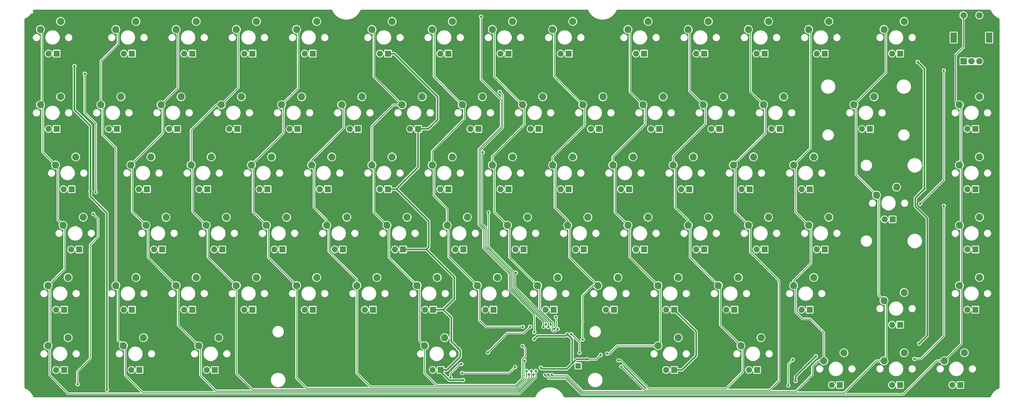
<source format=gbr>
G04 #@! TF.GenerationSoftware,KiCad,Pcbnew,(5.1.5)-3*
G04 #@! TF.CreationDate,2020-04-27T21:09:27+02:00*
G04 #@! TF.ProjectId,isometria-75-pcb-iso,69736f6d-6574-4726-9961-2d37352d7063,rev?*
G04 #@! TF.SameCoordinates,Original*
G04 #@! TF.FileFunction,Copper,L1,Top*
G04 #@! TF.FilePolarity,Positive*
%FSLAX46Y46*%
G04 Gerber Fmt 4.6, Leading zero omitted, Abs format (unit mm)*
G04 Created by KiCad (PCBNEW (5.1.5)-3) date 2020-04-27 21:09:27*
%MOMM*%
%LPD*%
G04 APERTURE LIST*
%ADD10C,2.250000*%
%ADD11C,1.905000*%
%ADD12R,1.905000X1.905000*%
%ADD13R,1.700000X1.700000*%
%ADD14C,2.000000*%
%ADD15R,2.000000X3.200000*%
%ADD16R,2.000000X2.000000*%
%ADD17C,0.800000*%
%ADD18C,0.508000*%
%ADD19C,0.254000*%
%ADD20C,0.304800*%
%ADD21C,0.190500*%
G04 APERTURE END LIST*
D10*
X111790000Y-56670000D03*
X105440000Y-59210000D03*
D11*
X107980000Y-66830000D03*
D12*
X110520000Y-66830000D03*
D13*
X165735000Y-103530400D03*
D10*
X123665000Y-94670000D03*
X117315000Y-97210000D03*
D11*
X119855000Y-104830000D03*
D12*
X122395000Y-104830000D03*
D10*
X197290000Y-94670000D03*
X190940000Y-97210000D03*
D11*
X193480000Y-104830000D03*
D12*
X196020000Y-104830000D03*
D10*
X4915000Y-94670000D03*
X-1435000Y-97210000D03*
D11*
X1105000Y-104830000D03*
D12*
X3645000Y-104830000D03*
D10*
X7290000Y-37670000D03*
X940000Y-40210000D03*
D11*
X3480000Y-47830000D03*
D12*
X6020000Y-47830000D03*
D10*
X230540000Y-18670000D03*
X224190000Y-21210000D03*
D11*
X226730000Y-28830000D03*
D12*
X229270000Y-28830000D03*
D10*
X211540000Y-18670000D03*
X205190000Y-21210000D03*
D11*
X207730000Y-28830000D03*
D12*
X210270000Y-28830000D03*
D10*
X116540000Y-18670000D03*
X110190000Y-21210000D03*
D11*
X112730000Y-28830000D03*
D12*
X115270000Y-28830000D03*
D10*
X2540000Y5080000D03*
X-3810000Y2540000D03*
D11*
X-1270000Y-5080000D03*
D12*
X1270000Y-5080000D03*
D10*
X225790000Y5080000D03*
X219440000Y2540000D03*
D11*
X221980000Y-5080000D03*
D12*
X224520000Y-5080000D03*
D10*
X244790000Y5080000D03*
X238440000Y2540000D03*
D11*
X240980000Y-5080000D03*
D12*
X243520000Y-5080000D03*
D10*
X206790000Y5080000D03*
X200440000Y2540000D03*
D11*
X202980000Y-5080000D03*
D12*
X205520000Y-5080000D03*
D10*
X145040000Y5080000D03*
X138690000Y2540000D03*
D11*
X141230000Y-5080000D03*
D12*
X143770000Y-5080000D03*
D10*
X64290000Y5080000D03*
X57940000Y2540000D03*
D11*
X60480000Y-5080000D03*
D12*
X63020000Y-5080000D03*
D10*
X31040000Y-37670000D03*
X24690000Y-40210000D03*
D11*
X27230000Y-47830000D03*
D12*
X29770000Y-47830000D03*
D10*
X50040000Y-37670000D03*
X43690000Y-40210000D03*
D11*
X46230000Y-47830000D03*
D12*
X48770000Y-47830000D03*
D10*
X183040000Y-37670000D03*
X176690000Y-40210000D03*
D11*
X179230000Y-47830000D03*
D12*
X181770000Y-47830000D03*
D10*
X221040000Y-37670000D03*
X214690000Y-40210000D03*
D11*
X217230000Y-47830000D03*
D12*
X219770000Y-47830000D03*
D10*
X240040000Y-37670000D03*
X233690000Y-40210000D03*
D11*
X236230000Y-47830000D03*
D12*
X238770000Y-47830000D03*
D10*
X97540000Y-18670000D03*
X91190000Y-21210000D03*
D11*
X93730000Y-28830000D03*
D12*
X96270000Y-28830000D03*
D10*
X135540000Y-18670000D03*
X129190000Y-21210000D03*
D11*
X131730000Y-28830000D03*
D12*
X134270000Y-28830000D03*
D10*
X154540000Y-18670000D03*
X148190000Y-21210000D03*
D11*
X150730000Y-28830000D03*
D12*
X153270000Y-28830000D03*
D10*
X173540000Y-18670000D03*
X167190000Y-21210000D03*
D11*
X169730000Y-28830000D03*
D12*
X172270000Y-28830000D03*
D10*
X292290000Y-18670000D03*
X285940000Y-21210000D03*
D11*
X288480000Y-28830000D03*
D12*
X291020000Y-28830000D03*
D10*
X292290000Y-37670000D03*
X285940000Y-40210000D03*
D11*
X288480000Y-47830000D03*
D12*
X291020000Y-47830000D03*
D10*
X292290000Y-56670000D03*
X285940000Y-59210000D03*
D11*
X288480000Y-66830000D03*
D12*
X291020000Y-66830000D03*
D10*
X292290000Y-75670000D03*
X285940000Y-78210000D03*
D11*
X288480000Y-85830000D03*
D12*
X291020000Y-85830000D03*
D10*
X266165000Y-47170000D03*
X259815000Y-49710000D03*
D11*
X262355000Y-57330000D03*
D12*
X264895000Y-57330000D03*
D10*
X178290000Y-75670000D03*
X171940000Y-78210000D03*
D11*
X174480000Y-85830000D03*
D12*
X177020000Y-85830000D03*
D10*
X26290000Y5080000D03*
X19940000Y2540000D03*
D11*
X22480000Y-5080000D03*
D12*
X25020000Y-5080000D03*
D10*
X40540000Y-18670000D03*
X34190000Y-21210000D03*
D11*
X36730000Y-28830000D03*
D12*
X39270000Y-28830000D03*
D10*
X88040000Y-37670000D03*
X81690000Y-40210000D03*
D11*
X84230000Y-47830000D03*
D12*
X86770000Y-47830000D03*
D10*
X64290000Y-75670000D03*
X57940000Y-78210000D03*
D11*
X60480000Y-85830000D03*
D12*
X63020000Y-85830000D03*
D10*
X130790000Y-56670000D03*
X124440000Y-59210000D03*
D11*
X126980000Y-66830000D03*
D12*
X129520000Y-66830000D03*
D10*
X168790000Y-56670000D03*
X162440000Y-59210000D03*
D11*
X164980000Y-66830000D03*
D12*
X167520000Y-66830000D03*
D10*
X21540000Y-18670000D03*
X15190000Y-21210000D03*
D11*
X17730000Y-28830000D03*
D12*
X20270000Y-28830000D03*
D10*
X59540000Y-18670000D03*
X53190000Y-21210000D03*
D11*
X55730000Y-28830000D03*
D12*
X58270000Y-28830000D03*
D10*
X78540000Y-18670000D03*
X72190000Y-21210000D03*
D11*
X74730000Y-28830000D03*
D12*
X77270000Y-28830000D03*
D10*
X259040000Y-18670000D03*
X252690000Y-21210000D03*
D11*
X255230000Y-28830000D03*
D12*
X257770000Y-28830000D03*
D10*
X187790000Y5080000D03*
X181440000Y2540000D03*
D11*
X183980000Y-5080000D03*
D12*
X186520000Y-5080000D03*
D10*
X164040000Y5080000D03*
X157690000Y2540000D03*
D11*
X160230000Y-5080000D03*
D12*
X162770000Y-5080000D03*
D10*
X83290000Y5080000D03*
X76940000Y2540000D03*
D11*
X79480000Y-5080000D03*
D12*
X82020000Y-5080000D03*
D10*
X268540000Y5080000D03*
X262190000Y2540000D03*
D11*
X264730000Y-5080000D03*
D12*
X267270000Y-5080000D03*
D14*
X292250000Y7000000D03*
X287250000Y7000000D03*
D15*
X295350000Y0D03*
X284150000Y0D03*
D14*
X292250000Y-7500000D03*
X289750000Y-7500000D03*
D16*
X287250000Y-7500000D03*
D10*
X54790000Y-56670000D03*
X48440000Y-59210000D03*
D11*
X50980000Y-66830000D03*
D12*
X53520000Y-66830000D03*
D10*
X287540000Y-99420000D03*
X281190000Y-101960000D03*
D11*
X283730000Y-109580000D03*
D12*
X286270000Y-109580000D03*
D10*
X268540000Y-99420000D03*
X262190000Y-101960000D03*
D11*
X264730000Y-109580000D03*
D12*
X267270000Y-109580000D03*
D10*
X268540000Y-80420000D03*
X262190000Y-82960000D03*
D11*
X264730000Y-90580000D03*
D12*
X267270000Y-90580000D03*
D10*
X249540000Y-99420000D03*
X243190000Y-101960000D03*
D11*
X245730000Y-109580000D03*
D12*
X248270000Y-109580000D03*
D10*
X240040000Y-75670000D03*
X233690000Y-78210000D03*
D11*
X236230000Y-85830000D03*
D12*
X238770000Y-85830000D03*
D10*
X244790000Y-56670000D03*
X238440000Y-59210000D03*
D11*
X240980000Y-66830000D03*
D12*
X243520000Y-66830000D03*
D10*
X225790000Y-56670000D03*
X219440000Y-59210000D03*
D11*
X221980000Y-66830000D03*
D12*
X224520000Y-66830000D03*
D10*
X223415000Y-94670000D03*
X217065000Y-97210000D03*
D11*
X219605000Y-104830000D03*
D12*
X222145000Y-104830000D03*
D10*
X216290000Y-75670000D03*
X209940000Y-78210000D03*
D11*
X212480000Y-85830000D03*
D12*
X215020000Y-85830000D03*
D10*
X206790000Y-56670000D03*
X200440000Y-59210000D03*
D11*
X202980000Y-66830000D03*
D12*
X205520000Y-66830000D03*
D10*
X202040000Y-37670000D03*
X195690000Y-40210000D03*
D11*
X198230000Y-47830000D03*
D12*
X200770000Y-47830000D03*
D10*
X197290000Y-75670000D03*
X190940000Y-78210000D03*
D11*
X193480000Y-85830000D03*
D12*
X196020000Y-85830000D03*
D10*
X187790000Y-56670000D03*
X181440000Y-59210000D03*
D11*
X183980000Y-66830000D03*
D12*
X186520000Y-66830000D03*
D10*
X192540000Y-18670000D03*
X186190000Y-21210000D03*
D11*
X188730000Y-28830000D03*
D12*
X191270000Y-28830000D03*
D10*
X164040000Y-37670000D03*
X157690000Y-40210000D03*
D11*
X160230000Y-47830000D03*
D12*
X162770000Y-47830000D03*
D10*
X159290000Y-75670000D03*
X152940000Y-78210000D03*
D11*
X155480000Y-85830000D03*
D12*
X158020000Y-85830000D03*
D10*
X149790000Y-56670000D03*
X143440000Y-59210000D03*
D11*
X145980000Y-66830000D03*
D12*
X148520000Y-66830000D03*
D10*
X145040000Y-37670000D03*
X138690000Y-40210000D03*
D11*
X141230000Y-47830000D03*
D12*
X143770000Y-47830000D03*
D10*
X140290000Y-75670000D03*
X133940000Y-78210000D03*
D11*
X136480000Y-85830000D03*
D12*
X139020000Y-85830000D03*
D10*
X126040000Y-37670000D03*
X119690000Y-40210000D03*
D11*
X122230000Y-47830000D03*
D12*
X124770000Y-47830000D03*
D10*
X126040000Y5080000D03*
X119690000Y2540000D03*
D11*
X122230000Y-5080000D03*
D12*
X124770000Y-5080000D03*
D10*
X121290000Y-75670000D03*
X114940000Y-78210000D03*
D11*
X117480000Y-85830000D03*
D12*
X120020000Y-85830000D03*
D10*
X107040000Y-37670000D03*
X100690000Y-40210000D03*
D11*
X103230000Y-47830000D03*
D12*
X105770000Y-47830000D03*
D10*
X107040000Y5080000D03*
X100690000Y2540000D03*
D11*
X103230000Y-5080000D03*
D12*
X105770000Y-5080000D03*
D10*
X102290000Y-75670000D03*
X95940000Y-78210000D03*
D11*
X98480000Y-85830000D03*
D12*
X101020000Y-85830000D03*
D10*
X92790000Y-56670000D03*
X86440000Y-59210000D03*
D11*
X88980000Y-66830000D03*
D12*
X91520000Y-66830000D03*
D10*
X83290000Y-75670000D03*
X76940000Y-78210000D03*
D11*
X79480000Y-85830000D03*
D12*
X82020000Y-85830000D03*
D10*
X73790000Y-56670000D03*
X67440000Y-59210000D03*
D11*
X69980000Y-66830000D03*
D12*
X72520000Y-66830000D03*
D10*
X69040000Y-37670000D03*
X62690000Y-40210000D03*
D11*
X65230000Y-47830000D03*
D12*
X67770000Y-47830000D03*
D10*
X52415000Y-94670000D03*
X46065000Y-97210000D03*
D11*
X48605000Y-104830000D03*
D12*
X51145000Y-104830000D03*
D10*
X45290000Y-75670000D03*
X38940000Y-78210000D03*
D11*
X41480000Y-85830000D03*
D12*
X44020000Y-85830000D03*
D10*
X35790000Y-56670000D03*
X29440000Y-59210000D03*
D11*
X31980000Y-66830000D03*
D12*
X34520000Y-66830000D03*
D10*
X45290000Y5080000D03*
X38940000Y2540000D03*
D11*
X41480000Y-5080000D03*
D12*
X44020000Y-5080000D03*
D10*
X28665000Y-94670000D03*
X22315000Y-97210000D03*
D11*
X24855000Y-104830000D03*
D12*
X27395000Y-104830000D03*
D10*
X26290000Y-75670000D03*
X19940000Y-78210000D03*
D11*
X22480000Y-85830000D03*
D12*
X25020000Y-85830000D03*
D10*
X4915000Y-75670000D03*
X-1435000Y-78210000D03*
D11*
X1105000Y-85830000D03*
D12*
X3645000Y-85830000D03*
D10*
X9665000Y-56670000D03*
X3315000Y-59210000D03*
D11*
X5855000Y-66830000D03*
D12*
X8395000Y-66830000D03*
D10*
X2540000Y-18670000D03*
X-3810000Y-21210000D03*
D11*
X-1270000Y-28830000D03*
D12*
X1270000Y-28830000D03*
D17*
X275888490Y-47752000D03*
X125476000Y-97663000D03*
X165303200Y-107289600D03*
X172656500Y-98552000D03*
X180594000Y-108077000D03*
X141351000Y-107188000D03*
X139065000Y-107188000D03*
X139065000Y-102743000D03*
X141351000Y-102743000D03*
X144780000Y-97282000D03*
X144780000Y-99568000D03*
X148209012Y-99568000D03*
X141224000Y-99568000D03*
X277495000Y-14160500D03*
X119583200Y-97155000D03*
X232918000Y-99822000D03*
X276098000Y-97536024D03*
X13970000Y-54356000D03*
X8636000Y-12700000D03*
X10160000Y-107696000D03*
X230759000Y-107315000D03*
X120396000Y-89789000D03*
X187198000Y-102743000D03*
X222504000Y-107188000D03*
X225044000Y-102870000D03*
X224790000Y-89789000D03*
X224282000Y-79248000D03*
X212852000Y-71056500D03*
X213106000Y-61468000D03*
X208534000Y-51816000D03*
X208153000Y-42291000D03*
X213233000Y-33274000D03*
X212471000Y-14160500D03*
X213233000Y1778000D03*
X232918000Y1778000D03*
X253238000Y2159000D03*
X276479000Y2413000D03*
X263906000Y-14160500D03*
X251079000Y-14160500D03*
X229997000Y-14160500D03*
X191389000Y-14160500D03*
X170815000Y-14160500D03*
X150622000Y-14160500D03*
X138176000Y-14160500D03*
X128905000Y-14160500D03*
X118999000Y-14160500D03*
X109982000Y-14160500D03*
X89535000Y-14160500D03*
X67056000Y-14160500D03*
X48641000Y-14160500D03*
X26797000Y-14160500D03*
X191262000Y-33274000D03*
X171704000Y-33274000D03*
X152781000Y-33274000D03*
X140208000Y-33274000D03*
X129413000Y-33274000D03*
X118491000Y-33274000D03*
X109220000Y-33274000D03*
X93980000Y-33274000D03*
X77978000Y-33274000D03*
X60579000Y-33274000D03*
X37465000Y-33274000D03*
X25654000Y-33274000D03*
X15621000Y-33274000D03*
X-8191500Y-33274000D03*
X290195000Y-14160500D03*
X247015000Y-51816000D03*
X225806000Y-51816000D03*
X259207000Y-45529500D03*
X187769500Y-51816000D03*
X168021000Y-51816000D03*
X149288500Y-51816000D03*
X129032000Y-51816000D03*
X118046500Y-51816000D03*
X107632500Y-51816000D03*
X91948000Y-51816000D03*
X73850500Y-51816000D03*
X55562500Y-51816000D03*
X35750500Y-51816000D03*
X22860000Y-51816000D03*
X5778500Y-51816000D03*
X-8191500Y-51816000D03*
X-8191500Y4826000D03*
X-8191500Y-14160500D03*
X-8191500Y-71056500D03*
X7429500Y-71056500D03*
X14795500Y-71056500D03*
X24384000Y-71056500D03*
X42799000Y-71056500D03*
X61277500Y-71056500D03*
X81153000Y-71056500D03*
X100711000Y-71056500D03*
X115697000Y-71056500D03*
X124968000Y-71056500D03*
X135255000Y-71056500D03*
X153162000Y-71056500D03*
X144208500Y-71056500D03*
X137604500Y-51816000D03*
X174688500Y-71056500D03*
X192024000Y-71056500D03*
X231648000Y-71056500D03*
X249364500Y-71056500D03*
X268351000Y-71056500D03*
X278638000Y-71056500D03*
X284035500Y-71056500D03*
X291528500Y-71056500D03*
X233045000Y-33274000D03*
X249237500Y-33274000D03*
X263017000Y-33274000D03*
X278320500Y-33274000D03*
X284670500Y-33274000D03*
X293624000Y-33274000D03*
X292354000Y-51816000D03*
X283083000Y-14160500D03*
X11430000Y7937500D03*
X32766000Y7937500D03*
X52006500Y7810500D03*
X71882000Y7937500D03*
X86487000Y7937500D03*
X98742500Y7810500D03*
X114109500Y7937500D03*
X130619500Y7937500D03*
X149098000Y7937500D03*
X167322500Y7937500D03*
X179197000Y7620000D03*
X196088000Y7937500D03*
X215265000Y7683500D03*
X233045000Y7937500D03*
X254444500Y7937500D03*
X278384000Y7937500D03*
X-8191500Y-89789000D03*
X-8191500Y-109283500D03*
X-4699000Y-112331500D03*
X151638000Y-112585500D03*
X161988500Y-112839500D03*
X295275000Y-112839500D03*
X298005500Y-110172500D03*
X295338500Y8191500D03*
X298069000Y5588000D03*
X-5524500Y8191500D03*
X5778500Y-89789000D03*
X14414500Y-89789000D03*
X19177000Y-89789000D03*
X28829000Y-89789000D03*
X48006000Y-89789000D03*
X62801500Y-89789000D03*
X82486500Y-89789000D03*
X106235500Y-89789000D03*
X164909500Y-89789000D03*
X182435500Y-89789000D03*
X195580000Y-89789000D03*
X206883000Y-89789000D03*
X236029500Y-93535500D03*
X252920500Y-93535500D03*
X270319500Y-93535500D03*
X278511000Y-93535500D03*
X283972000Y-93535500D03*
X294640000Y-93535500D03*
X255016000Y-104140000D03*
X273812000Y-104140000D03*
X292608000Y-104140000D03*
X20320000Y-107696000D03*
X38608000Y-107696000D03*
X55372000Y-107696000D03*
X66548000Y-107696000D03*
X81788000Y-107696000D03*
X107188000Y-107696000D03*
X121920000Y-107696000D03*
X162306000Y-93599000D03*
X151866600Y-95072201D03*
X168656000Y-101473000D03*
X172819077Y-100111577D03*
X153923998Y-104140000D03*
X135110001Y6586001D03*
X151917400Y-92932290D03*
X154813000Y-91249500D03*
X140970000Y-17163999D03*
X135635992Y-36163999D03*
X155573324Y-90551000D03*
X137459999Y-55163999D03*
X156290834Y-91267636D03*
X146069043Y-74168000D03*
X157035496Y-90551000D03*
X158699200Y-88182500D03*
X158197521Y-91884500D03*
X152400000Y-105156000D03*
X151676012Y-106235500D03*
X150958510Y-105156000D03*
X150241000Y-106235500D03*
X149479000Y-105156000D03*
X148844000Y-101917496D03*
X148209012Y-97282000D03*
X148272501Y-91249500D03*
X159296100Y-91922600D03*
X167132000Y-95250000D03*
X174879000Y-99695000D03*
X178435000Y-101822290D03*
X179349398Y-103784400D03*
X157429200Y-106388980D03*
X156338853Y-106388980D03*
X155309076Y-106388979D03*
X145846800Y-103936800D03*
X129133600Y-105816400D03*
X128905000Y-102997000D03*
X125476008Y-107188000D03*
X7874000Y-109347000D03*
X12827000Y-55626000D03*
X13589000Y-48768000D03*
X10160000Y-11430000D03*
X137287000Y-99314002D03*
X150622000Y-91185998D03*
X273558000Y-52451000D03*
X281051000Y-10414000D03*
X281051000Y-53086000D03*
X271780004Y-101346000D03*
X232029000Y-109728000D03*
X233426000Y-101600010D03*
X274897977Y-47752000D03*
X129438400Y-108051608D03*
X273304000Y-96520000D03*
X240741200Y-100507800D03*
X11938000Y-48514016D03*
X17145000Y-111125000D03*
X272819699Y-7717499D03*
X6883400Y-9042400D03*
X234315000Y-108330988D03*
X128016000Y-98171000D03*
X166154100Y-99428300D03*
X163576000Y-93573600D03*
D18*
X275888490Y-47752000D02*
X275971000Y-47669490D01*
X275971000Y-47669490D02*
X275971000Y-15875000D01*
X275971000Y-15875000D02*
X277368000Y-14478000D01*
X275888490Y-47752000D02*
X275888490Y-48860579D01*
X276542511Y-56685373D02*
X276542511Y-97091513D01*
X276542511Y-97091513D02*
X276098000Y-97536024D01*
X272713499Y-52856361D02*
X276542511Y-56685373D01*
X272713499Y-52035570D02*
X272713499Y-52856361D01*
X275888490Y-48860579D02*
X272713499Y-52035570D01*
X232918000Y-99822000D02*
X231013000Y-101727000D01*
X231013000Y-107061000D02*
X230759000Y-107315000D01*
X231013000Y-101727000D02*
X231013000Y-107061000D01*
X162306000Y-93599000D02*
X163830000Y-95123000D01*
X163830000Y-95123000D02*
X163830000Y-99695000D01*
X163830000Y-99695000D02*
X163830000Y-102806500D01*
D19*
X168656000Y-101473000D02*
X171457654Y-101473000D01*
X171457654Y-101473000D02*
X172819077Y-100111577D01*
D18*
X162159999Y-104476501D02*
X154260499Y-104476501D01*
X154260499Y-104476501D02*
X153923998Y-104140000D01*
X163830000Y-102806500D02*
X162159999Y-104476501D01*
X168656000Y-101473000D02*
X165163500Y-101473000D01*
X165163500Y-101473000D02*
X163830000Y-102806500D01*
X152831800Y-94107000D02*
X151866600Y-95072200D01*
X162306000Y-93599000D02*
X161798000Y-94107000D01*
X151866600Y-95072200D02*
X151866600Y-95072201D01*
X161798000Y-94107000D02*
X152831800Y-94107000D01*
D19*
X135890000Y-66294000D02*
X144017956Y-74421956D01*
X135890000Y-60473098D02*
X135890000Y-66294000D01*
X134429500Y-59012598D02*
X135890000Y-60473098D01*
X135110001Y-13190001D02*
X141477989Y-19557989D01*
X135110001Y6586001D02*
X135110001Y-13190001D01*
X151917400Y-87337902D02*
X151917400Y-92932290D01*
X144017956Y-74421956D02*
X144017956Y-79438458D01*
X134429500Y-35242500D02*
X134429500Y-59012598D01*
X141477989Y-19557989D02*
X141477989Y-28194011D01*
X144017956Y-79438458D02*
X151917400Y-87337902D01*
X141477989Y-28194011D02*
X134429500Y-35242500D01*
X134918491Y-58872956D02*
X134918491Y-35452009D01*
X154813000Y-89604868D02*
X144462467Y-79254336D01*
X136398000Y-60352465D02*
X134918491Y-58872956D01*
X141922500Y-28448000D02*
X141922500Y-18116499D01*
X154813000Y-91249500D02*
X154813000Y-89604868D01*
X144462467Y-79254336D02*
X144462467Y-74237835D01*
X134918491Y-35452009D02*
X141922500Y-28448000D01*
X144462467Y-74237835D02*
X136398000Y-66173368D01*
X136398000Y-66173368D02*
X136398000Y-60352465D01*
X141922500Y-18116499D02*
X140970000Y-17163999D01*
X155573324Y-89736559D02*
X155573324Y-90551000D01*
X144906978Y-79070214D02*
X155573324Y-89736559D01*
X144906978Y-74053713D02*
X144906978Y-79070214D01*
X135382000Y-36417991D02*
X135382000Y-58707832D01*
X136906000Y-66052735D02*
X144906978Y-74053713D01*
X135635992Y-36163999D02*
X135382000Y-36417991D01*
X135382000Y-58707832D02*
X136906000Y-60231832D01*
X136906000Y-60231832D02*
X136906000Y-66052735D01*
X156290834Y-89825436D02*
X156290834Y-91267636D01*
X145351489Y-78886092D02*
X156290834Y-89825436D01*
X137459999Y-65978101D02*
X145351489Y-73869591D01*
X145351489Y-73869591D02*
X145351489Y-78886092D01*
X137459999Y-55163999D02*
X137459999Y-65978101D01*
X157035496Y-89941466D02*
X157035496Y-90551000D01*
X145796000Y-78701970D02*
X157035496Y-89941466D01*
X145796000Y-74441043D02*
X145796000Y-78701970D01*
X146069043Y-74168000D02*
X145796000Y-74441043D01*
X158877000Y-91205021D02*
X158197521Y-91884500D01*
X158699200Y-88182500D02*
X158877000Y-88360300D01*
X158877000Y-88360300D02*
X158877000Y-91205021D01*
X-3302000Y-20702000D02*
X-3810000Y-21210000D01*
X-3810000Y2540000D02*
X-3302000Y2032000D01*
X-3302000Y2032000D02*
X-3302000Y-20702000D01*
X3810000Y-72965000D02*
X-1435000Y-78210000D01*
X3315000Y-59210000D02*
X3810000Y-59705000D01*
X3810000Y-59705000D02*
X3810000Y-72965000D01*
X-825500Y-96600500D02*
X-1435000Y-97210000D01*
X-1435000Y-78210000D02*
X-825500Y-78819500D01*
X-825500Y-78819500D02*
X-825500Y-96600500D01*
X940000Y-40210000D02*
X1651000Y-40921000D01*
X1651000Y-57546000D02*
X3315000Y-59210000D01*
X1651000Y-40921000D02*
X1651000Y-57546000D01*
X-3111500Y-36158500D02*
X940000Y-40210000D01*
X-3810000Y-21210000D02*
X-3111500Y-21908500D01*
X-3111500Y-21908500D02*
X-3111500Y-36158500D01*
X152400000Y-107124500D02*
X152400000Y-105156000D01*
X-889000Y-97756000D02*
X-889000Y-106553000D01*
X-1435000Y-97210000D02*
X-889000Y-97756000D01*
X-889000Y-106553000D02*
X4908501Y-112350501D01*
X4908501Y-112350501D02*
X147173999Y-112350501D01*
X147173999Y-112350501D02*
X152400000Y-107124500D01*
X20637500Y1842500D02*
X19940000Y2540000D01*
X20637500Y-2032000D02*
X20637500Y1842500D01*
X15190000Y-21210000D02*
X15190000Y-7479500D01*
X15190000Y-7479500D02*
X20637500Y-2032000D01*
X19940000Y-76619010D02*
X19939000Y-76618010D01*
X15811500Y-30734000D02*
X15811500Y-21831500D01*
X15811500Y-21831500D02*
X15190000Y-21210000D01*
X19940000Y-78210000D02*
X19940000Y-76619010D01*
X19939000Y-76618010D02*
X19939000Y-34861500D01*
X19939000Y-34861500D02*
X15811500Y-30734000D01*
X20637500Y-78907500D02*
X19940000Y-78210000D01*
X22315000Y-97210000D02*
X20637500Y-95532500D01*
X20637500Y-95532500D02*
X20637500Y-78907500D01*
X151676012Y-107219856D02*
X151676012Y-106235500D01*
X22923500Y-97818500D02*
X22923500Y-106489500D01*
X22315000Y-97210000D02*
X22923500Y-97818500D01*
X22923500Y-106489500D02*
X28320989Y-111886989D01*
X28320989Y-111886989D02*
X147008879Y-111886989D01*
X147008879Y-111886989D02*
X151676012Y-107219856D01*
X39497000Y-15903000D02*
X34190000Y-21210000D01*
X38940000Y2540000D02*
X39497000Y1983000D01*
X39497000Y1983000D02*
X39497000Y-15903000D01*
X34798000Y-30102000D02*
X24690000Y-40210000D01*
X34190000Y-21210000D02*
X34798000Y-21818000D01*
X34798000Y-21818000D02*
X34798000Y-30102000D01*
X24690000Y-40210000D02*
X25146000Y-40666000D01*
X25146000Y-54916000D02*
X29440000Y-59210000D01*
X25146000Y-40666000D02*
X25146000Y-54916000D01*
X46065000Y-97210000D02*
X46410000Y-97210000D01*
X39624000Y-90769000D02*
X46065000Y-97210000D01*
X38940000Y-78210000D02*
X39624000Y-78894000D01*
X39624000Y-78894000D02*
X39624000Y-90769000D01*
X30099000Y-69369000D02*
X38940000Y-78210000D01*
X29440000Y-59210000D02*
X30099000Y-59869000D01*
X30099000Y-59869000D02*
X30099000Y-69369000D01*
X46672500Y-97817500D02*
X46672500Y-106616500D01*
X46065000Y-97210000D02*
X46672500Y-97817500D01*
X150958510Y-107308726D02*
X150958510Y-105156000D01*
X46672500Y-106616500D02*
X51498478Y-111442478D01*
X51498478Y-111442478D02*
X146824758Y-111442478D01*
X146824758Y-111442478D02*
X150958510Y-107308726D01*
X43690000Y-29119010D02*
X51599010Y-21210000D01*
X51599010Y-21210000D02*
X53190000Y-21210000D01*
X43690000Y-40210000D02*
X43690000Y-29119010D01*
X58547000Y-15853000D02*
X53190000Y-21210000D01*
X57940000Y2540000D02*
X58547000Y1933000D01*
X58547000Y1933000D02*
X58547000Y-15853000D01*
X57940000Y-78210000D02*
X57912000Y-78182000D01*
X57940000Y-105946000D02*
X62991967Y-110997967D01*
X150241000Y-107397604D02*
X150241000Y-106235500D01*
X62991967Y-110997967D02*
X146640637Y-110997967D01*
X57940000Y-78210000D02*
X57940000Y-105946000D01*
X146640637Y-110997967D02*
X150241000Y-107397604D01*
X49022000Y-69292000D02*
X57940000Y-78210000D01*
X48440000Y-59210000D02*
X49022000Y-59792000D01*
X49022000Y-59792000D02*
X49022000Y-69292000D01*
X44196000Y-54966000D02*
X48440000Y-59210000D01*
X43690000Y-40210000D02*
X44196000Y-40716000D01*
X44196000Y-40716000D02*
X44196000Y-54966000D01*
X77470000Y-15930000D02*
X72190000Y-21210000D01*
X76940000Y2540000D02*
X77470000Y2010000D01*
X77470000Y2010000D02*
X77470000Y-15930000D01*
X72771000Y-30129000D02*
X62690000Y-40210000D01*
X72190000Y-21210000D02*
X72771000Y-21791000D01*
X72771000Y-21791000D02*
X72771000Y-30129000D01*
X62690000Y-40210000D02*
X63246000Y-40766000D01*
X63246000Y-55016000D02*
X67440000Y-59210000D01*
X63246000Y-40766000D02*
X63246000Y-55016000D01*
X76940000Y-78210000D02*
X76940000Y-107420000D01*
X76940000Y-107420000D02*
X80073456Y-110553456D01*
X80073456Y-110553456D02*
X146418310Y-110553456D01*
X146418310Y-110553456D02*
X149479000Y-107492766D01*
X149479000Y-107492766D02*
X149479000Y-105156000D01*
X68072000Y-69342000D02*
X76940000Y-78210000D01*
X67440000Y-59210000D02*
X68072000Y-59842000D01*
X68072000Y-59842000D02*
X68072000Y-69342000D01*
X87122000Y-67500500D02*
X87122000Y-59892000D01*
X95885000Y-76263500D02*
X87122000Y-67500500D01*
X95940000Y-78210000D02*
X95885000Y-78155000D01*
X87122000Y-59892000D02*
X86440000Y-59210000D01*
X95885000Y-78155000D02*
X95885000Y-76263500D01*
X82423000Y-53602010D02*
X82423000Y-40943000D01*
X82423000Y-40943000D02*
X81690000Y-40210000D01*
X86440000Y-59210000D02*
X86440000Y-57619010D01*
X86440000Y-57619010D02*
X82423000Y-53602010D01*
X91821000Y-21841000D02*
X91190000Y-21210000D01*
X91821000Y-28488010D02*
X91821000Y-21841000D01*
X81690000Y-40210000D02*
X81690000Y-38619010D01*
X81690000Y-38619010D02*
X91821000Y-28488010D01*
X148634498Y-107708635D02*
X148634498Y-102126998D01*
X148634498Y-102126998D02*
X148844000Y-101917496D01*
X146234188Y-110108945D02*
X148634498Y-107708635D01*
X100202945Y-110108945D02*
X146234188Y-110108945D01*
X95940000Y-105846000D02*
X100202945Y-110108945D01*
X95940000Y-78210000D02*
X95940000Y-105846000D01*
X116190001Y-96085001D02*
X117315000Y-97210000D01*
X115697000Y-95592000D02*
X116190001Y-96085001D01*
X114940000Y-78210000D02*
X115697000Y-78967000D01*
X115697000Y-78967000D02*
X115697000Y-95592000D01*
X101346000Y-55116000D02*
X104315001Y-58085001D01*
X100690000Y-40210000D02*
X101346000Y-40866000D01*
X104315001Y-58085001D02*
X105440000Y-59210000D01*
X101346000Y-40866000D02*
X101346000Y-55116000D01*
X106045000Y-69315000D02*
X114940000Y-78210000D01*
X105440000Y-59210000D02*
X106045000Y-59815000D01*
X106045000Y-59815000D02*
X106045000Y-69315000D01*
X101346000Y1884000D02*
X100690000Y2540000D01*
X110190000Y-21210000D02*
X101346000Y-12366000D01*
X101346000Y-12366000D02*
X101346000Y1884000D01*
X100690000Y-38619010D02*
X100690000Y-40210000D01*
X100690000Y-27992750D02*
X100690000Y-38619010D01*
X110190000Y-21210000D02*
X107472750Y-21210000D01*
X107472750Y-21210000D02*
X100690000Y-27992750D01*
X117315000Y-97210000D02*
X117315000Y-105885000D01*
X117315000Y-105885000D02*
X121094434Y-109664434D01*
X148126499Y-107588001D02*
X148126499Y-101509599D01*
X149098000Y-100538098D02*
X149098000Y-98170988D01*
X149098000Y-98170988D02*
X148209012Y-97282000D01*
X148126499Y-101509599D02*
X149098000Y-100538098D01*
X146050066Y-109664434D02*
X148126499Y-107588001D01*
X121094434Y-109664434D02*
X146050066Y-109664434D01*
X136652000Y-91249500D02*
X148272501Y-91249500D01*
X134620000Y-89217500D02*
X136652000Y-91249500D01*
X133940000Y-78210000D02*
X134620000Y-78890000D01*
X134620000Y-78890000D02*
X134620000Y-89217500D01*
X129857500Y-25654000D02*
X129857500Y-21877500D01*
X119690000Y-40210000D02*
X119690000Y-35821500D01*
X129857500Y-21877500D02*
X129190000Y-21210000D01*
X119690000Y-35821500D02*
X129857500Y-25654000D01*
X120269000Y-40789000D02*
X119690000Y-40210000D01*
X124440000Y-59210000D02*
X124440000Y-54018500D01*
X120269000Y-49847500D02*
X120269000Y-40789000D01*
X124440000Y-54018500D02*
X120269000Y-49847500D01*
X120332500Y1897500D02*
X119690000Y2540000D01*
X129190000Y-21210000D02*
X120332500Y-12352500D01*
X120332500Y-12352500D02*
X120332500Y1897500D01*
X124440000Y-59210000D02*
X124968000Y-59738000D01*
X124968000Y-69238000D02*
X133940000Y-78210000D01*
X124968000Y-59738000D02*
X124968000Y-69238000D01*
X139319000Y-55089000D02*
X142315001Y-58085001D01*
X138690000Y-40210000D02*
X139319000Y-40839000D01*
X142315001Y-58085001D02*
X143440000Y-59210000D01*
X139319000Y-40839000D02*
X139319000Y-55089000D01*
X144081500Y-69351500D02*
X152940000Y-78210000D01*
X143440000Y-59210000D02*
X144081500Y-59851500D01*
X144081500Y-59851500D02*
X144081500Y-69351500D01*
X153606500Y-78876500D02*
X152940000Y-78210000D01*
X153606500Y-85883838D02*
X153606500Y-78876500D01*
X157752997Y-90030335D02*
X153606500Y-85883838D01*
X157752997Y-90895401D02*
X157752997Y-90030335D01*
X157480020Y-92228901D02*
X157480020Y-91168378D01*
X157853120Y-92602001D02*
X157480020Y-92228901D01*
X157480020Y-91168378D02*
X157752997Y-90895401D01*
X158616699Y-92602001D02*
X157853120Y-92602001D01*
X159296100Y-91922600D02*
X158616699Y-92602001D01*
X138690000Y-37522500D02*
X138690000Y-40210000D01*
X148717000Y-27495500D02*
X138690000Y-37522500D01*
X148190000Y-21210000D02*
X148717000Y-21737000D01*
X148717000Y-21737000D02*
X148717000Y-27495500D01*
X139319000Y-12339000D02*
X148190000Y-21210000D01*
X138690000Y2540000D02*
X139319000Y1911000D01*
X139319000Y1911000D02*
X139319000Y-12339000D01*
X171940000Y-78210000D02*
X170349010Y-78210000D01*
X167132000Y-94684315D02*
X167132000Y-95250000D01*
X170349010Y-78210000D02*
X167132000Y-81427010D01*
X167132000Y-89809504D02*
X167132000Y-94684315D01*
X167189102Y-89063598D02*
X167189102Y-89752402D01*
X167189102Y-89752402D02*
X167132000Y-89809504D01*
X167132000Y-89006496D02*
X167189102Y-89063598D01*
X167132000Y-81427010D02*
X167132000Y-89006496D01*
X158432500Y-40952500D02*
X157690000Y-40210000D01*
X158432500Y-53611510D02*
X158432500Y-40952500D01*
X162440000Y-59210000D02*
X162440000Y-57619010D01*
X162440000Y-57619010D02*
X158432500Y-53611510D01*
X167767000Y-21787000D02*
X167190000Y-21210000D01*
X167767000Y-27622500D02*
X167767000Y-21787000D01*
X157690000Y-40210000D02*
X157690000Y-37699500D01*
X157690000Y-37699500D02*
X167767000Y-27622500D01*
X163068000Y-59838000D02*
X162440000Y-59210000D01*
X171940000Y-78210000D02*
X163068000Y-69338000D01*
X163068000Y-69338000D02*
X163068000Y-59838000D01*
X158242000Y1988000D02*
X157690000Y2540000D01*
X167190000Y-21210000D02*
X158242000Y-12262000D01*
X158242000Y-12262000D02*
X158242000Y1988000D01*
X181991000Y-69261000D02*
X190940000Y-78210000D01*
X181440000Y-59210000D02*
X181991000Y-59761000D01*
X181991000Y-59761000D02*
X181991000Y-69261000D01*
X190940000Y-97210000D02*
X177999000Y-97210000D01*
X177999000Y-97210000D02*
X175514000Y-99695000D01*
X175514000Y-99695000D02*
X174879000Y-99695000D01*
X191643000Y-96507000D02*
X190940000Y-97210000D01*
X190940000Y-78210000D02*
X191643000Y-78913000D01*
X191643000Y-78913000D02*
X191643000Y-96507000D01*
X180315001Y-58085001D02*
X181440000Y-59210000D01*
X177355500Y-55125500D02*
X180315001Y-58085001D01*
X176690000Y-40210000D02*
X177355500Y-40875500D01*
X177355500Y-40875500D02*
X177355500Y-55125500D01*
X182118000Y-17138000D02*
X186190000Y-21210000D01*
X181440000Y2540000D02*
X182118000Y1862000D01*
X182118000Y1862000D02*
X182118000Y-17138000D01*
X176690000Y-37559000D02*
X176690000Y-40210000D01*
X186190000Y-21210000D02*
X186880500Y-21900500D01*
X186880500Y-27368500D02*
X176690000Y-37559000D01*
X186880500Y-21900500D02*
X186880500Y-27368500D01*
X210566000Y-78836000D02*
X209940000Y-78210000D01*
X217065000Y-97210000D02*
X210566000Y-90711000D01*
X210566000Y-90711000D02*
X210566000Y-78836000D01*
X201041000Y-59811000D02*
X200440000Y-59210000D01*
X209940000Y-78210000D02*
X201041000Y-69311000D01*
X201041000Y-69311000D02*
X201041000Y-59811000D01*
X196342000Y-40862000D02*
X195690000Y-40210000D01*
X196342000Y-53521010D02*
X196342000Y-40862000D01*
X200440000Y-59210000D02*
X200440000Y-57619010D01*
X200440000Y-57619010D02*
X196342000Y-53521010D01*
X205867000Y-27241500D02*
X205867000Y-21887000D01*
X195690000Y-40210000D02*
X195690000Y-37418500D01*
X205867000Y-21887000D02*
X205190000Y-21210000D01*
X195690000Y-37418500D02*
X205867000Y-27241500D01*
X200914000Y-16934000D02*
X205190000Y-21210000D01*
X200440000Y2540000D02*
X200914000Y2066000D01*
X200914000Y2066000D02*
X200914000Y-16934000D01*
X179139890Y-101822290D02*
X178435000Y-101822290D01*
X217678000Y-97823000D02*
X217678000Y-105410000D01*
X188019556Y-110701956D02*
X179139890Y-101822290D01*
X217065000Y-97210000D02*
X217678000Y-97823000D01*
X217678000Y-105410000D02*
X212386044Y-110701956D01*
X212386044Y-110701956D02*
X188019556Y-110701956D01*
X224790000Y-30110000D02*
X214690000Y-40210000D01*
X224190000Y-21210000D02*
X224790000Y-21810000D01*
X224790000Y-21810000D02*
X224790000Y-30110000D01*
X220091000Y-17111000D02*
X223065001Y-20085001D01*
X223065001Y-20085001D02*
X224190000Y-21210000D01*
X219440000Y2540000D02*
X220091000Y1889000D01*
X220091000Y1889000D02*
X220091000Y-17111000D01*
X218315001Y-58085001D02*
X219440000Y-59210000D01*
X215265000Y-55035000D02*
X218315001Y-58085001D01*
X214690000Y-40210000D02*
X215265000Y-40785000D01*
X215265000Y-40785000D02*
X215265000Y-55035000D01*
X226165533Y-111146467D02*
X186711465Y-111146467D01*
X220027500Y-59797500D02*
X220027500Y-67627500D01*
X220027500Y-67627500D02*
X229108000Y-76708000D01*
X219440000Y-59210000D02*
X220027500Y-59797500D01*
X186711465Y-111146467D02*
X179349398Y-103784400D01*
X229108000Y-76708000D02*
X229108000Y-108204000D01*
X229108000Y-108204000D02*
X226165533Y-111146467D01*
X239014000Y1966000D02*
X238440000Y2540000D01*
X233690000Y-40210000D02*
X239014000Y-34886000D01*
X239014000Y-34886000D02*
X239014000Y1966000D01*
X239141000Y-59911000D02*
X238440000Y-59210000D01*
X233690000Y-78210000D02*
X233690000Y-76619010D01*
X239141000Y-71168010D02*
X239141000Y-59911000D01*
X233690000Y-76619010D02*
X239141000Y-71168010D01*
X157656720Y-106616500D02*
X157429200Y-106388980D01*
X162191700Y-106616500D02*
X157656720Y-106616500D01*
X167166178Y-111590978D02*
X162191700Y-106616500D01*
X239585500Y-103822500D02*
X239585500Y-106426000D01*
X241448000Y-101960000D02*
X239585500Y-103822500D01*
X243190000Y-101960000D02*
X241448000Y-101960000D01*
X239585500Y-106426000D02*
X234420522Y-111590978D01*
X234420522Y-111590978D02*
X167166178Y-111590978D01*
X234315000Y-55085000D02*
X238440000Y-59210000D01*
X233690000Y-40210000D02*
X234315000Y-40835000D01*
X234315000Y-40835000D02*
X234315000Y-55085000D01*
X243190000Y-93012500D02*
X243190000Y-101960000D01*
X234315000Y-78835000D02*
X234315000Y-86614000D01*
X233690000Y-78210000D02*
X234315000Y-78835000D01*
X234315000Y-86614000D02*
X236410500Y-88709500D01*
X236410500Y-88709500D02*
X238887000Y-88709500D01*
X238887000Y-88709500D02*
X243190000Y-93012500D01*
X262763000Y-11137000D02*
X252690000Y-21210000D01*
X262190000Y2540000D02*
X262763000Y1967000D01*
X262763000Y1967000D02*
X262763000Y-11137000D01*
X262890000Y-101260000D02*
X262190000Y-101960000D01*
X262190000Y-82960000D02*
X262890000Y-83660000D01*
X262890000Y-83660000D02*
X262890000Y-101260000D01*
X260540500Y-81310500D02*
X262190000Y-82960000D01*
X259815000Y-49710000D02*
X260540500Y-50435500D01*
X260540500Y-50435500D02*
X260540500Y-81310500D01*
X253365000Y-43260000D02*
X259815000Y-49710000D01*
X252690000Y-21210000D02*
X253365000Y-21885000D01*
X253365000Y-21885000D02*
X253365000Y-43260000D01*
X262190000Y-101960000D02*
X259736000Y-101960000D01*
X259736000Y-101960000D02*
X249660511Y-112035489D01*
X162071058Y-107124489D02*
X157074362Y-107124489D01*
X249660511Y-112035489D02*
X166982057Y-112035489D01*
X166982057Y-112035489D02*
X162071058Y-107124489D01*
X157074362Y-107124489D02*
X156338853Y-106388980D01*
X285940000Y-78210000D02*
X286575500Y-77574500D01*
X286575500Y-59845500D02*
X285940000Y-59210000D01*
X286575500Y-77574500D02*
X286575500Y-59845500D01*
X286512000Y-40782000D02*
X285940000Y-40210000D01*
X285940000Y-59210000D02*
X286512000Y-58638000D01*
X286512000Y-58638000D02*
X286512000Y-40782000D01*
X285940000Y-40210000D02*
X286448500Y-39701500D01*
X286448500Y-21718500D02*
X285940000Y-21210000D01*
X286448500Y-39701500D02*
X286448500Y-21718500D01*
X285940000Y-21210000D02*
X285868999Y-21138999D01*
X286575500Y-78845500D02*
X285940000Y-78210000D01*
X281190000Y-101960000D02*
X286575500Y-96574500D01*
X286575500Y-96574500D02*
X286575500Y-78845500D01*
X166797936Y-112480000D02*
X161886936Y-107569000D01*
X161886936Y-107569000D02*
X156489097Y-107569000D01*
X281190000Y-101960000D02*
X278786000Y-101960000D01*
X278786000Y-101960000D02*
X268266000Y-112480000D01*
X268266000Y-112480000D02*
X166797936Y-112480000D01*
X156489097Y-107569000D02*
X155309076Y-106388979D01*
D20*
X287250000Y7000000D02*
X287250000Y-3021200D01*
X287250000Y-3021200D02*
X284784800Y-5486400D01*
X284784800Y-20054800D02*
X285940000Y-21210000D01*
X284784800Y-5486400D02*
X284784800Y-20054800D01*
D19*
X143967200Y-105816400D02*
X129133600Y-105816400D01*
X145846800Y-103936800D02*
X143967200Y-105816400D01*
X125476008Y-105917992D02*
X125476008Y-107188000D01*
X128905000Y-102997000D02*
X128397000Y-102997000D01*
X128397000Y-102997000D02*
X125476008Y-105917992D01*
X14351000Y-57150000D02*
X12827000Y-55626000D01*
X7874000Y-105283000D02*
X11874490Y-101282510D01*
X7874000Y-109347000D02*
X7874000Y-105283000D01*
X14351000Y-62865000D02*
X14351000Y-57150000D01*
X11874490Y-101282510D02*
X11874490Y-65341510D01*
X11874490Y-65341510D02*
X14351000Y-62865000D01*
X13589000Y-48768000D02*
X13589000Y-27101800D01*
X13589000Y-27101800D02*
X10160000Y-23672800D01*
X10160000Y-23672800D02*
X10160000Y-11430000D01*
X143383002Y-93218000D02*
X148589998Y-93218000D01*
X148589998Y-93218000D02*
X150622000Y-91185998D01*
X137287000Y-99314002D02*
X143383002Y-93218000D01*
X281051000Y-44958000D02*
X281051000Y-10414000D01*
X273558000Y-52451000D02*
X281051000Y-44958000D01*
X281051000Y-94107000D02*
X273812000Y-101346000D01*
X281051000Y-53086000D02*
X281051000Y-94107000D01*
X273812000Y-101346000D02*
X271780004Y-101346000D01*
X232029000Y-102997010D02*
X233426000Y-101600010D01*
X232029000Y-109728000D02*
X232029000Y-102997010D01*
D18*
X115270000Y-40940000D02*
X115270000Y-28830000D01*
X105770000Y-47830000D02*
X108380000Y-47830000D01*
X108380000Y-47830000D02*
X115270000Y-40940000D01*
X202946000Y-92756000D02*
X196020000Y-85830000D01*
X196020000Y-104830000D02*
X198446000Y-104830000D01*
X202946000Y-100330000D02*
X202946000Y-92756000D01*
X198446000Y-104830000D02*
X202946000Y-100330000D01*
X125089746Y-108051600D02*
X129438392Y-108051600D01*
X129438392Y-108051600D02*
X129438400Y-108051608D01*
X122395000Y-104830000D02*
X122395000Y-105356854D01*
X122395000Y-105356854D02*
X125089746Y-108051600D01*
X107759500Y-5080000D02*
X105770000Y-5080000D01*
X121412000Y-18732500D02*
X107759500Y-5080000D01*
X115270000Y-28830000D02*
X118490000Y-28830000D01*
X121412000Y-25908000D02*
X121412000Y-18732500D01*
X118490000Y-28830000D02*
X121412000Y-25908000D01*
X117884000Y-66830000D02*
X110520000Y-66830000D01*
X118618000Y-66096000D02*
X117884000Y-66830000D01*
X105770000Y-47830000D02*
X108536000Y-47830000D01*
X118618000Y-57912000D02*
X118618000Y-66096000D01*
X108536000Y-47830000D02*
X118618000Y-57912000D01*
X126682500Y-75628500D02*
X117884000Y-66830000D01*
X126682500Y-82359500D02*
X126682500Y-75628500D01*
X120020000Y-85830000D02*
X123212000Y-85830000D01*
X123212000Y-85830000D02*
X126682500Y-82359500D01*
X275844000Y-93980000D02*
X273304000Y-96520000D01*
X272014988Y-50634989D02*
X272014988Y-53145693D01*
X274897977Y-47752000D02*
X272014988Y-50634989D01*
X275844000Y-56974705D02*
X275844000Y-93980000D01*
X272014988Y-53145693D02*
X275844000Y-56974705D01*
X17145000Y-55351862D02*
X17145000Y-111125000D01*
X11938000Y-48514016D02*
X11938000Y-50144862D01*
X11938000Y-50144862D02*
X17145000Y-55351862D01*
X11938000Y-48514016D02*
X11938000Y-27838400D01*
X6883400Y-22783800D02*
X6883400Y-10058400D01*
X11938000Y-27838400D02*
X6883400Y-22783800D01*
X6883400Y-10058400D02*
X6883400Y-9042400D01*
X274955000Y-47694977D02*
X274897977Y-47752000D01*
X272819699Y-7717499D02*
X274955000Y-9852800D01*
X274955000Y-9852800D02*
X274955000Y-47694977D01*
X234315000Y-106934000D02*
X234315000Y-108330988D01*
X240741200Y-100507800D02*
X234315000Y-106934000D01*
X125730000Y-95885000D02*
X128016000Y-98171000D01*
X123212000Y-85830000D02*
X125730000Y-88348000D01*
X125730000Y-88348000D02*
X125730000Y-95885000D01*
X128524000Y-100711000D02*
X128524000Y-98679000D01*
X122395000Y-104830000D02*
X124405000Y-104830000D01*
X128524000Y-98679000D02*
X128016000Y-98171000D01*
X124405000Y-104830000D02*
X128524000Y-100711000D01*
D19*
X166154100Y-96050100D02*
X163677600Y-93573600D01*
X163677600Y-93573600D02*
X163576000Y-93573600D01*
X166154100Y-99428300D02*
X166154100Y-96050100D01*
D21*
G36*
X87802337Y8735420D02*
G01*
X87897633Y8717762D01*
X87963801Y8691627D01*
X88021838Y8655774D01*
X88072000Y8611421D01*
X88114089Y8559070D01*
X88159332Y8477190D01*
X88215974Y8355127D01*
X88218338Y8351112D01*
X88219968Y8346748D01*
X88222764Y8341133D01*
X88294446Y8199701D01*
X88296912Y8195826D01*
X88298666Y8191581D01*
X88301654Y8186065D01*
X88372885Y8056734D01*
X88375454Y8052989D01*
X88377326Y8048861D01*
X88380500Y8043450D01*
X88459999Y7910075D01*
X88462658Y7906468D01*
X88464649Y7902446D01*
X88468005Y7897146D01*
X88546877Y7774464D01*
X88549511Y7771133D01*
X88551520Y7767389D01*
X88555047Y7762202D01*
X88637624Y7642572D01*
X88640331Y7639371D01*
X88642434Y7635740D01*
X88646129Y7630670D01*
X88731555Y7515147D01*
X88734393Y7512004D01*
X88736634Y7508412D01*
X88740493Y7503465D01*
X88831746Y7388158D01*
X88834671Y7385125D01*
X88837019Y7381621D01*
X88841037Y7376804D01*
X88933362Y7267664D01*
X88936286Y7264824D01*
X88938663Y7261511D01*
X88942833Y7256825D01*
X89037993Y7151379D01*
X89040993Y7148646D01*
X89043464Y7145425D01*
X89047782Y7140874D01*
X89146087Y7038706D01*
X89149155Y7036085D01*
X89151710Y7032966D01*
X89156170Y7028555D01*
X89257524Y6929721D01*
X89260712Y6927169D01*
X89263400Y6924094D01*
X89268000Y6919828D01*
X89374167Y6822744D01*
X89377437Y6820294D01*
X89380223Y6817306D01*
X89384958Y6813190D01*
X89492658Y6720870D01*
X89495985Y6718540D01*
X89498848Y6715660D01*
X89503711Y6711697D01*
X89615183Y6622164D01*
X89618675Y6619881D01*
X89621706Y6617024D01*
X89626695Y6613221D01*
X89743417Y6525546D01*
X89746993Y6523371D01*
X89750127Y6520603D01*
X89755237Y6516965D01*
X89873185Y6434227D01*
X89876860Y6432152D01*
X89880112Y6429464D01*
X89885338Y6425994D01*
X90008499Y6345472D01*
X90012291Y6343492D01*
X90015675Y6340877D01*
X90021013Y6337581D01*
X90146241Y6261473D01*
X90150131Y6259602D01*
X90153634Y6257076D01*
X90159078Y6253959D01*
X90288419Y6181101D01*
X90292409Y6179342D01*
X90296030Y6176910D01*
X90301575Y6173976D01*
X90433346Y6105426D01*
X90437586Y6103723D01*
X90441459Y6101310D01*
X90447100Y6098567D01*
X90587961Y6031307D01*
X90592435Y6029685D01*
X90596560Y6027312D01*
X90602294Y6024769D01*
X90745590Y5962418D01*
X90750140Y5960947D01*
X90754365Y5958710D01*
X90760186Y5956370D01*
X90905799Y5899012D01*
X90910469Y5897682D01*
X90914837Y5895564D01*
X90920736Y5893432D01*
X91070899Y5840357D01*
X91075822Y5839142D01*
X91080463Y5837097D01*
X91086437Y5835182D01*
X91243520Y5786024D01*
X91248624Y5784960D01*
X91253465Y5783038D01*
X91259506Y5781345D01*
X91418706Y5737934D01*
X91424068Y5737022D01*
X91429193Y5735210D01*
X91435294Y5733748D01*
X91603840Y5694617D01*
X91609544Y5693869D01*
X91615036Y5692168D01*
X91621189Y5690949D01*
X91795459Y5657677D01*
X91801312Y5657143D01*
X91806994Y5655630D01*
X91813191Y5654658D01*
X91989367Y5628282D01*
X91995376Y5627976D01*
X92001248Y5626665D01*
X92007480Y5625945D01*
X92189824Y5606183D01*
X92196186Y5606118D01*
X92202442Y5604996D01*
X92208698Y5604540D01*
X92400346Y5591915D01*
X92407042Y5592129D01*
X92413684Y5591235D01*
X92419955Y5591053D01*
X92617671Y5586685D01*
X92619498Y5586823D01*
X92621321Y5586619D01*
X92627594Y5586575D01*
X92631457Y5586575D01*
X92633545Y5586780D01*
X92635628Y5586595D01*
X92641900Y5586696D01*
X92842139Y5591352D01*
X92848772Y5592158D01*
X92855445Y5591859D01*
X92861706Y5592234D01*
X93050129Y5604850D01*
X93056272Y5605870D01*
X93062505Y5605850D01*
X93068746Y5606486D01*
X93249179Y5626132D01*
X93255082Y5627367D01*
X93261114Y5627593D01*
X93267324Y5628482D01*
X93445972Y5655333D01*
X93451581Y5656747D01*
X93457344Y5657192D01*
X93463514Y5658326D01*
X93631595Y5690442D01*
X93636836Y5691986D01*
X93642265Y5692615D01*
X93648387Y5693984D01*
X93812109Y5731801D01*
X93817127Y5733490D01*
X93822354Y5734295D01*
X93828421Y5735892D01*
X93987115Y5778863D01*
X93991878Y5780668D01*
X93996875Y5781625D01*
X94002879Y5783442D01*
X94155928Y5830950D01*
X94160501Y5832877D01*
X94165334Y5833984D01*
X94171269Y5836017D01*
X94321602Y5888679D01*
X94326011Y5890726D01*
X94330703Y5891978D01*
X94336562Y5894219D01*
X94482352Y5951178D01*
X94486559Y5953316D01*
X94491067Y5954689D01*
X94496844Y5957133D01*
X94638070Y6018068D01*
X94642186Y6020344D01*
X94646635Y6021870D01*
X94652324Y6024514D01*
X94793421Y6091312D01*
X94797335Y6093658D01*
X94801593Y6095283D01*
X94807188Y6098120D01*
X94939197Y6166234D01*
X94942862Y6168605D01*
X94946888Y6170297D01*
X94952385Y6173319D01*
X95081973Y6245750D01*
X95085555Y6248240D01*
X95089515Y6250062D01*
X95094909Y6253266D01*
X95221967Y6329944D01*
X95225410Y6332511D01*
X95229255Y6334437D01*
X95234540Y6337817D01*
X95356907Y6417290D01*
X95360262Y6419969D01*
X95364034Y6422016D01*
X95369205Y6425568D01*
X95490925Y6510459D01*
X95494149Y6513212D01*
X95497801Y6515352D01*
X95502852Y6519072D01*
X95617806Y6604973D01*
X95620940Y6607832D01*
X95624529Y6610096D01*
X95629455Y6613979D01*
X95745464Y6706745D01*
X95748510Y6709712D01*
X95752026Y6712095D01*
X95756823Y6716137D01*
X95866054Y6809520D01*
X95868915Y6812496D01*
X95872260Y6814924D01*
X95876923Y6819120D01*
X95983195Y6916081D01*
X95985970Y6919161D01*
X95989248Y6921706D01*
X95993773Y6926050D01*
X96096985Y7026527D01*
X96099672Y7029710D01*
X96102876Y7032369D01*
X96107258Y7036857D01*
X96207313Y7140789D01*
X96209903Y7144067D01*
X96213027Y7146836D01*
X96217261Y7151464D01*
X96314067Y7258789D01*
X96316598Y7262216D01*
X96319690Y7265143D01*
X96323769Y7269908D01*
X96418802Y7382492D01*
X96421266Y7386068D01*
X96424320Y7389158D01*
X96428240Y7394056D01*
X96519702Y7510017D01*
X96521987Y7513581D01*
X96524863Y7516688D01*
X96528620Y7521711D01*
X96613498Y7636886D01*
X96615645Y7640489D01*
X96618393Y7643659D01*
X96621985Y7648803D01*
X96704736Y7769104D01*
X96706837Y7772907D01*
X96709569Y7776278D01*
X96712988Y7781538D01*
X96793327Y7907068D01*
X96795310Y7910956D01*
X96797941Y7914434D01*
X96801183Y7919804D01*
X96876286Y8046238D01*
X96878121Y8050153D01*
X96880610Y8053680D01*
X96883672Y8059155D01*
X96954838Y8188536D01*
X96956600Y8192644D01*
X96959053Y8196382D01*
X96961928Y8201958D01*
X97031297Y8338827D01*
X97032961Y8343101D01*
X97035341Y8347013D01*
X97038023Y8352683D01*
X97100979Y8488232D01*
X97111985Y8511004D01*
X97156217Y8580065D01*
X97200448Y8628490D01*
X97252792Y8669385D01*
X97313509Y8701934D01*
X97383268Y8724326D01*
X97496208Y8736571D01*
X168524111Y8736571D01*
X168552338Y8735420D01*
X168647634Y8717762D01*
X168713802Y8691627D01*
X168771839Y8655774D01*
X168822002Y8611421D01*
X168864088Y8559070D01*
X168909332Y8477190D01*
X168965974Y8355127D01*
X168968338Y8351112D01*
X168969968Y8346748D01*
X168972764Y8341133D01*
X169044446Y8199701D01*
X169046912Y8195826D01*
X169048666Y8191581D01*
X169051654Y8186065D01*
X169122885Y8056734D01*
X169125452Y8052991D01*
X169127325Y8048862D01*
X169130499Y8043451D01*
X169209998Y7910075D01*
X169212658Y7906466D01*
X169214649Y7902445D01*
X169218005Y7897145D01*
X169296877Y7774463D01*
X169299511Y7771132D01*
X169301519Y7767390D01*
X169305046Y7762202D01*
X169387623Y7642572D01*
X169390330Y7639371D01*
X169392434Y7635738D01*
X169396129Y7630668D01*
X169481555Y7515145D01*
X169484393Y7512002D01*
X169486634Y7508410D01*
X169490493Y7503463D01*
X169581746Y7388156D01*
X169584671Y7385123D01*
X169587019Y7381619D01*
X169591037Y7376802D01*
X169683362Y7267662D01*
X169686286Y7264822D01*
X169688663Y7261509D01*
X169692833Y7256823D01*
X169787993Y7151377D01*
X169790993Y7148644D01*
X169793464Y7145423D01*
X169797782Y7140872D01*
X169896087Y7038704D01*
X169899155Y7036083D01*
X169901710Y7032964D01*
X169906170Y7028553D01*
X170007524Y6929719D01*
X170010712Y6927167D01*
X170013400Y6924092D01*
X170018000Y6919826D01*
X170124167Y6822742D01*
X170127437Y6820292D01*
X170130223Y6817304D01*
X170134958Y6813188D01*
X170242658Y6720868D01*
X170245985Y6718538D01*
X170248848Y6715658D01*
X170253711Y6711695D01*
X170365183Y6622162D01*
X170368675Y6619879D01*
X170371706Y6617022D01*
X170376695Y6613219D01*
X170493417Y6525544D01*
X170496993Y6523369D01*
X170500127Y6520601D01*
X170505237Y6516963D01*
X170623185Y6434225D01*
X170626860Y6432150D01*
X170630112Y6429462D01*
X170635338Y6425992D01*
X170758499Y6345470D01*
X170762291Y6343490D01*
X170765675Y6340875D01*
X170771013Y6337579D01*
X170896241Y6261471D01*
X170900131Y6259600D01*
X170903634Y6257074D01*
X170909078Y6253957D01*
X171038419Y6181099D01*
X171042409Y6179340D01*
X171046030Y6176908D01*
X171051575Y6173974D01*
X171183346Y6105424D01*
X171187586Y6103721D01*
X171191459Y6101308D01*
X171197100Y6098565D01*
X171337961Y6031305D01*
X171342435Y6029683D01*
X171346560Y6027310D01*
X171352294Y6024767D01*
X171495590Y5962416D01*
X171500140Y5960945D01*
X171504365Y5958708D01*
X171510186Y5956368D01*
X171655799Y5899010D01*
X171660469Y5897680D01*
X171664837Y5895562D01*
X171670736Y5893430D01*
X171820899Y5840355D01*
X171825824Y5839139D01*
X171830462Y5837096D01*
X171836435Y5835180D01*
X171993519Y5786022D01*
X171998622Y5784958D01*
X172003466Y5783035D01*
X172009507Y5781342D01*
X172168707Y5737931D01*
X172174069Y5737019D01*
X172179194Y5735207D01*
X172185295Y5733745D01*
X172353841Y5694614D01*
X172359545Y5693866D01*
X172365037Y5692165D01*
X172371190Y5690946D01*
X172545460Y5657674D01*
X172551313Y5657140D01*
X172556995Y5655627D01*
X172563192Y5654655D01*
X172739368Y5628279D01*
X172745377Y5627973D01*
X172751249Y5626662D01*
X172757481Y5625942D01*
X172939825Y5606180D01*
X172946187Y5606115D01*
X172952443Y5604993D01*
X172958699Y5604537D01*
X173150347Y5591912D01*
X173157043Y5592126D01*
X173163685Y5591232D01*
X173169956Y5591050D01*
X173367672Y5586682D01*
X173369499Y5586820D01*
X173371322Y5586616D01*
X173377595Y5586572D01*
X173381458Y5586572D01*
X173383546Y5586777D01*
X173385629Y5586592D01*
X173391901Y5586693D01*
X173592140Y5591349D01*
X173598773Y5592155D01*
X173605445Y5591856D01*
X173611707Y5592231D01*
X173800130Y5604846D01*
X173806279Y5605867D01*
X173812507Y5605847D01*
X173818748Y5606483D01*
X173999181Y5626129D01*
X174005084Y5627364D01*
X174011116Y5627590D01*
X174017326Y5628479D01*
X174195974Y5655330D01*
X174201583Y5656744D01*
X174207346Y5657189D01*
X174213516Y5658323D01*
X174381597Y5690439D01*
X174386839Y5691983D01*
X174392266Y5692612D01*
X174398388Y5693981D01*
X174562112Y5731798D01*
X174567130Y5733487D01*
X174572357Y5734292D01*
X174578424Y5735889D01*
X174737118Y5778860D01*
X174741883Y5780665D01*
X174746881Y5781623D01*
X174752885Y5783440D01*
X174905933Y5830949D01*
X174910503Y5832874D01*
X174915337Y5833982D01*
X174921272Y5836015D01*
X175071605Y5888677D01*
X175076014Y5890724D01*
X175080706Y5891976D01*
X175086565Y5894217D01*
X175232355Y5951176D01*
X175236559Y5953312D01*
X175241069Y5954686D01*
X175246846Y5957131D01*
X175388073Y6018065D01*
X175392192Y6020343D01*
X175396639Y6021868D01*
X175402328Y6024512D01*
X175543425Y6091310D01*
X175547339Y6093656D01*
X175551597Y6095281D01*
X175557192Y6098118D01*
X175689201Y6166232D01*
X175692866Y6168603D01*
X175696892Y6170295D01*
X175702389Y6173317D01*
X175831977Y6245748D01*
X175835559Y6248238D01*
X175839519Y6250060D01*
X175844913Y6253264D01*
X175971971Y6329942D01*
X175975414Y6332509D01*
X175979259Y6334435D01*
X175984544Y6337815D01*
X176106911Y6417288D01*
X176110266Y6419967D01*
X176114038Y6422014D01*
X176119209Y6425566D01*
X176240929Y6510457D01*
X176244153Y6513210D01*
X176247805Y6515350D01*
X176252856Y6519070D01*
X176367810Y6604971D01*
X176370944Y6607830D01*
X176374533Y6610094D01*
X176379459Y6613977D01*
X176495468Y6706743D01*
X176498514Y6709710D01*
X176502030Y6712093D01*
X176506827Y6716135D01*
X176616058Y6809518D01*
X176618923Y6812498D01*
X176622265Y6814924D01*
X176626929Y6819119D01*
X176733200Y6916080D01*
X176735977Y6919161D01*
X176739251Y6921704D01*
X176743776Y6926048D01*
X176846988Y7026525D01*
X176849675Y7029708D01*
X176852879Y7032367D01*
X176857261Y7036855D01*
X176957316Y7140787D01*
X176959906Y7144065D01*
X176963030Y7146834D01*
X176967264Y7151462D01*
X177064070Y7258787D01*
X177066601Y7262214D01*
X177069693Y7265141D01*
X177073772Y7269906D01*
X177168805Y7382490D01*
X177171269Y7386066D01*
X177174323Y7389156D01*
X177178243Y7394054D01*
X177269705Y7510015D01*
X177271990Y7513579D01*
X177274866Y7516686D01*
X177278623Y7521709D01*
X177363501Y7636884D01*
X177365649Y7640490D01*
X177368397Y7643659D01*
X177371989Y7648802D01*
X177454740Y7769105D01*
X177456839Y7772904D01*
X177459574Y7776279D01*
X177462992Y7781539D01*
X177543330Y7907068D01*
X177545313Y7910956D01*
X177547944Y7914434D01*
X177551186Y7919805D01*
X177626289Y8046240D01*
X177628123Y8050153D01*
X177630612Y8053680D01*
X177633674Y8059155D01*
X177704840Y8188536D01*
X177706602Y8192644D01*
X177709055Y8196382D01*
X177711930Y8201958D01*
X177781299Y8338827D01*
X177782963Y8343101D01*
X177785343Y8347013D01*
X177788025Y8352683D01*
X177850981Y8488232D01*
X177861987Y8511004D01*
X177906219Y8580065D01*
X177950450Y8628490D01*
X178002797Y8669387D01*
X178063507Y8701933D01*
X178133270Y8724326D01*
X178246208Y8736571D01*
X295449118Y8736571D01*
X295477346Y8735420D01*
X295572642Y8717762D01*
X295638810Y8691627D01*
X295696847Y8655774D01*
X295747009Y8611421D01*
X295789098Y8559070D01*
X295832837Y8479911D01*
X295836334Y8472094D01*
X295837032Y8470871D01*
X295837485Y8469544D01*
X295840122Y8463852D01*
X295904810Y8326758D01*
X295907118Y8322896D01*
X295908717Y8318687D01*
X295911546Y8313088D01*
X295980281Y8179367D01*
X295982677Y8175649D01*
X295984386Y8171570D01*
X295987401Y8166069D01*
X296059624Y8036458D01*
X296062111Y8032869D01*
X296063931Y8028902D01*
X296067128Y8023504D01*
X296143463Y7896648D01*
X296146034Y7893191D01*
X296147958Y7889337D01*
X296151332Y7884048D01*
X296230802Y7761356D01*
X296233518Y7757946D01*
X296235593Y7754114D01*
X296239140Y7748940D01*
X296324798Y7625875D01*
X296327588Y7622601D01*
X296329756Y7618896D01*
X296333472Y7613842D01*
X296419695Y7498297D01*
X296422485Y7495234D01*
X296424689Y7491732D01*
X296428566Y7486801D01*
X296517895Y7374835D01*
X296520856Y7371788D01*
X296523237Y7368267D01*
X296527274Y7363466D01*
X296623767Y7250340D01*
X296626900Y7247321D01*
X296629454Y7243802D01*
X296633649Y7239138D01*
X296732999Y7130215D01*
X296736108Y7127413D01*
X296738675Y7124107D01*
X296743019Y7119582D01*
X296841953Y7017959D01*
X296845077Y7015322D01*
X296847686Y7012176D01*
X296852173Y7007792D01*
X296956037Y6907738D01*
X296959258Y6905192D01*
X296961974Y6902123D01*
X296966600Y6897886D01*
X297071883Y6802797D01*
X297075221Y6800328D01*
X297078072Y6797310D01*
X297082833Y6793225D01*
X297194535Y6698721D01*
X297197982Y6696340D01*
X297200955Y6693391D01*
X297205846Y6689463D01*
X297318157Y6600548D01*
X297321753Y6598233D01*
X297324889Y6595321D01*
X297329907Y6591556D01*
X297450330Y6502509D01*
X297454076Y6500269D01*
X297457368Y6497410D01*
X297462508Y6493814D01*
X297583366Y6410525D01*
X297587135Y6408438D01*
X297590471Y6405729D01*
X297595727Y6402304D01*
X297719471Y6322925D01*
X297723309Y6320963D01*
X297726740Y6318360D01*
X297732107Y6315112D01*
X297858645Y6239727D01*
X297862779Y6237783D01*
X297866514Y6235146D01*
X297871989Y6232083D01*
X298009761Y6156270D01*
X298014030Y6154438D01*
X298017915Y6151892D01*
X298023493Y6149020D01*
X298157714Y6081095D01*
X298161901Y6079467D01*
X298165742Y6077132D01*
X298171414Y6074451D01*
X298305310Y6012297D01*
X298326770Y6001956D01*
X298395261Y5958428D01*
X298444067Y5914252D01*
X298484843Y5862537D01*
X298518950Y5799212D01*
X298541258Y5729511D01*
X298553357Y5617339D01*
X298553357Y-110260710D01*
X298552206Y-110288914D01*
X298534545Y-110384212D01*
X298508409Y-110450377D01*
X298472554Y-110508415D01*
X298428204Y-110558573D01*
X298375853Y-110600659D01*
X298296690Y-110644399D01*
X298288873Y-110647896D01*
X298287649Y-110648594D01*
X298286318Y-110649049D01*
X298280626Y-110651686D01*
X298143531Y-110716376D01*
X298139671Y-110718683D01*
X298135464Y-110720281D01*
X298129865Y-110723110D01*
X297996144Y-110791845D01*
X297992426Y-110794242D01*
X297988345Y-110795951D01*
X297982844Y-110798966D01*
X297853233Y-110871190D01*
X297849640Y-110873680D01*
X297845677Y-110875498D01*
X297840279Y-110878694D01*
X297713423Y-110955030D01*
X297709963Y-110957603D01*
X297706110Y-110959527D01*
X297700821Y-110962900D01*
X297578128Y-111042373D01*
X297574719Y-111045087D01*
X297570889Y-111047162D01*
X297565716Y-111050709D01*
X297442650Y-111136369D01*
X297439380Y-111139156D01*
X297435671Y-111141326D01*
X297430617Y-111145043D01*
X297315072Y-111231267D01*
X297312013Y-111234054D01*
X297308507Y-111236260D01*
X297303576Y-111240138D01*
X297191610Y-111329467D01*
X297188562Y-111332430D01*
X297185044Y-111334808D01*
X297180243Y-111338846D01*
X297067116Y-111435339D01*
X297064098Y-111438471D01*
X297060576Y-111441027D01*
X297055912Y-111445222D01*
X296946989Y-111544573D01*
X296944184Y-111547684D01*
X296940882Y-111550249D01*
X296936356Y-111554593D01*
X296834733Y-111653529D01*
X296832097Y-111656652D01*
X296828951Y-111659261D01*
X296824567Y-111663748D01*
X296724513Y-111767614D01*
X296721969Y-111770832D01*
X296718897Y-111773551D01*
X296714660Y-111778176D01*
X296619571Y-111883461D01*
X296617099Y-111886803D01*
X296614081Y-111889654D01*
X296609996Y-111894415D01*
X296515493Y-112006120D01*
X296513115Y-112009563D01*
X296510167Y-112012535D01*
X296506239Y-112017426D01*
X296417323Y-112129739D01*
X296415008Y-112133335D01*
X296412098Y-112136469D01*
X296408333Y-112141487D01*
X296319286Y-112261910D01*
X296317044Y-112265659D01*
X296314185Y-112268951D01*
X296310589Y-112274091D01*
X296227300Y-112394951D01*
X296225175Y-112398788D01*
X296222415Y-112402190D01*
X296218993Y-112407447D01*
X296137933Y-112533913D01*
X296135936Y-112537823D01*
X296133286Y-112541321D01*
X296130041Y-112546690D01*
X296054743Y-112673290D01*
X296052834Y-112677358D01*
X296050246Y-112681026D01*
X296047185Y-112686502D01*
X295972967Y-112821495D01*
X295971167Y-112825695D01*
X295968667Y-112829509D01*
X295965795Y-112835086D01*
X295897872Y-112969310D01*
X295896245Y-112973495D01*
X295893913Y-112977331D01*
X295891231Y-112983002D01*
X295829085Y-113116881D01*
X295818740Y-113138348D01*
X295775218Y-113206828D01*
X295731035Y-113255638D01*
X295679322Y-113296410D01*
X295615998Y-113330515D01*
X295546295Y-113352823D01*
X295434125Y-113364919D01*
X161606594Y-113364919D01*
X161575490Y-113363580D01*
X161480759Y-113345582D01*
X161415033Y-113319309D01*
X161357260Y-113283349D01*
X161307717Y-113239348D01*
X161266465Y-113188009D01*
X161222014Y-113107636D01*
X161158372Y-112971450D01*
X161156117Y-112967644D01*
X161154563Y-112963504D01*
X161151757Y-112957893D01*
X161084207Y-112825155D01*
X161081790Y-112821372D01*
X161080072Y-112817226D01*
X161077078Y-112811713D01*
X161003244Y-112678028D01*
X161000726Y-112674366D01*
X160998889Y-112670324D01*
X160995711Y-112664915D01*
X160920341Y-112538686D01*
X160917750Y-112535177D01*
X160915812Y-112531264D01*
X160912455Y-112525964D01*
X160831850Y-112400648D01*
X160829157Y-112397244D01*
X160827103Y-112393422D01*
X160823573Y-112388237D01*
X160740567Y-112268148D01*
X160737740Y-112264809D01*
X160735548Y-112261037D01*
X160731847Y-112255972D01*
X160642532Y-112135545D01*
X160639646Y-112132358D01*
X160637366Y-112128717D01*
X160633500Y-112123778D01*
X160544399Y-112011579D01*
X160541544Y-112008628D01*
X160539260Y-112005229D01*
X160535237Y-112000416D01*
X160443194Y-111891869D01*
X160440179Y-111888947D01*
X160437728Y-111885544D01*
X160433550Y-111880864D01*
X160334874Y-111771897D01*
X160331773Y-111769081D01*
X160329214Y-111765762D01*
X160324885Y-111761221D01*
X160225926Y-111658844D01*
X160222799Y-111656185D01*
X160220195Y-111653023D01*
X160215724Y-111648623D01*
X160112791Y-111548767D01*
X160109509Y-111546153D01*
X160106743Y-111543009D01*
X160102131Y-111538757D01*
X159993843Y-111440342D01*
X159990477Y-111437836D01*
X159987606Y-111434779D01*
X159982857Y-111430679D01*
X159873424Y-111337546D01*
X159870040Y-111335194D01*
X159867120Y-111332279D01*
X159862242Y-111328335D01*
X159749956Y-111238853D01*
X159746501Y-111236613D01*
X159743494Y-111233799D01*
X159738491Y-111230014D01*
X159623443Y-111144242D01*
X159619869Y-111142086D01*
X159616731Y-111139334D01*
X159611608Y-111135714D01*
X159491846Y-111052338D01*
X159488158Y-111050273D01*
X159484887Y-111047589D01*
X159479648Y-111044138D01*
X159357240Y-110964735D01*
X159353480Y-110962788D01*
X159350119Y-110960210D01*
X159344770Y-110956933D01*
X159219806Y-110881566D01*
X159215925Y-110879715D01*
X159212430Y-110877213D01*
X159206976Y-110874114D01*
X159077388Y-110801683D01*
X159073385Y-110799934D01*
X159069754Y-110797513D01*
X159064200Y-110794598D01*
X158932191Y-110726484D01*
X158927952Y-110724798D01*
X158924075Y-110722400D01*
X158918424Y-110719676D01*
X158777327Y-110652878D01*
X158772894Y-110651288D01*
X158768814Y-110648957D01*
X158763072Y-110646431D01*
X158621845Y-110585497D01*
X158617353Y-110584060D01*
X158613181Y-110581866D01*
X158607354Y-110579542D01*
X158461564Y-110522583D01*
X158456886Y-110521265D01*
X158452510Y-110519158D01*
X158446604Y-110517043D01*
X158296271Y-110464381D01*
X158291453Y-110463206D01*
X158286910Y-110461217D01*
X158280932Y-110459315D01*
X158127884Y-110411806D01*
X158122894Y-110410778D01*
X158118160Y-110408908D01*
X158112117Y-110407226D01*
X157953423Y-110364255D01*
X157948202Y-110363377D01*
X157943213Y-110361619D01*
X157937111Y-110360164D01*
X157773387Y-110322347D01*
X157767903Y-110321634D01*
X157762624Y-110320000D01*
X157756471Y-110318781D01*
X157585904Y-110286240D01*
X157580143Y-110285716D01*
X157574557Y-110284226D01*
X157568360Y-110283252D01*
X157392198Y-110256826D01*
X157386173Y-110256517D01*
X157380282Y-110255201D01*
X157374050Y-110254480D01*
X157191082Y-110234612D01*
X157184688Y-110234545D01*
X157178405Y-110233418D01*
X157172148Y-110232961D01*
X156979867Y-110220280D01*
X156973154Y-110220494D01*
X156966496Y-110219598D01*
X156960226Y-110219416D01*
X156762517Y-110215048D01*
X156755893Y-110215550D01*
X156749270Y-110214950D01*
X156742997Y-110215041D01*
X156551675Y-110219129D01*
X156545134Y-110219912D01*
X156538545Y-110219601D01*
X156532283Y-110219962D01*
X156338677Y-110232481D01*
X156332354Y-110233516D01*
X156325952Y-110233486D01*
X156319710Y-110234112D01*
X156137323Y-110253693D01*
X156131413Y-110254920D01*
X156125382Y-110255137D01*
X156119171Y-110256017D01*
X155942329Y-110282326D01*
X155936702Y-110283735D01*
X155930918Y-110284174D01*
X155924747Y-110285299D01*
X155754121Y-110317651D01*
X155748720Y-110319234D01*
X155743135Y-110319877D01*
X155737012Y-110321241D01*
X155569592Y-110359788D01*
X155564350Y-110361549D01*
X155558884Y-110362392D01*
X155552819Y-110363992D01*
X155388716Y-110408490D01*
X155383811Y-110410350D01*
X155378654Y-110411344D01*
X155372652Y-110413168D01*
X155219065Y-110461021D01*
X155214480Y-110462958D01*
X155209636Y-110464074D01*
X155203703Y-110466113D01*
X155053437Y-110518940D01*
X155048974Y-110521018D01*
X155044223Y-110522293D01*
X155038367Y-110524543D01*
X154890353Y-110582609D01*
X154886037Y-110584810D01*
X154881410Y-110586229D01*
X154875638Y-110588685D01*
X154732266Y-110650877D01*
X154728153Y-110653162D01*
X154723717Y-110654693D01*
X154718033Y-110657348D01*
X154579311Y-110723351D01*
X154575428Y-110725688D01*
X154571197Y-110727312D01*
X154565607Y-110730160D01*
X154432629Y-110799079D01*
X154428971Y-110801454D01*
X154424948Y-110803154D01*
X154419456Y-110806186D01*
X154291080Y-110878243D01*
X154287577Y-110880687D01*
X154283702Y-110882477D01*
X154278313Y-110885688D01*
X154153482Y-110961260D01*
X154150092Y-110963795D01*
X154146309Y-110965695D01*
X154141028Y-110969081D01*
X154018749Y-111048690D01*
X154015446Y-111051333D01*
X154011732Y-111053353D01*
X154006564Y-111056909D01*
X153886941Y-111140486D01*
X153883770Y-111143198D01*
X153880169Y-111145311D01*
X153875120Y-111149034D01*
X153760212Y-111234999D01*
X153757171Y-111237776D01*
X153753690Y-111239972D01*
X153748763Y-111243856D01*
X153636619Y-111333530D01*
X153633659Y-111336413D01*
X153630244Y-111338725D01*
X153625446Y-111342765D01*
X153516166Y-111436086D01*
X153513305Y-111439059D01*
X153509960Y-111441484D01*
X153505294Y-111445677D01*
X153398971Y-111542577D01*
X153396192Y-111545658D01*
X153392918Y-111548197D01*
X153388390Y-111552539D01*
X153285125Y-111652954D01*
X153282475Y-111656089D01*
X153279323Y-111658701D01*
X153274937Y-111663185D01*
X153176523Y-111765240D01*
X153173968Y-111768468D01*
X153170881Y-111771198D01*
X153166642Y-111775822D01*
X153069727Y-111883030D01*
X153067271Y-111886347D01*
X153064270Y-111889179D01*
X153060182Y-111893937D01*
X152968197Y-112002539D01*
X152965874Y-112005899D01*
X152962992Y-112008798D01*
X152959059Y-112013685D01*
X152870398Y-112125442D01*
X152868165Y-112128903D01*
X152865355Y-112131919D01*
X152861582Y-112136930D01*
X152775972Y-112252291D01*
X152773814Y-112255886D01*
X152771054Y-112259048D01*
X152767446Y-112264180D01*
X152684679Y-112383651D01*
X152682607Y-112387372D01*
X152679910Y-112390675D01*
X152676472Y-112395923D01*
X152597072Y-112518984D01*
X152595108Y-112522801D01*
X152592504Y-112526214D01*
X152589241Y-112531572D01*
X152513668Y-112657647D01*
X152511708Y-112661787D01*
X152509059Y-112665517D01*
X152505981Y-112670983D01*
X152429542Y-112809018D01*
X152427667Y-112813357D01*
X152425067Y-112817303D01*
X152422182Y-112822873D01*
X152352594Y-112959594D01*
X152350849Y-112964052D01*
X152348361Y-112968135D01*
X152345674Y-112973804D01*
X152279184Y-113116656D01*
X152268730Y-113138348D01*
X152225206Y-113206831D01*
X152181031Y-113255632D01*
X152129309Y-113296411D01*
X152065989Y-113330514D01*
X151996286Y-113352822D01*
X151884113Y-113364919D01*
X-5693932Y-113364919D01*
X-5722152Y-113363769D01*
X-5817451Y-113346111D01*
X-5883619Y-113319977D01*
X-5941653Y-113284128D01*
X-5991815Y-113239776D01*
X-6033902Y-113187429D01*
X-6077645Y-113108267D01*
X-6081137Y-113100462D01*
X-6081833Y-113099242D01*
X-6082287Y-113097913D01*
X-6084924Y-113092221D01*
X-6149612Y-112955125D01*
X-6151919Y-112951263D01*
X-6153518Y-112947056D01*
X-6156347Y-112941457D01*
X-6225081Y-112807735D01*
X-6227476Y-112804019D01*
X-6229185Y-112799939D01*
X-6232200Y-112794438D01*
X-6304422Y-112664825D01*
X-6306913Y-112661231D01*
X-6308732Y-112657265D01*
X-6311928Y-112651867D01*
X-6388263Y-112525010D01*
X-6390835Y-112521551D01*
X-6392758Y-112517700D01*
X-6396132Y-112512411D01*
X-6475602Y-112389717D01*
X-6478319Y-112386305D01*
X-6480393Y-112382476D01*
X-6483940Y-112377302D01*
X-6569598Y-112254236D01*
X-6572386Y-112250964D01*
X-6574556Y-112247256D01*
X-6578272Y-112242202D01*
X-6664495Y-112126656D01*
X-6667286Y-112123592D01*
X-6669489Y-112120091D01*
X-6673367Y-112115160D01*
X-6762694Y-112003194D01*
X-6765655Y-112000148D01*
X-6768035Y-111996627D01*
X-6772073Y-111991826D01*
X-6868566Y-111878698D01*
X-6871700Y-111875678D01*
X-6874254Y-111872159D01*
X-6878448Y-111867494D01*
X-6977798Y-111758571D01*
X-6980907Y-111755768D01*
X-6983474Y-111752463D01*
X-6987818Y-111747937D01*
X-7086752Y-111646313D01*
X-7089878Y-111643674D01*
X-7092485Y-111640531D01*
X-7096972Y-111636147D01*
X-7200836Y-111536092D01*
X-7204058Y-111533545D01*
X-7206775Y-111530475D01*
X-7211401Y-111526237D01*
X-7316685Y-111431149D01*
X-7319971Y-111428719D01*
X-7322780Y-111425743D01*
X-7327540Y-111421656D01*
X-7437396Y-111328663D01*
X-7440776Y-111326327D01*
X-7443693Y-111323430D01*
X-7448581Y-111319499D01*
X-7560212Y-111231009D01*
X-7563705Y-111228757D01*
X-7566746Y-111225927D01*
X-7571759Y-111222156D01*
X-7688874Y-111135343D01*
X-7692481Y-111133180D01*
X-7695646Y-111130421D01*
X-7700779Y-111126815D01*
X-7819505Y-111044666D01*
X-7823421Y-111042488D01*
X-7826897Y-111039659D01*
X-7832150Y-111036230D01*
X-7963864Y-110951536D01*
X-7967917Y-110949458D01*
X-7971545Y-110946706D01*
X-7976911Y-110943457D01*
X-8103451Y-110868071D01*
X-8107587Y-110866126D01*
X-8111318Y-110863492D01*
X-8116793Y-110860429D01*
X-8254565Y-110784616D01*
X-8258834Y-110782784D01*
X-8262722Y-110780236D01*
X-8268299Y-110777364D01*
X-8402522Y-110709439D01*
X-8406706Y-110707813D01*
X-8410544Y-110705479D01*
X-8416215Y-110702798D01*
X-8550078Y-110640658D01*
X-8571578Y-110630297D01*
X-8640057Y-110586778D01*
X-8688864Y-110542600D01*
X-8729642Y-110490884D01*
X-8763747Y-110427563D01*
X-8786055Y-110357868D01*
X-8798156Y-110245700D01*
X-8798156Y-99629422D01*
X-3929250Y-99629422D01*
X-3929250Y-99870578D01*
X-3882203Y-100107101D01*
X-3789917Y-100329900D01*
X-3655937Y-100530414D01*
X-3485414Y-100700937D01*
X-3284900Y-100834917D01*
X-3062101Y-100927203D01*
X-2825578Y-100974250D01*
X-2584422Y-100974250D01*
X-2347899Y-100927203D01*
X-2125100Y-100834917D01*
X-1924586Y-100700937D01*
X-1754063Y-100530414D01*
X-1620083Y-100329900D01*
X-1527797Y-100107101D01*
X-1480750Y-99870578D01*
X-1480750Y-99629422D01*
X-1527797Y-99392899D01*
X-1620083Y-99170100D01*
X-1754063Y-98969586D01*
X-1924586Y-98799063D01*
X-2125100Y-98665083D01*
X-2347899Y-98572797D01*
X-2584422Y-98525750D01*
X-2825578Y-98525750D01*
X-3062101Y-98572797D01*
X-3284900Y-98665083D01*
X-3485414Y-98799063D01*
X-3655937Y-98969586D01*
X-3789917Y-99170100D01*
X-3882203Y-99392899D01*
X-3929250Y-99629422D01*
X-8798156Y-99629422D01*
X-8798156Y-80629422D01*
X-3929250Y-80629422D01*
X-3929250Y-80870578D01*
X-3882203Y-81107101D01*
X-3789917Y-81329900D01*
X-3655937Y-81530414D01*
X-3485414Y-81700937D01*
X-3284900Y-81834917D01*
X-3062101Y-81927203D01*
X-2825578Y-81974250D01*
X-2584422Y-81974250D01*
X-2347899Y-81927203D01*
X-2125100Y-81834917D01*
X-1924586Y-81700937D01*
X-1754063Y-81530414D01*
X-1620083Y-81329900D01*
X-1527797Y-81107101D01*
X-1480750Y-80870578D01*
X-1480750Y-80629422D01*
X-1527797Y-80392899D01*
X-1620083Y-80170100D01*
X-1754063Y-79969586D01*
X-1924586Y-79799063D01*
X-2125100Y-79665083D01*
X-2347899Y-79572797D01*
X-2584422Y-79525750D01*
X-2825578Y-79525750D01*
X-3062101Y-79572797D01*
X-3284900Y-79665083D01*
X-3485414Y-79799063D01*
X-3655937Y-79969586D01*
X-3789917Y-80170100D01*
X-3882203Y-80392899D01*
X-3929250Y-80629422D01*
X-8798156Y-80629422D01*
X-8798156Y-61629422D01*
X820750Y-61629422D01*
X820750Y-61870578D01*
X867797Y-62107101D01*
X960083Y-62329900D01*
X1094063Y-62530414D01*
X1264586Y-62700937D01*
X1465100Y-62834917D01*
X1687899Y-62927203D01*
X1924422Y-62974250D01*
X2165578Y-62974250D01*
X2402101Y-62927203D01*
X2624900Y-62834917D01*
X2825414Y-62700937D01*
X2995937Y-62530414D01*
X3129917Y-62329900D01*
X3222203Y-62107101D01*
X3269250Y-61870578D01*
X3269250Y-61629422D01*
X3222203Y-61392899D01*
X3129917Y-61170100D01*
X2995937Y-60969586D01*
X2825414Y-60799063D01*
X2624900Y-60665083D01*
X2402101Y-60572797D01*
X2165578Y-60525750D01*
X1924422Y-60525750D01*
X1687899Y-60572797D01*
X1465100Y-60665083D01*
X1264586Y-60799063D01*
X1094063Y-60969586D01*
X960083Y-61170100D01*
X867797Y-61392899D01*
X820750Y-61629422D01*
X-8798156Y-61629422D01*
X-8798156Y-42629422D01*
X-1554250Y-42629422D01*
X-1554250Y-42870578D01*
X-1507203Y-43107101D01*
X-1414917Y-43329900D01*
X-1280937Y-43530414D01*
X-1110414Y-43700937D01*
X-909900Y-43834917D01*
X-687101Y-43927203D01*
X-450578Y-43974250D01*
X-209422Y-43974250D01*
X27101Y-43927203D01*
X249900Y-43834917D01*
X450414Y-43700937D01*
X620937Y-43530414D01*
X754917Y-43329900D01*
X847203Y-43107101D01*
X894250Y-42870578D01*
X894250Y-42629422D01*
X847203Y-42392899D01*
X754917Y-42170100D01*
X620937Y-41969586D01*
X450414Y-41799063D01*
X249900Y-41665083D01*
X27101Y-41572797D01*
X-209422Y-41525750D01*
X-450578Y-41525750D01*
X-687101Y-41572797D01*
X-909900Y-41665083D01*
X-1110414Y-41799063D01*
X-1280937Y-41969586D01*
X-1414917Y-42170100D01*
X-1507203Y-42392899D01*
X-1554250Y-42629422D01*
X-8798156Y-42629422D01*
X-8798156Y-23629422D01*
X-6304250Y-23629422D01*
X-6304250Y-23870578D01*
X-6257203Y-24107101D01*
X-6164917Y-24329900D01*
X-6030937Y-24530414D01*
X-5860414Y-24700937D01*
X-5659900Y-24834917D01*
X-5437101Y-24927203D01*
X-5200578Y-24974250D01*
X-4959422Y-24974250D01*
X-4722899Y-24927203D01*
X-4500100Y-24834917D01*
X-4299586Y-24700937D01*
X-4129063Y-24530414D01*
X-3995083Y-24329900D01*
X-3902797Y-24107101D01*
X-3855750Y-23870578D01*
X-3855750Y-23629422D01*
X-3902797Y-23392899D01*
X-3995083Y-23170100D01*
X-4129063Y-22969586D01*
X-4299586Y-22799063D01*
X-4500100Y-22665083D01*
X-4722899Y-22572797D01*
X-4959422Y-22525750D01*
X-5200578Y-22525750D01*
X-5437101Y-22572797D01*
X-5659900Y-22665083D01*
X-5860414Y-22799063D01*
X-6030937Y-22969586D01*
X-6164917Y-23170100D01*
X-6257203Y-23392899D01*
X-6304250Y-23629422D01*
X-8798156Y-23629422D01*
X-8798156Y120578D01*
X-6304250Y120578D01*
X-6304250Y-120578D01*
X-6257203Y-357101D01*
X-6164917Y-579900D01*
X-6030937Y-780414D01*
X-5860414Y-950937D01*
X-5659900Y-1084917D01*
X-5437101Y-1177203D01*
X-5200578Y-1224250D01*
X-4959422Y-1224250D01*
X-4722899Y-1177203D01*
X-4500100Y-1084917D01*
X-4299586Y-950937D01*
X-4129063Y-780414D01*
X-3995083Y-579900D01*
X-3902797Y-357101D01*
X-3855750Y-120578D01*
X-3855750Y120578D01*
X-3902797Y357101D01*
X-3995083Y579900D01*
X-4129063Y780414D01*
X-4299586Y950937D01*
X-4500100Y1084917D01*
X-4722899Y1177203D01*
X-4959422Y1224250D01*
X-5200578Y1224250D01*
X-5437101Y1177203D01*
X-5659900Y1084917D01*
X-5860414Y950937D01*
X-6030937Y780414D01*
X-6164917Y579900D01*
X-6257203Y357101D01*
X-6304250Y120578D01*
X-8798156Y120578D01*
X-8798156Y2685201D01*
X-5284250Y2685201D01*
X-5284250Y2394799D01*
X-5227595Y2109977D01*
X-5116463Y1841681D01*
X-4955125Y1600221D01*
X-4749779Y1394875D01*
X-4508319Y1233537D01*
X-4240023Y1122405D01*
X-3955201Y1065750D01*
X-3778250Y1065750D01*
X-3778249Y-19735750D01*
X-3955201Y-19735750D01*
X-4240023Y-19792405D01*
X-4508319Y-19903537D01*
X-4749779Y-20064875D01*
X-4955125Y-20270221D01*
X-5116463Y-20511681D01*
X-5227595Y-20779977D01*
X-5284250Y-21064799D01*
X-5284250Y-21355201D01*
X-5227595Y-21640023D01*
X-5116463Y-21908319D01*
X-4955125Y-22149779D01*
X-4749779Y-22355125D01*
X-4508319Y-22516463D01*
X-4240023Y-22627595D01*
X-3955201Y-22684250D01*
X-3664799Y-22684250D01*
X-3587750Y-22668924D01*
X-3587749Y-36135099D01*
X-3590054Y-36158500D01*
X-3580858Y-36251861D01*
X-3553626Y-36341634D01*
X-3509403Y-36424370D01*
X-3471386Y-36470693D01*
X-3449888Y-36496889D01*
X-3431715Y-36511803D01*
X-385611Y-39557908D01*
X-477595Y-39779977D01*
X-534250Y-40064799D01*
X-534250Y-40355201D01*
X-477595Y-40640023D01*
X-366463Y-40908319D01*
X-205125Y-41149779D01*
X221Y-41355125D01*
X241681Y-41516463D01*
X509977Y-41627595D01*
X794799Y-41684250D01*
X1085201Y-41684250D01*
X1174750Y-41666437D01*
X1174751Y-57522599D01*
X1172446Y-57546000D01*
X1181642Y-57639361D01*
X1208874Y-57729134D01*
X1253097Y-57811870D01*
X1291114Y-57858193D01*
X1312612Y-57884389D01*
X1330785Y-57899303D01*
X1989389Y-58557908D01*
X1897405Y-58779977D01*
X1840750Y-59064799D01*
X1840750Y-59355201D01*
X1897405Y-59640023D01*
X2008537Y-59908319D01*
X2169875Y-60149779D01*
X2375221Y-60355125D01*
X2616681Y-60516463D01*
X2884977Y-60627595D01*
X3169799Y-60684250D01*
X3333750Y-60684250D01*
X3333751Y-72767730D01*
X-782908Y-76884389D01*
X-1004977Y-76792405D01*
X-1289799Y-76735750D01*
X-1580201Y-76735750D01*
X-1865023Y-76792405D01*
X-2133319Y-76903537D01*
X-2374779Y-77064875D01*
X-2580125Y-77270221D01*
X-2741463Y-77511681D01*
X-2852595Y-77779977D01*
X-2909250Y-78064799D01*
X-2909250Y-78355201D01*
X-2852595Y-78640023D01*
X-2741463Y-78908319D01*
X-2580125Y-79149779D01*
X-2374779Y-79355125D01*
X-2133319Y-79516463D01*
X-1865023Y-79627595D01*
X-1580201Y-79684250D01*
X-1301750Y-79684250D01*
X-1301749Y-95735750D01*
X-1580201Y-95735750D01*
X-1865023Y-95792405D01*
X-2133319Y-95903537D01*
X-2374779Y-96064875D01*
X-2580125Y-96270221D01*
X-2741463Y-96511681D01*
X-2852595Y-96779977D01*
X-2909250Y-97064799D01*
X-2909250Y-97355201D01*
X-2852595Y-97640023D01*
X-2741463Y-97908319D01*
X-2580125Y-98149779D01*
X-2374779Y-98355125D01*
X-2133319Y-98516463D01*
X-1865023Y-98627595D01*
X-1580201Y-98684250D01*
X-1365250Y-98684250D01*
X-1365249Y-106529599D01*
X-1367554Y-106553000D01*
X-1358358Y-106646361D01*
X-1331126Y-106736134D01*
X-1286903Y-106818870D01*
X-1254282Y-106858618D01*
X-1227388Y-106891389D01*
X-1209215Y-106906303D01*
X4555198Y-112670717D01*
X4570112Y-112688890D01*
X4597590Y-112711440D01*
X4642630Y-112748404D01*
X4679577Y-112768152D01*
X4725366Y-112792627D01*
X4815140Y-112819860D01*
X4885107Y-112826751D01*
X4885110Y-112826751D01*
X4908501Y-112829055D01*
X4931892Y-112826751D01*
X147150608Y-112826751D01*
X147173999Y-112829055D01*
X147197390Y-112826751D01*
X147197393Y-112826751D01*
X147267360Y-112819860D01*
X147357134Y-112792627D01*
X147439869Y-112748404D01*
X147512388Y-112688890D01*
X147527307Y-112670711D01*
X152720216Y-107477803D01*
X152738389Y-107462889D01*
X152773587Y-107420000D01*
X152797902Y-107390372D01*
X152829038Y-107332120D01*
X152842126Y-107307635D01*
X152869359Y-107217861D01*
X152876250Y-107147894D01*
X152876250Y-107147884D01*
X152878553Y-107124501D01*
X152876250Y-107101117D01*
X152876250Y-106315184D01*
X154559826Y-106315184D01*
X154559826Y-106462774D01*
X154588620Y-106607527D01*
X154645100Y-106743882D01*
X154727096Y-106866598D01*
X154831457Y-106970959D01*
X154954173Y-107052955D01*
X155090528Y-107109435D01*
X155235281Y-107138229D01*
X155382871Y-107138229D01*
X155384486Y-107137908D01*
X156135794Y-107889216D01*
X156150708Y-107907389D01*
X156182343Y-107933351D01*
X156223226Y-107966903D01*
X156258775Y-107985904D01*
X156305962Y-108011126D01*
X156395736Y-108038359D01*
X156465703Y-108045250D01*
X156465706Y-108045250D01*
X156489097Y-108047554D01*
X156512488Y-108045250D01*
X161689668Y-108045250D01*
X166444633Y-112800216D01*
X166459547Y-112818389D01*
X166480479Y-112835567D01*
X166532065Y-112877903D01*
X166614801Y-112922126D01*
X166704575Y-112949359D01*
X166774542Y-112956250D01*
X166774545Y-112956250D01*
X166797936Y-112958554D01*
X166821327Y-112956250D01*
X268242609Y-112956250D01*
X268266000Y-112958554D01*
X268289391Y-112956250D01*
X268289394Y-112956250D01*
X268359361Y-112949359D01*
X268449135Y-112922126D01*
X268531870Y-112877903D01*
X268604389Y-112818389D01*
X268619308Y-112800210D01*
X271967729Y-109451789D01*
X282428250Y-109451789D01*
X282428250Y-109708211D01*
X282478275Y-109959707D01*
X282576404Y-110196610D01*
X282718864Y-110409818D01*
X282900182Y-110591136D01*
X283113390Y-110733596D01*
X283350293Y-110831725D01*
X283601789Y-110881750D01*
X283858211Y-110881750D01*
X284109707Y-110831725D01*
X284346610Y-110733596D01*
X284559818Y-110591136D01*
X284741136Y-110409818D01*
X284883596Y-110196610D01*
X284966561Y-109996316D01*
X284966561Y-110532500D01*
X284973304Y-110600965D01*
X284993275Y-110666799D01*
X285025705Y-110727471D01*
X285069349Y-110780651D01*
X285122529Y-110824295D01*
X285183201Y-110856725D01*
X285249035Y-110876696D01*
X285317500Y-110883439D01*
X287222500Y-110883439D01*
X287290965Y-110876696D01*
X287356799Y-110856725D01*
X287417471Y-110824295D01*
X287470651Y-110780651D01*
X287514295Y-110727471D01*
X287546725Y-110666799D01*
X287566696Y-110600965D01*
X287573439Y-110532500D01*
X287573439Y-108627500D01*
X287566696Y-108559035D01*
X287546725Y-108493201D01*
X287514295Y-108432529D01*
X287470651Y-108379349D01*
X287417471Y-108335705D01*
X287356799Y-108303275D01*
X287290965Y-108283304D01*
X287222500Y-108276561D01*
X285317500Y-108276561D01*
X285249035Y-108283304D01*
X285183201Y-108303275D01*
X285122529Y-108335705D01*
X285069349Y-108379349D01*
X285025705Y-108432529D01*
X284993275Y-108493201D01*
X284973304Y-108559035D01*
X284966561Y-108627500D01*
X284966561Y-109163684D01*
X284883596Y-108963390D01*
X284741136Y-108750182D01*
X284559818Y-108568864D01*
X284346610Y-108426404D01*
X284109707Y-108328275D01*
X283858211Y-108278250D01*
X283601789Y-108278250D01*
X283350293Y-108328275D01*
X283113390Y-108426404D01*
X282900182Y-108568864D01*
X282718864Y-108750182D01*
X282576404Y-108963390D01*
X282478275Y-109200293D01*
X282428250Y-109451789D01*
X271967729Y-109451789D01*
X277040096Y-104379422D01*
X278695750Y-104379422D01*
X278695750Y-104620578D01*
X278742797Y-104857101D01*
X278835083Y-105079900D01*
X278969063Y-105280414D01*
X279139586Y-105450937D01*
X279340100Y-105584917D01*
X279562899Y-105677203D01*
X279799422Y-105724250D01*
X280040578Y-105724250D01*
X280277101Y-105677203D01*
X280499900Y-105584917D01*
X280700414Y-105450937D01*
X280870937Y-105280414D01*
X281004917Y-105079900D01*
X281097203Y-104857101D01*
X281144250Y-104620578D01*
X281144250Y-104379422D01*
X281122330Y-104269220D01*
X282656850Y-104269220D01*
X282656850Y-104730780D01*
X282746895Y-105183472D01*
X282923527Y-105609898D01*
X283179956Y-105993671D01*
X283506329Y-106320044D01*
X283890102Y-106576473D01*
X284316528Y-106753105D01*
X284769220Y-106843150D01*
X285230780Y-106843150D01*
X285683472Y-106753105D01*
X286109898Y-106576473D01*
X286493671Y-106320044D01*
X286820044Y-105993671D01*
X287076473Y-105609898D01*
X287253105Y-105183472D01*
X287343150Y-104730780D01*
X287343150Y-104379422D01*
X288855750Y-104379422D01*
X288855750Y-104620578D01*
X288902797Y-104857101D01*
X288995083Y-105079900D01*
X289129063Y-105280414D01*
X289299586Y-105450937D01*
X289500100Y-105584917D01*
X289722899Y-105677203D01*
X289959422Y-105724250D01*
X290200578Y-105724250D01*
X290437101Y-105677203D01*
X290659900Y-105584917D01*
X290860414Y-105450937D01*
X291030937Y-105280414D01*
X291164917Y-105079900D01*
X291257203Y-104857101D01*
X291304250Y-104620578D01*
X291304250Y-104379422D01*
X291257203Y-104142899D01*
X291164917Y-103920100D01*
X291030937Y-103719586D01*
X290860414Y-103549063D01*
X290659900Y-103415083D01*
X290437101Y-103322797D01*
X290200578Y-103275750D01*
X289959422Y-103275750D01*
X289722899Y-103322797D01*
X289500100Y-103415083D01*
X289299586Y-103549063D01*
X289129063Y-103719586D01*
X288995083Y-103920100D01*
X288902797Y-104142899D01*
X288855750Y-104379422D01*
X287343150Y-104379422D01*
X287343150Y-104269220D01*
X287253105Y-103816528D01*
X287076473Y-103390102D01*
X286820044Y-103006329D01*
X286493671Y-102679956D01*
X286109898Y-102423527D01*
X285683472Y-102246895D01*
X285230780Y-102156850D01*
X284769220Y-102156850D01*
X284316528Y-102246895D01*
X283890102Y-102423527D01*
X283506329Y-102679956D01*
X283179956Y-103006329D01*
X282923527Y-103390102D01*
X282746895Y-103816528D01*
X282656850Y-104269220D01*
X281122330Y-104269220D01*
X281097203Y-104142899D01*
X281004917Y-103920100D01*
X280870937Y-103719586D01*
X280700414Y-103549063D01*
X280499900Y-103415083D01*
X280277101Y-103322797D01*
X280040578Y-103275750D01*
X279799422Y-103275750D01*
X279562899Y-103322797D01*
X279340100Y-103415083D01*
X279139586Y-103549063D01*
X278969063Y-103719586D01*
X278835083Y-103920100D01*
X278742797Y-104142899D01*
X278695750Y-104379422D01*
X277040096Y-104379422D01*
X278983269Y-102436250D01*
X279791553Y-102436250D01*
X279883537Y-102658319D01*
X280044875Y-102899779D01*
X280250221Y-103105125D01*
X280491681Y-103266463D01*
X280759977Y-103377595D01*
X281044799Y-103434250D01*
X281335201Y-103434250D01*
X281620023Y-103377595D01*
X281888319Y-103266463D01*
X282129779Y-103105125D01*
X282335125Y-102899779D01*
X282496463Y-102658319D01*
X282607595Y-102390023D01*
X282664250Y-102105201D01*
X282664250Y-101814799D01*
X282607595Y-101529977D01*
X282515611Y-101307908D01*
X284548720Y-99274799D01*
X286065750Y-99274799D01*
X286065750Y-99565201D01*
X286122405Y-99850023D01*
X286233537Y-100118319D01*
X286394875Y-100359779D01*
X286600221Y-100565125D01*
X286841681Y-100726463D01*
X287109977Y-100837595D01*
X287394799Y-100894250D01*
X287685201Y-100894250D01*
X287970023Y-100837595D01*
X288238319Y-100726463D01*
X288479779Y-100565125D01*
X288685125Y-100359779D01*
X288846463Y-100118319D01*
X288957595Y-99850023D01*
X289014250Y-99565201D01*
X289014250Y-99274799D01*
X288957595Y-98989977D01*
X288846463Y-98721681D01*
X288685125Y-98480221D01*
X288479779Y-98274875D01*
X288238319Y-98113537D01*
X287970023Y-98002405D01*
X287685201Y-97945750D01*
X287394799Y-97945750D01*
X287109977Y-98002405D01*
X286841681Y-98113537D01*
X286600221Y-98274875D01*
X286394875Y-98480221D01*
X286233537Y-98721681D01*
X286122405Y-98989977D01*
X286065750Y-99274799D01*
X284548720Y-99274799D01*
X286895716Y-96927803D01*
X286913889Y-96912889D01*
X286959946Y-96856768D01*
X286973403Y-96840371D01*
X287017626Y-96757635D01*
X287023416Y-96738548D01*
X287044859Y-96667861D01*
X287051750Y-96597894D01*
X287051750Y-96597892D01*
X287054054Y-96574501D01*
X287051750Y-96551110D01*
X287051750Y-85701789D01*
X287178250Y-85701789D01*
X287178250Y-85958211D01*
X287228275Y-86209707D01*
X287326404Y-86446610D01*
X287468864Y-86659818D01*
X287650182Y-86841136D01*
X287863390Y-86983596D01*
X288100293Y-87081725D01*
X288351789Y-87131750D01*
X288608211Y-87131750D01*
X288859707Y-87081725D01*
X289096610Y-86983596D01*
X289309818Y-86841136D01*
X289491136Y-86659818D01*
X289633596Y-86446610D01*
X289716561Y-86246316D01*
X289716561Y-86782500D01*
X289723304Y-86850965D01*
X289743275Y-86916799D01*
X289775705Y-86977471D01*
X289819349Y-87030651D01*
X289872529Y-87074295D01*
X289933201Y-87106725D01*
X289999035Y-87126696D01*
X290067500Y-87133439D01*
X291972500Y-87133439D01*
X292040965Y-87126696D01*
X292106799Y-87106725D01*
X292167471Y-87074295D01*
X292220651Y-87030651D01*
X292264295Y-86977471D01*
X292296725Y-86916799D01*
X292316696Y-86850965D01*
X292323439Y-86782500D01*
X292323439Y-84877500D01*
X292316696Y-84809035D01*
X292296725Y-84743201D01*
X292264295Y-84682529D01*
X292220651Y-84629349D01*
X292167471Y-84585705D01*
X292106799Y-84553275D01*
X292040965Y-84533304D01*
X291972500Y-84526561D01*
X290067500Y-84526561D01*
X289999035Y-84533304D01*
X289933201Y-84553275D01*
X289872529Y-84585705D01*
X289819349Y-84629349D01*
X289775705Y-84682529D01*
X289743275Y-84743201D01*
X289723304Y-84809035D01*
X289716561Y-84877500D01*
X289716561Y-85413684D01*
X289633596Y-85213390D01*
X289491136Y-85000182D01*
X289309818Y-84818864D01*
X289096610Y-84676404D01*
X288859707Y-84578275D01*
X288608211Y-84528250D01*
X288351789Y-84528250D01*
X288100293Y-84578275D01*
X287863390Y-84676404D01*
X287650182Y-84818864D01*
X287468864Y-85000182D01*
X287326404Y-85213390D01*
X287228275Y-85450293D01*
X287178250Y-85701789D01*
X287051750Y-85701789D01*
X287051750Y-80519220D01*
X287406850Y-80519220D01*
X287406850Y-80980780D01*
X287496895Y-81433472D01*
X287673527Y-81859898D01*
X287929956Y-82243671D01*
X288256329Y-82570044D01*
X288640102Y-82826473D01*
X289066528Y-83003105D01*
X289519220Y-83093150D01*
X289980780Y-83093150D01*
X290433472Y-83003105D01*
X290859898Y-82826473D01*
X291243671Y-82570044D01*
X291570044Y-82243671D01*
X291826473Y-81859898D01*
X292003105Y-81433472D01*
X292093150Y-80980780D01*
X292093150Y-80629422D01*
X293605750Y-80629422D01*
X293605750Y-80870578D01*
X293652797Y-81107101D01*
X293745083Y-81329900D01*
X293879063Y-81530414D01*
X294049586Y-81700937D01*
X294250100Y-81834917D01*
X294472899Y-81927203D01*
X294709422Y-81974250D01*
X294950578Y-81974250D01*
X295187101Y-81927203D01*
X295409900Y-81834917D01*
X295610414Y-81700937D01*
X295780937Y-81530414D01*
X295914917Y-81329900D01*
X296007203Y-81107101D01*
X296054250Y-80870578D01*
X296054250Y-80629422D01*
X296007203Y-80392899D01*
X295914917Y-80170100D01*
X295780937Y-79969586D01*
X295610414Y-79799063D01*
X295409900Y-79665083D01*
X295187101Y-79572797D01*
X294950578Y-79525750D01*
X294709422Y-79525750D01*
X294472899Y-79572797D01*
X294250100Y-79665083D01*
X294049586Y-79799063D01*
X293879063Y-79969586D01*
X293745083Y-80170100D01*
X293652797Y-80392899D01*
X293605750Y-80629422D01*
X292093150Y-80629422D01*
X292093150Y-80519220D01*
X292003105Y-80066528D01*
X291826473Y-79640102D01*
X291570044Y-79256329D01*
X291243671Y-78929956D01*
X290859898Y-78673527D01*
X290433472Y-78496895D01*
X289980780Y-78406850D01*
X289519220Y-78406850D01*
X289066528Y-78496895D01*
X288640102Y-78673527D01*
X288256329Y-78929956D01*
X287929956Y-79256329D01*
X287673527Y-79640102D01*
X287496895Y-80066528D01*
X287406850Y-80519220D01*
X287051750Y-80519220D01*
X287051750Y-79183154D01*
X287085125Y-79149779D01*
X287246463Y-78908319D01*
X287357595Y-78640023D01*
X287414250Y-78355201D01*
X287414250Y-78064799D01*
X287357595Y-77779977D01*
X287246463Y-77511681D01*
X287085125Y-77270221D01*
X287051750Y-77236846D01*
X287051750Y-75524799D01*
X290815750Y-75524799D01*
X290815750Y-75815201D01*
X290872405Y-76100023D01*
X290983537Y-76368319D01*
X291144875Y-76609779D01*
X291350221Y-76815125D01*
X291591681Y-76976463D01*
X291859977Y-77087595D01*
X292144799Y-77144250D01*
X292435201Y-77144250D01*
X292720023Y-77087595D01*
X292988319Y-76976463D01*
X293229779Y-76815125D01*
X293435125Y-76609779D01*
X293596463Y-76368319D01*
X293707595Y-76100023D01*
X293764250Y-75815201D01*
X293764250Y-75524799D01*
X293707595Y-75239977D01*
X293596463Y-74971681D01*
X293435125Y-74730221D01*
X293229779Y-74524875D01*
X292988319Y-74363537D01*
X292720023Y-74252405D01*
X292435201Y-74195750D01*
X292144799Y-74195750D01*
X291859977Y-74252405D01*
X291591681Y-74363537D01*
X291350221Y-74524875D01*
X291144875Y-74730221D01*
X290983537Y-74971681D01*
X290872405Y-75239977D01*
X290815750Y-75524799D01*
X287051750Y-75524799D01*
X287051750Y-66701789D01*
X287178250Y-66701789D01*
X287178250Y-66958211D01*
X287228275Y-67209707D01*
X287326404Y-67446610D01*
X287468864Y-67659818D01*
X287650182Y-67841136D01*
X287863390Y-67983596D01*
X288100293Y-68081725D01*
X288351789Y-68131750D01*
X288608211Y-68131750D01*
X288859707Y-68081725D01*
X289096610Y-67983596D01*
X289309818Y-67841136D01*
X289491136Y-67659818D01*
X289633596Y-67446610D01*
X289716561Y-67246316D01*
X289716561Y-67782500D01*
X289723304Y-67850965D01*
X289743275Y-67916799D01*
X289775705Y-67977471D01*
X289819349Y-68030651D01*
X289872529Y-68074295D01*
X289933201Y-68106725D01*
X289999035Y-68126696D01*
X290067500Y-68133439D01*
X291972500Y-68133439D01*
X292040965Y-68126696D01*
X292106799Y-68106725D01*
X292167471Y-68074295D01*
X292220651Y-68030651D01*
X292264295Y-67977471D01*
X292296725Y-67916799D01*
X292316696Y-67850965D01*
X292323439Y-67782500D01*
X292323439Y-65877500D01*
X292316696Y-65809035D01*
X292296725Y-65743201D01*
X292264295Y-65682529D01*
X292220651Y-65629349D01*
X292167471Y-65585705D01*
X292106799Y-65553275D01*
X292040965Y-65533304D01*
X291972500Y-65526561D01*
X290067500Y-65526561D01*
X289999035Y-65533304D01*
X289933201Y-65553275D01*
X289872529Y-65585705D01*
X289819349Y-65629349D01*
X289775705Y-65682529D01*
X289743275Y-65743201D01*
X289723304Y-65809035D01*
X289716561Y-65877500D01*
X289716561Y-66413684D01*
X289633596Y-66213390D01*
X289491136Y-66000182D01*
X289309818Y-65818864D01*
X289096610Y-65676404D01*
X288859707Y-65578275D01*
X288608211Y-65528250D01*
X288351789Y-65528250D01*
X288100293Y-65578275D01*
X287863390Y-65676404D01*
X287650182Y-65818864D01*
X287468864Y-66000182D01*
X287326404Y-66213390D01*
X287228275Y-66450293D01*
X287178250Y-66701789D01*
X287051750Y-66701789D01*
X287051750Y-61519220D01*
X287406850Y-61519220D01*
X287406850Y-61980780D01*
X287496895Y-62433472D01*
X287673527Y-62859898D01*
X287929956Y-63243671D01*
X288256329Y-63570044D01*
X288640102Y-63826473D01*
X289066528Y-64003105D01*
X289519220Y-64093150D01*
X289980780Y-64093150D01*
X290433472Y-64003105D01*
X290859898Y-63826473D01*
X291243671Y-63570044D01*
X291570044Y-63243671D01*
X291826473Y-62859898D01*
X292003105Y-62433472D01*
X292093150Y-61980780D01*
X292093150Y-61629422D01*
X293605750Y-61629422D01*
X293605750Y-61870578D01*
X293652797Y-62107101D01*
X293745083Y-62329900D01*
X293879063Y-62530414D01*
X294049586Y-62700937D01*
X294250100Y-62834917D01*
X294472899Y-62927203D01*
X294709422Y-62974250D01*
X294950578Y-62974250D01*
X295187101Y-62927203D01*
X295409900Y-62834917D01*
X295610414Y-62700937D01*
X295780937Y-62530414D01*
X295914917Y-62329900D01*
X296007203Y-62107101D01*
X296054250Y-61870578D01*
X296054250Y-61629422D01*
X296007203Y-61392899D01*
X295914917Y-61170100D01*
X295780937Y-60969586D01*
X295610414Y-60799063D01*
X295409900Y-60665083D01*
X295187101Y-60572797D01*
X294950578Y-60525750D01*
X294709422Y-60525750D01*
X294472899Y-60572797D01*
X294250100Y-60665083D01*
X294049586Y-60799063D01*
X293879063Y-60969586D01*
X293745083Y-61170100D01*
X293652797Y-61392899D01*
X293605750Y-61629422D01*
X292093150Y-61629422D01*
X292093150Y-61519220D01*
X292003105Y-61066528D01*
X291826473Y-60640102D01*
X291570044Y-60256329D01*
X291243671Y-59929956D01*
X290859898Y-59673527D01*
X290433472Y-59496895D01*
X289980780Y-59406850D01*
X289519220Y-59406850D01*
X289066528Y-59496895D01*
X288640102Y-59673527D01*
X288256329Y-59929956D01*
X287929956Y-60256329D01*
X287673527Y-60640102D01*
X287496895Y-61066528D01*
X287406850Y-61519220D01*
X287051750Y-61519220D01*
X287051750Y-60183154D01*
X287085125Y-60149779D01*
X287246463Y-59908319D01*
X287357595Y-59640023D01*
X287414250Y-59355201D01*
X287414250Y-59064799D01*
X287357595Y-58779977D01*
X287246463Y-58511681D01*
X287085125Y-58270221D01*
X286988250Y-58173346D01*
X286988250Y-56524799D01*
X290815750Y-56524799D01*
X290815750Y-56815201D01*
X290872405Y-57100023D01*
X290983537Y-57368319D01*
X291144875Y-57609779D01*
X291350221Y-57815125D01*
X291591681Y-57976463D01*
X291859977Y-58087595D01*
X292144799Y-58144250D01*
X292435201Y-58144250D01*
X292720023Y-58087595D01*
X292988319Y-57976463D01*
X293229779Y-57815125D01*
X293435125Y-57609779D01*
X293596463Y-57368319D01*
X293707595Y-57100023D01*
X293764250Y-56815201D01*
X293764250Y-56524799D01*
X293707595Y-56239977D01*
X293596463Y-55971681D01*
X293435125Y-55730221D01*
X293229779Y-55524875D01*
X292988319Y-55363537D01*
X292720023Y-55252405D01*
X292435201Y-55195750D01*
X292144799Y-55195750D01*
X291859977Y-55252405D01*
X291591681Y-55363537D01*
X291350221Y-55524875D01*
X291144875Y-55730221D01*
X290983537Y-55971681D01*
X290872405Y-56239977D01*
X290815750Y-56524799D01*
X286988250Y-56524799D01*
X286988250Y-47701789D01*
X287178250Y-47701789D01*
X287178250Y-47958211D01*
X287228275Y-48209707D01*
X287326404Y-48446610D01*
X287468864Y-48659818D01*
X287650182Y-48841136D01*
X287863390Y-48983596D01*
X288100293Y-49081725D01*
X288351789Y-49131750D01*
X288608211Y-49131750D01*
X288859707Y-49081725D01*
X289096610Y-48983596D01*
X289309818Y-48841136D01*
X289491136Y-48659818D01*
X289633596Y-48446610D01*
X289716561Y-48246316D01*
X289716561Y-48782500D01*
X289723304Y-48850965D01*
X289743275Y-48916799D01*
X289775705Y-48977471D01*
X289819349Y-49030651D01*
X289872529Y-49074295D01*
X289933201Y-49106725D01*
X289999035Y-49126696D01*
X290067500Y-49133439D01*
X291972500Y-49133439D01*
X292040965Y-49126696D01*
X292106799Y-49106725D01*
X292167471Y-49074295D01*
X292220651Y-49030651D01*
X292264295Y-48977471D01*
X292296725Y-48916799D01*
X292316696Y-48850965D01*
X292323439Y-48782500D01*
X292323439Y-46877500D01*
X292316696Y-46809035D01*
X292296725Y-46743201D01*
X292264295Y-46682529D01*
X292220651Y-46629349D01*
X292167471Y-46585705D01*
X292106799Y-46553275D01*
X292040965Y-46533304D01*
X291972500Y-46526561D01*
X290067500Y-46526561D01*
X289999035Y-46533304D01*
X289933201Y-46553275D01*
X289872529Y-46585705D01*
X289819349Y-46629349D01*
X289775705Y-46682529D01*
X289743275Y-46743201D01*
X289723304Y-46809035D01*
X289716561Y-46877500D01*
X289716561Y-47413684D01*
X289633596Y-47213390D01*
X289491136Y-47000182D01*
X289309818Y-46818864D01*
X289096610Y-46676404D01*
X288859707Y-46578275D01*
X288608211Y-46528250D01*
X288351789Y-46528250D01*
X288100293Y-46578275D01*
X287863390Y-46676404D01*
X287650182Y-46818864D01*
X287468864Y-47000182D01*
X287326404Y-47213390D01*
X287228275Y-47450293D01*
X287178250Y-47701789D01*
X286988250Y-47701789D01*
X286988250Y-42519220D01*
X287406850Y-42519220D01*
X287406850Y-42980780D01*
X287496895Y-43433472D01*
X287673527Y-43859898D01*
X287929956Y-44243671D01*
X288256329Y-44570044D01*
X288640102Y-44826473D01*
X289066528Y-45003105D01*
X289519220Y-45093150D01*
X289980780Y-45093150D01*
X290433472Y-45003105D01*
X290859898Y-44826473D01*
X291243671Y-44570044D01*
X291570044Y-44243671D01*
X291826473Y-43859898D01*
X292003105Y-43433472D01*
X292093150Y-42980780D01*
X292093150Y-42629422D01*
X293605750Y-42629422D01*
X293605750Y-42870578D01*
X293652797Y-43107101D01*
X293745083Y-43329900D01*
X293879063Y-43530414D01*
X294049586Y-43700937D01*
X294250100Y-43834917D01*
X294472899Y-43927203D01*
X294709422Y-43974250D01*
X294950578Y-43974250D01*
X295187101Y-43927203D01*
X295409900Y-43834917D01*
X295610414Y-43700937D01*
X295780937Y-43530414D01*
X295914917Y-43329900D01*
X296007203Y-43107101D01*
X296054250Y-42870578D01*
X296054250Y-42629422D01*
X296007203Y-42392899D01*
X295914917Y-42170100D01*
X295780937Y-41969586D01*
X295610414Y-41799063D01*
X295409900Y-41665083D01*
X295187101Y-41572797D01*
X294950578Y-41525750D01*
X294709422Y-41525750D01*
X294472899Y-41572797D01*
X294250100Y-41665083D01*
X294049586Y-41799063D01*
X293879063Y-41969586D01*
X293745083Y-42170100D01*
X293652797Y-42392899D01*
X293605750Y-42629422D01*
X292093150Y-42629422D01*
X292093150Y-42519220D01*
X292003105Y-42066528D01*
X291826473Y-41640102D01*
X291570044Y-41256329D01*
X291243671Y-40929956D01*
X290859898Y-40673527D01*
X290433472Y-40496895D01*
X289980780Y-40406850D01*
X289519220Y-40406850D01*
X289066528Y-40496895D01*
X288640102Y-40673527D01*
X288256329Y-40929956D01*
X287929956Y-41256329D01*
X287673527Y-41640102D01*
X287496895Y-42066528D01*
X287406850Y-42519220D01*
X286988250Y-42519220D01*
X286988250Y-41246654D01*
X287085125Y-41149779D01*
X287246463Y-40908319D01*
X287357595Y-40640023D01*
X287414250Y-40355201D01*
X287414250Y-40064799D01*
X287357595Y-39779977D01*
X287246463Y-39511681D01*
X287085125Y-39270221D01*
X286924750Y-39109846D01*
X286924750Y-37524799D01*
X290815750Y-37524799D01*
X290815750Y-37815201D01*
X290872405Y-38100023D01*
X290983537Y-38368319D01*
X291144875Y-38609779D01*
X291350221Y-38815125D01*
X291591681Y-38976463D01*
X291859977Y-39087595D01*
X292144799Y-39144250D01*
X292435201Y-39144250D01*
X292720023Y-39087595D01*
X292988319Y-38976463D01*
X293229779Y-38815125D01*
X293435125Y-38609779D01*
X293596463Y-38368319D01*
X293707595Y-38100023D01*
X293764250Y-37815201D01*
X293764250Y-37524799D01*
X293707595Y-37239977D01*
X293596463Y-36971681D01*
X293435125Y-36730221D01*
X293229779Y-36524875D01*
X292988319Y-36363537D01*
X292720023Y-36252405D01*
X292435201Y-36195750D01*
X292144799Y-36195750D01*
X291859977Y-36252405D01*
X291591681Y-36363537D01*
X291350221Y-36524875D01*
X291144875Y-36730221D01*
X290983537Y-36971681D01*
X290872405Y-37239977D01*
X290815750Y-37524799D01*
X286924750Y-37524799D01*
X286924750Y-28701789D01*
X287178250Y-28701789D01*
X287178250Y-28958211D01*
X287228275Y-29209707D01*
X287326404Y-29446610D01*
X287468864Y-29659818D01*
X287650182Y-29841136D01*
X287863390Y-29983596D01*
X288100293Y-30081725D01*
X288351789Y-30131750D01*
X288608211Y-30131750D01*
X288859707Y-30081725D01*
X289096610Y-29983596D01*
X289309818Y-29841136D01*
X289491136Y-29659818D01*
X289633596Y-29446610D01*
X289716561Y-29246316D01*
X289716561Y-29782500D01*
X289723304Y-29850965D01*
X289743275Y-29916799D01*
X289775705Y-29977471D01*
X289819349Y-30030651D01*
X289872529Y-30074295D01*
X289933201Y-30106725D01*
X289999035Y-30126696D01*
X290067500Y-30133439D01*
X291972500Y-30133439D01*
X292040965Y-30126696D01*
X292106799Y-30106725D01*
X292167471Y-30074295D01*
X292220651Y-30030651D01*
X292264295Y-29977471D01*
X292296725Y-29916799D01*
X292316696Y-29850965D01*
X292323439Y-29782500D01*
X292323439Y-27877500D01*
X292316696Y-27809035D01*
X292296725Y-27743201D01*
X292264295Y-27682529D01*
X292220651Y-27629349D01*
X292167471Y-27585705D01*
X292106799Y-27553275D01*
X292040965Y-27533304D01*
X291972500Y-27526561D01*
X290067500Y-27526561D01*
X289999035Y-27533304D01*
X289933201Y-27553275D01*
X289872529Y-27585705D01*
X289819349Y-27629349D01*
X289775705Y-27682529D01*
X289743275Y-27743201D01*
X289723304Y-27809035D01*
X289716561Y-27877500D01*
X289716561Y-28413684D01*
X289633596Y-28213390D01*
X289491136Y-28000182D01*
X289309818Y-27818864D01*
X289096610Y-27676404D01*
X288859707Y-27578275D01*
X288608211Y-27528250D01*
X288351789Y-27528250D01*
X288100293Y-27578275D01*
X287863390Y-27676404D01*
X287650182Y-27818864D01*
X287468864Y-28000182D01*
X287326404Y-28213390D01*
X287228275Y-28450293D01*
X287178250Y-28701789D01*
X286924750Y-28701789D01*
X286924750Y-23519220D01*
X287406850Y-23519220D01*
X287406850Y-23980780D01*
X287496895Y-24433472D01*
X287673527Y-24859898D01*
X287929956Y-25243671D01*
X288256329Y-25570044D01*
X288640102Y-25826473D01*
X289066528Y-26003105D01*
X289519220Y-26093150D01*
X289980780Y-26093150D01*
X290433472Y-26003105D01*
X290859898Y-25826473D01*
X291243671Y-25570044D01*
X291570044Y-25243671D01*
X291826473Y-24859898D01*
X292003105Y-24433472D01*
X292093150Y-23980780D01*
X292093150Y-23629422D01*
X293605750Y-23629422D01*
X293605750Y-23870578D01*
X293652797Y-24107101D01*
X293745083Y-24329900D01*
X293879063Y-24530414D01*
X294049586Y-24700937D01*
X294250100Y-24834917D01*
X294472899Y-24927203D01*
X294709422Y-24974250D01*
X294950578Y-24974250D01*
X295187101Y-24927203D01*
X295409900Y-24834917D01*
X295610414Y-24700937D01*
X295780937Y-24530414D01*
X295914917Y-24329900D01*
X296007203Y-24107101D01*
X296054250Y-23870578D01*
X296054250Y-23629422D01*
X296007203Y-23392899D01*
X295914917Y-23170100D01*
X295780937Y-22969586D01*
X295610414Y-22799063D01*
X295409900Y-22665083D01*
X295187101Y-22572797D01*
X294950578Y-22525750D01*
X294709422Y-22525750D01*
X294472899Y-22572797D01*
X294250100Y-22665083D01*
X294049586Y-22799063D01*
X293879063Y-22969586D01*
X293745083Y-23170100D01*
X293652797Y-23392899D01*
X293605750Y-23629422D01*
X292093150Y-23629422D01*
X292093150Y-23519220D01*
X292003105Y-23066528D01*
X291826473Y-22640102D01*
X291570044Y-22256329D01*
X291243671Y-21929956D01*
X290859898Y-21673527D01*
X290433472Y-21496895D01*
X289980780Y-21406850D01*
X289519220Y-21406850D01*
X289066528Y-21496895D01*
X288640102Y-21673527D01*
X288256329Y-21929956D01*
X287929956Y-22256329D01*
X287673527Y-22640102D01*
X287496895Y-23066528D01*
X287406850Y-23519220D01*
X286924750Y-23519220D01*
X286924750Y-22310154D01*
X287085125Y-22149779D01*
X287246463Y-21908319D01*
X287357595Y-21640023D01*
X287414250Y-21355201D01*
X287414250Y-21064799D01*
X287357595Y-20779977D01*
X287246463Y-20511681D01*
X287085125Y-20270221D01*
X286879779Y-20064875D01*
X286638319Y-19903537D01*
X286370023Y-19792405D01*
X286085201Y-19735750D01*
X285794799Y-19735750D01*
X285509977Y-19792405D01*
X285313307Y-19873868D01*
X285286450Y-19847011D01*
X285286450Y-18524799D01*
X290815750Y-18524799D01*
X290815750Y-18815201D01*
X290872405Y-19100023D01*
X290983537Y-19368319D01*
X291144875Y-19609779D01*
X291350221Y-19815125D01*
X291591681Y-19976463D01*
X291859977Y-20087595D01*
X292144799Y-20144250D01*
X292435201Y-20144250D01*
X292720023Y-20087595D01*
X292988319Y-19976463D01*
X293229779Y-19815125D01*
X293435125Y-19609779D01*
X293596463Y-19368319D01*
X293707595Y-19100023D01*
X293764250Y-18815201D01*
X293764250Y-18524799D01*
X293707595Y-18239977D01*
X293596463Y-17971681D01*
X293435125Y-17730221D01*
X293229779Y-17524875D01*
X292988319Y-17363537D01*
X292720023Y-17252405D01*
X292435201Y-17195750D01*
X292144799Y-17195750D01*
X291859977Y-17252405D01*
X291591681Y-17363537D01*
X291350221Y-17524875D01*
X291144875Y-17730221D01*
X290983537Y-17971681D01*
X290872405Y-18239977D01*
X290815750Y-18524799D01*
X285286450Y-18524799D01*
X285286450Y-6500000D01*
X285899061Y-6500000D01*
X285899061Y-8500000D01*
X285905804Y-8568465D01*
X285925775Y-8634299D01*
X285958205Y-8694971D01*
X286001849Y-8748151D01*
X286055029Y-8791795D01*
X286115701Y-8824225D01*
X286181535Y-8844196D01*
X286250000Y-8850939D01*
X288250000Y-8850939D01*
X288318465Y-8844196D01*
X288384299Y-8824225D01*
X288444971Y-8791795D01*
X288498151Y-8748151D01*
X288512021Y-8731250D01*
X289198063Y-8731250D01*
X289330462Y-8789234D01*
X289590040Y-8846309D01*
X289855766Y-8851647D01*
X290117427Y-8805042D01*
X290306213Y-8731250D01*
X291696742Y-8731250D01*
X291856438Y-8797399D01*
X292117111Y-8849250D01*
X292382889Y-8849250D01*
X292643562Y-8797399D01*
X292889109Y-8695689D01*
X293110096Y-8548031D01*
X293298031Y-8360096D01*
X293445689Y-8139109D01*
X293547399Y-7893562D01*
X293599250Y-7632889D01*
X293599250Y-7367111D01*
X293547399Y-7106438D01*
X293445689Y-6860891D01*
X293298031Y-6639904D01*
X293110096Y-6451969D01*
X292889109Y-6304311D01*
X292643562Y-6202601D01*
X292382889Y-6150750D01*
X292117111Y-6150750D01*
X291856438Y-6202601D01*
X291730541Y-6254750D01*
X290269970Y-6254750D01*
X290169538Y-6210766D01*
X289909960Y-6153691D01*
X289644234Y-6148353D01*
X289382573Y-6194958D01*
X289229604Y-6254750D01*
X288500532Y-6254750D01*
X288498151Y-6251849D01*
X288444971Y-6208205D01*
X288384299Y-6175775D01*
X288318465Y-6155804D01*
X288250000Y-6149061D01*
X286250000Y-6149061D01*
X286181535Y-6155804D01*
X286115701Y-6175775D01*
X286055029Y-6208205D01*
X286001849Y-6251849D01*
X285958205Y-6305029D01*
X285925775Y-6365701D01*
X285905804Y-6431535D01*
X285899061Y-6500000D01*
X285286450Y-6500000D01*
X285286450Y-5694189D01*
X287587296Y-3393344D01*
X287606436Y-3377636D01*
X287669125Y-3301250D01*
X287715706Y-3214102D01*
X287744391Y-3119541D01*
X287751650Y-3045841D01*
X287751650Y-3045834D01*
X287754076Y-3021201D01*
X287751650Y-2996568D01*
X287751650Y1600000D01*
X293999061Y1600000D01*
X293999061Y-1600000D01*
X294005804Y-1668465D01*
X294025775Y-1734299D01*
X294058205Y-1794971D01*
X294101849Y-1848151D01*
X294155029Y-1891795D01*
X294215701Y-1924225D01*
X294281535Y-1944196D01*
X294350000Y-1950939D01*
X296350000Y-1950939D01*
X296418465Y-1944196D01*
X296484299Y-1924225D01*
X296544971Y-1891795D01*
X296598151Y-1848151D01*
X296641795Y-1794971D01*
X296674225Y-1734299D01*
X296694196Y-1668465D01*
X296700939Y-1600000D01*
X296700939Y1600000D01*
X296694196Y1668465D01*
X296674225Y1734299D01*
X296641795Y1794971D01*
X296598151Y1848151D01*
X296544971Y1891795D01*
X296484299Y1924225D01*
X296418465Y1944196D01*
X296350000Y1950939D01*
X294350000Y1950939D01*
X294281535Y1944196D01*
X294215701Y1924225D01*
X294155029Y1891795D01*
X294101849Y1848151D01*
X294058205Y1794971D01*
X294025775Y1734299D01*
X294005804Y1668465D01*
X293999061Y1600000D01*
X287751650Y1600000D01*
X287751650Y5747373D01*
X287889109Y5804311D01*
X288110096Y5951969D01*
X288298031Y6139904D01*
X288445689Y6360891D01*
X288547399Y6606438D01*
X288599250Y6867111D01*
X288599250Y7132889D01*
X290900750Y7132889D01*
X290900750Y6867111D01*
X290952601Y6606438D01*
X291054311Y6360891D01*
X291201969Y6139904D01*
X291389904Y5951969D01*
X291610891Y5804311D01*
X291856438Y5702601D01*
X292117111Y5650750D01*
X292382889Y5650750D01*
X292643562Y5702601D01*
X292889109Y5804311D01*
X293110096Y5951969D01*
X293298031Y6139904D01*
X293445689Y6360891D01*
X293547399Y6606438D01*
X293599250Y6867111D01*
X293599250Y7132889D01*
X293547399Y7393562D01*
X293445689Y7639109D01*
X293298031Y7860096D01*
X293110096Y8048031D01*
X292889109Y8195689D01*
X292643562Y8297399D01*
X292382889Y8349250D01*
X292117111Y8349250D01*
X291856438Y8297399D01*
X291610891Y8195689D01*
X291389904Y8048031D01*
X291201969Y7860096D01*
X291054311Y7639109D01*
X290952601Y7393562D01*
X290900750Y7132889D01*
X288599250Y7132889D01*
X288547399Y7393562D01*
X288445689Y7639109D01*
X288298031Y7860096D01*
X288110096Y8048031D01*
X287889109Y8195689D01*
X287643562Y8297399D01*
X287382889Y8349250D01*
X287117111Y8349250D01*
X286856438Y8297399D01*
X286610891Y8195689D01*
X286389904Y8048031D01*
X286201969Y7860096D01*
X286054311Y7639109D01*
X285952601Y7393562D01*
X285900750Y7132889D01*
X285900750Y6867111D01*
X285952601Y6606438D01*
X286054311Y6360891D01*
X286201969Y6139904D01*
X286389904Y5951969D01*
X286610891Y5804311D01*
X286748350Y5747373D01*
X286748351Y-2813409D01*
X284447509Y-5114252D01*
X284428364Y-5129964D01*
X284365675Y-5206350D01*
X284319094Y-5293499D01*
X284290409Y-5388060D01*
X284283150Y-5461760D01*
X284283150Y-5461767D01*
X284280724Y-5486400D01*
X284283150Y-5511033D01*
X284283151Y-20030157D01*
X284280724Y-20054800D01*
X284290409Y-20153140D01*
X284319094Y-20247701D01*
X284340778Y-20288268D01*
X284365676Y-20334850D01*
X284428365Y-20411236D01*
X284447505Y-20426944D01*
X284603868Y-20583307D01*
X284522405Y-20779977D01*
X284465750Y-21064799D01*
X284465750Y-21355201D01*
X284522405Y-21640023D01*
X284633537Y-21908319D01*
X284794875Y-22149779D01*
X285000221Y-22355125D01*
X285241681Y-22516463D01*
X285509977Y-22627595D01*
X285794799Y-22684250D01*
X285972251Y-22684250D01*
X285972250Y-38735750D01*
X285794799Y-38735750D01*
X285509977Y-38792405D01*
X285241681Y-38903537D01*
X285000221Y-39064875D01*
X284794875Y-39270221D01*
X284633537Y-39511681D01*
X284522405Y-39779977D01*
X284465750Y-40064799D01*
X284465750Y-40355201D01*
X284522405Y-40640023D01*
X284633537Y-40908319D01*
X284794875Y-41149779D01*
X285000221Y-41355125D01*
X285241681Y-41516463D01*
X285509977Y-41627595D01*
X285794799Y-41684250D01*
X286035751Y-41684250D01*
X286035750Y-57735750D01*
X285794799Y-57735750D01*
X285509977Y-57792405D01*
X285241681Y-57903537D01*
X285000221Y-58064875D01*
X284794875Y-58270221D01*
X284633537Y-58511681D01*
X284522405Y-58779977D01*
X284465750Y-59064799D01*
X284465750Y-59355201D01*
X284522405Y-59640023D01*
X284633537Y-59908319D01*
X284794875Y-60149779D01*
X285000221Y-60355125D01*
X285241681Y-60516463D01*
X285509977Y-60627595D01*
X285794799Y-60684250D01*
X286085201Y-60684250D01*
X286099251Y-60681455D01*
X286099250Y-76738545D01*
X286085201Y-76735750D01*
X285794799Y-76735750D01*
X285509977Y-76792405D01*
X285241681Y-76903537D01*
X285000221Y-77064875D01*
X284794875Y-77270221D01*
X284633537Y-77511681D01*
X284522405Y-77779977D01*
X284465750Y-78064799D01*
X284465750Y-78355201D01*
X284522405Y-78640023D01*
X284633537Y-78908319D01*
X284794875Y-79149779D01*
X285000221Y-79355125D01*
X285241681Y-79516463D01*
X285509977Y-79627595D01*
X285794799Y-79684250D01*
X286085201Y-79684250D01*
X286099251Y-79681455D01*
X286099250Y-96377231D01*
X281842092Y-100634389D01*
X281620023Y-100542405D01*
X281335201Y-100485750D01*
X281044799Y-100485750D01*
X280759977Y-100542405D01*
X280491681Y-100653537D01*
X280250221Y-100814875D01*
X280044875Y-101020221D01*
X279883537Y-101261681D01*
X279791553Y-101483750D01*
X278809391Y-101483750D01*
X278786000Y-101481446D01*
X278762609Y-101483750D01*
X278762606Y-101483750D01*
X278692639Y-101490641D01*
X278630144Y-101509599D01*
X278602865Y-101517874D01*
X278520129Y-101562097D01*
X278510446Y-101570044D01*
X278447611Y-101621611D01*
X278432698Y-101639783D01*
X268068732Y-112003750D01*
X250365768Y-112003750D01*
X252917729Y-109451789D01*
X263428250Y-109451789D01*
X263428250Y-109708211D01*
X263478275Y-109959707D01*
X263576404Y-110196610D01*
X263718864Y-110409818D01*
X263900182Y-110591136D01*
X264113390Y-110733596D01*
X264350293Y-110831725D01*
X264601789Y-110881750D01*
X264858211Y-110881750D01*
X265109707Y-110831725D01*
X265346610Y-110733596D01*
X265559818Y-110591136D01*
X265741136Y-110409818D01*
X265883596Y-110196610D01*
X265966561Y-109996316D01*
X265966561Y-110532500D01*
X265973304Y-110600965D01*
X265993275Y-110666799D01*
X266025705Y-110727471D01*
X266069349Y-110780651D01*
X266122529Y-110824295D01*
X266183201Y-110856725D01*
X266249035Y-110876696D01*
X266317500Y-110883439D01*
X268222500Y-110883439D01*
X268290965Y-110876696D01*
X268356799Y-110856725D01*
X268417471Y-110824295D01*
X268470651Y-110780651D01*
X268514295Y-110727471D01*
X268546725Y-110666799D01*
X268566696Y-110600965D01*
X268573439Y-110532500D01*
X268573439Y-108627500D01*
X268566696Y-108559035D01*
X268546725Y-108493201D01*
X268514295Y-108432529D01*
X268470651Y-108379349D01*
X268417471Y-108335705D01*
X268356799Y-108303275D01*
X268290965Y-108283304D01*
X268222500Y-108276561D01*
X266317500Y-108276561D01*
X266249035Y-108283304D01*
X266183201Y-108303275D01*
X266122529Y-108335705D01*
X266069349Y-108379349D01*
X266025705Y-108432529D01*
X265993275Y-108493201D01*
X265973304Y-108559035D01*
X265966561Y-108627500D01*
X265966561Y-109163684D01*
X265883596Y-108963390D01*
X265741136Y-108750182D01*
X265559818Y-108568864D01*
X265346610Y-108426404D01*
X265109707Y-108328275D01*
X264858211Y-108278250D01*
X264601789Y-108278250D01*
X264350293Y-108328275D01*
X264113390Y-108426404D01*
X263900182Y-108568864D01*
X263718864Y-108750182D01*
X263576404Y-108963390D01*
X263478275Y-109200293D01*
X263428250Y-109451789D01*
X252917729Y-109451789D01*
X257990096Y-104379422D01*
X259695750Y-104379422D01*
X259695750Y-104620578D01*
X259742797Y-104857101D01*
X259835083Y-105079900D01*
X259969063Y-105280414D01*
X260139586Y-105450937D01*
X260340100Y-105584917D01*
X260562899Y-105677203D01*
X260799422Y-105724250D01*
X261040578Y-105724250D01*
X261277101Y-105677203D01*
X261499900Y-105584917D01*
X261700414Y-105450937D01*
X261870937Y-105280414D01*
X262004917Y-105079900D01*
X262097203Y-104857101D01*
X262144250Y-104620578D01*
X262144250Y-104379422D01*
X262122330Y-104269220D01*
X263656850Y-104269220D01*
X263656850Y-104730780D01*
X263746895Y-105183472D01*
X263923527Y-105609898D01*
X264179956Y-105993671D01*
X264506329Y-106320044D01*
X264890102Y-106576473D01*
X265316528Y-106753105D01*
X265769220Y-106843150D01*
X266230780Y-106843150D01*
X266683472Y-106753105D01*
X267109898Y-106576473D01*
X267493671Y-106320044D01*
X267820044Y-105993671D01*
X268076473Y-105609898D01*
X268253105Y-105183472D01*
X268343150Y-104730780D01*
X268343150Y-104379422D01*
X269855750Y-104379422D01*
X269855750Y-104620578D01*
X269902797Y-104857101D01*
X269995083Y-105079900D01*
X270129063Y-105280414D01*
X270299586Y-105450937D01*
X270500100Y-105584917D01*
X270722899Y-105677203D01*
X270959422Y-105724250D01*
X271200578Y-105724250D01*
X271437101Y-105677203D01*
X271659900Y-105584917D01*
X271860414Y-105450937D01*
X272030937Y-105280414D01*
X272164917Y-105079900D01*
X272257203Y-104857101D01*
X272304250Y-104620578D01*
X272304250Y-104379422D01*
X272257203Y-104142899D01*
X272164917Y-103920100D01*
X272030937Y-103719586D01*
X271860414Y-103549063D01*
X271659900Y-103415083D01*
X271437101Y-103322797D01*
X271200578Y-103275750D01*
X270959422Y-103275750D01*
X270722899Y-103322797D01*
X270500100Y-103415083D01*
X270299586Y-103549063D01*
X270129063Y-103719586D01*
X269995083Y-103920100D01*
X269902797Y-104142899D01*
X269855750Y-104379422D01*
X268343150Y-104379422D01*
X268343150Y-104269220D01*
X268253105Y-103816528D01*
X268076473Y-103390102D01*
X267820044Y-103006329D01*
X267493671Y-102679956D01*
X267109898Y-102423527D01*
X266683472Y-102246895D01*
X266230780Y-102156850D01*
X265769220Y-102156850D01*
X265316528Y-102246895D01*
X264890102Y-102423527D01*
X264506329Y-102679956D01*
X264179956Y-103006329D01*
X263923527Y-103390102D01*
X263746895Y-103816528D01*
X263656850Y-104269220D01*
X262122330Y-104269220D01*
X262097203Y-104142899D01*
X262004917Y-103920100D01*
X261870937Y-103719586D01*
X261700414Y-103549063D01*
X261499900Y-103415083D01*
X261277101Y-103322797D01*
X261040578Y-103275750D01*
X260799422Y-103275750D01*
X260562899Y-103322797D01*
X260340100Y-103415083D01*
X260139586Y-103549063D01*
X259969063Y-103719586D01*
X259835083Y-103920100D01*
X259742797Y-104142899D01*
X259695750Y-104379422D01*
X257990096Y-104379422D01*
X259933269Y-102436250D01*
X260791553Y-102436250D01*
X260883537Y-102658319D01*
X261044875Y-102899779D01*
X261250221Y-103105125D01*
X261491681Y-103266463D01*
X261759977Y-103377595D01*
X262044799Y-103434250D01*
X262335201Y-103434250D01*
X262620023Y-103377595D01*
X262888319Y-103266463D01*
X263129779Y-103105125D01*
X263335125Y-102899779D01*
X263496463Y-102658319D01*
X263607595Y-102390023D01*
X263664250Y-102105201D01*
X263664250Y-101814799D01*
X263607595Y-101529977D01*
X263500823Y-101272205D01*
X271030754Y-101272205D01*
X271030754Y-101419795D01*
X271059548Y-101564548D01*
X271116028Y-101700903D01*
X271198024Y-101823619D01*
X271302385Y-101927980D01*
X271425101Y-102009976D01*
X271561456Y-102066456D01*
X271706209Y-102095250D01*
X271853799Y-102095250D01*
X271998552Y-102066456D01*
X272134907Y-102009976D01*
X272257623Y-101927980D01*
X272361984Y-101823619D01*
X272362899Y-101822250D01*
X273788609Y-101822250D01*
X273812000Y-101824554D01*
X273835391Y-101822250D01*
X273835394Y-101822250D01*
X273905361Y-101815359D01*
X273995135Y-101788126D01*
X274077870Y-101743903D01*
X274150389Y-101684389D01*
X274165308Y-101666210D01*
X281371216Y-94460303D01*
X281389389Y-94445389D01*
X281419888Y-94408225D01*
X281448903Y-94372871D01*
X281493126Y-94290135D01*
X281494255Y-94286412D01*
X281520359Y-94200361D01*
X281527250Y-94130394D01*
X281527250Y-94130391D01*
X281529554Y-94107000D01*
X281527250Y-94083609D01*
X281527250Y-80629422D01*
X283445750Y-80629422D01*
X283445750Y-80870578D01*
X283492797Y-81107101D01*
X283585083Y-81329900D01*
X283719063Y-81530414D01*
X283889586Y-81700937D01*
X284090100Y-81834917D01*
X284312899Y-81927203D01*
X284549422Y-81974250D01*
X284790578Y-81974250D01*
X285027101Y-81927203D01*
X285249900Y-81834917D01*
X285450414Y-81700937D01*
X285620937Y-81530414D01*
X285754917Y-81329900D01*
X285847203Y-81107101D01*
X285894250Y-80870578D01*
X285894250Y-80629422D01*
X285847203Y-80392899D01*
X285754917Y-80170100D01*
X285620937Y-79969586D01*
X285450414Y-79799063D01*
X285249900Y-79665083D01*
X285027101Y-79572797D01*
X284790578Y-79525750D01*
X284549422Y-79525750D01*
X284312899Y-79572797D01*
X284090100Y-79665083D01*
X283889586Y-79799063D01*
X283719063Y-79969586D01*
X283585083Y-80170100D01*
X283492797Y-80392899D01*
X283445750Y-80629422D01*
X281527250Y-80629422D01*
X281527250Y-61629422D01*
X283445750Y-61629422D01*
X283445750Y-61870578D01*
X283492797Y-62107101D01*
X283585083Y-62329900D01*
X283719063Y-62530414D01*
X283889586Y-62700937D01*
X284090100Y-62834917D01*
X284312899Y-62927203D01*
X284549422Y-62974250D01*
X284790578Y-62974250D01*
X285027101Y-62927203D01*
X285249900Y-62834917D01*
X285450414Y-62700937D01*
X285620937Y-62530414D01*
X285754917Y-62329900D01*
X285847203Y-62107101D01*
X285894250Y-61870578D01*
X285894250Y-61629422D01*
X285847203Y-61392899D01*
X285754917Y-61170100D01*
X285620937Y-60969586D01*
X285450414Y-60799063D01*
X285249900Y-60665083D01*
X285027101Y-60572797D01*
X284790578Y-60525750D01*
X284549422Y-60525750D01*
X284312899Y-60572797D01*
X284090100Y-60665083D01*
X283889586Y-60799063D01*
X283719063Y-60969586D01*
X283585083Y-61170100D01*
X283492797Y-61392899D01*
X283445750Y-61629422D01*
X281527250Y-61629422D01*
X281527250Y-53668895D01*
X281528619Y-53667980D01*
X281632980Y-53563619D01*
X281714976Y-53440903D01*
X281771456Y-53304548D01*
X281800250Y-53159795D01*
X281800250Y-53012205D01*
X281771456Y-52867452D01*
X281714976Y-52731097D01*
X281632980Y-52608381D01*
X281528619Y-52504020D01*
X281405903Y-52422024D01*
X281269548Y-52365544D01*
X281124795Y-52336750D01*
X280977205Y-52336750D01*
X280832452Y-52365544D01*
X280696097Y-52422024D01*
X280573381Y-52504020D01*
X280469020Y-52608381D01*
X280387024Y-52731097D01*
X280330544Y-52867452D01*
X280301750Y-53012205D01*
X280301750Y-53159795D01*
X280330544Y-53304548D01*
X280387024Y-53440903D01*
X280469020Y-53563619D01*
X280573381Y-53667980D01*
X280574750Y-53668895D01*
X280574751Y-93909730D01*
X273614732Y-100869750D01*
X272362899Y-100869750D01*
X272361984Y-100868381D01*
X272257623Y-100764020D01*
X272134907Y-100682024D01*
X271998552Y-100625544D01*
X271853799Y-100596750D01*
X271706209Y-100596750D01*
X271561456Y-100625544D01*
X271425101Y-100682024D01*
X271302385Y-100764020D01*
X271198024Y-100868381D01*
X271116028Y-100991097D01*
X271059548Y-101127452D01*
X271030754Y-101272205D01*
X263500823Y-101272205D01*
X263496463Y-101261681D01*
X263366250Y-101066803D01*
X263366250Y-99274799D01*
X267065750Y-99274799D01*
X267065750Y-99565201D01*
X267122405Y-99850023D01*
X267233537Y-100118319D01*
X267394875Y-100359779D01*
X267600221Y-100565125D01*
X267841681Y-100726463D01*
X268109977Y-100837595D01*
X268394799Y-100894250D01*
X268685201Y-100894250D01*
X268970023Y-100837595D01*
X269238319Y-100726463D01*
X269479779Y-100565125D01*
X269685125Y-100359779D01*
X269846463Y-100118319D01*
X269957595Y-99850023D01*
X270014250Y-99565201D01*
X270014250Y-99274799D01*
X269957595Y-98989977D01*
X269846463Y-98721681D01*
X269685125Y-98480221D01*
X269479779Y-98274875D01*
X269238319Y-98113537D01*
X268970023Y-98002405D01*
X268685201Y-97945750D01*
X268394799Y-97945750D01*
X268109977Y-98002405D01*
X267841681Y-98113537D01*
X267600221Y-98274875D01*
X267394875Y-98480221D01*
X267233537Y-98721681D01*
X267122405Y-98989977D01*
X267065750Y-99274799D01*
X263366250Y-99274799D01*
X263366250Y-90451789D01*
X263428250Y-90451789D01*
X263428250Y-90708211D01*
X263478275Y-90959707D01*
X263576404Y-91196610D01*
X263718864Y-91409818D01*
X263900182Y-91591136D01*
X264113390Y-91733596D01*
X264350293Y-91831725D01*
X264601789Y-91881750D01*
X264858211Y-91881750D01*
X265109707Y-91831725D01*
X265346610Y-91733596D01*
X265559818Y-91591136D01*
X265741136Y-91409818D01*
X265883596Y-91196610D01*
X265966561Y-90996316D01*
X265966561Y-91532500D01*
X265973304Y-91600965D01*
X265993275Y-91666799D01*
X266025705Y-91727471D01*
X266069349Y-91780651D01*
X266122529Y-91824295D01*
X266183201Y-91856725D01*
X266249035Y-91876696D01*
X266317500Y-91883439D01*
X268222500Y-91883439D01*
X268290965Y-91876696D01*
X268356799Y-91856725D01*
X268417471Y-91824295D01*
X268470651Y-91780651D01*
X268514295Y-91727471D01*
X268546725Y-91666799D01*
X268566696Y-91600965D01*
X268573439Y-91532500D01*
X268573439Y-89627500D01*
X268566696Y-89559035D01*
X268546725Y-89493201D01*
X268514295Y-89432529D01*
X268470651Y-89379349D01*
X268417471Y-89335705D01*
X268356799Y-89303275D01*
X268290965Y-89283304D01*
X268222500Y-89276561D01*
X266317500Y-89276561D01*
X266249035Y-89283304D01*
X266183201Y-89303275D01*
X266122529Y-89335705D01*
X266069349Y-89379349D01*
X266025705Y-89432529D01*
X265993275Y-89493201D01*
X265973304Y-89559035D01*
X265966561Y-89627500D01*
X265966561Y-90163684D01*
X265883596Y-89963390D01*
X265741136Y-89750182D01*
X265559818Y-89568864D01*
X265346610Y-89426404D01*
X265109707Y-89328275D01*
X264858211Y-89278250D01*
X264601789Y-89278250D01*
X264350293Y-89328275D01*
X264113390Y-89426404D01*
X263900182Y-89568864D01*
X263718864Y-89750182D01*
X263576404Y-89963390D01*
X263478275Y-90200293D01*
X263428250Y-90451789D01*
X263366250Y-90451789D01*
X263366250Y-85269220D01*
X263656850Y-85269220D01*
X263656850Y-85730780D01*
X263746895Y-86183472D01*
X263923527Y-86609898D01*
X264179956Y-86993671D01*
X264506329Y-87320044D01*
X264890102Y-87576473D01*
X265316528Y-87753105D01*
X265769220Y-87843150D01*
X266230780Y-87843150D01*
X266683472Y-87753105D01*
X267109898Y-87576473D01*
X267493671Y-87320044D01*
X267820044Y-86993671D01*
X268076473Y-86609898D01*
X268253105Y-86183472D01*
X268343150Y-85730780D01*
X268343150Y-85379422D01*
X269855750Y-85379422D01*
X269855750Y-85620578D01*
X269902797Y-85857101D01*
X269995083Y-86079900D01*
X270129063Y-86280414D01*
X270299586Y-86450937D01*
X270500100Y-86584917D01*
X270722899Y-86677203D01*
X270959422Y-86724250D01*
X271200578Y-86724250D01*
X271437101Y-86677203D01*
X271659900Y-86584917D01*
X271860414Y-86450937D01*
X272030937Y-86280414D01*
X272164917Y-86079900D01*
X272257203Y-85857101D01*
X272304250Y-85620578D01*
X272304250Y-85379422D01*
X272257203Y-85142899D01*
X272164917Y-84920100D01*
X272030937Y-84719586D01*
X271860414Y-84549063D01*
X271659900Y-84415083D01*
X271437101Y-84322797D01*
X271200578Y-84275750D01*
X270959422Y-84275750D01*
X270722899Y-84322797D01*
X270500100Y-84415083D01*
X270299586Y-84549063D01*
X270129063Y-84719586D01*
X269995083Y-84920100D01*
X269902797Y-85142899D01*
X269855750Y-85379422D01*
X268343150Y-85379422D01*
X268343150Y-85269220D01*
X268253105Y-84816528D01*
X268076473Y-84390102D01*
X267820044Y-84006329D01*
X267493671Y-83679956D01*
X267109898Y-83423527D01*
X266683472Y-83246895D01*
X266230780Y-83156850D01*
X265769220Y-83156850D01*
X265316528Y-83246895D01*
X264890102Y-83423527D01*
X264506329Y-83679956D01*
X264179956Y-84006329D01*
X263923527Y-84390102D01*
X263746895Y-84816528D01*
X263656850Y-85269220D01*
X263366250Y-85269220D01*
X263366250Y-83853197D01*
X263496463Y-83658319D01*
X263607595Y-83390023D01*
X263664250Y-83105201D01*
X263664250Y-82814799D01*
X263607595Y-82529977D01*
X263496463Y-82261681D01*
X263335125Y-82020221D01*
X263129779Y-81814875D01*
X262888319Y-81653537D01*
X262620023Y-81542405D01*
X262335201Y-81485750D01*
X262044799Y-81485750D01*
X261759977Y-81542405D01*
X261537908Y-81634389D01*
X261016750Y-81113232D01*
X261016750Y-80274799D01*
X267065750Y-80274799D01*
X267065750Y-80565201D01*
X267122405Y-80850023D01*
X267233537Y-81118319D01*
X267394875Y-81359779D01*
X267600221Y-81565125D01*
X267841681Y-81726463D01*
X268109977Y-81837595D01*
X268394799Y-81894250D01*
X268685201Y-81894250D01*
X268970023Y-81837595D01*
X269238319Y-81726463D01*
X269479779Y-81565125D01*
X269685125Y-81359779D01*
X269846463Y-81118319D01*
X269957595Y-80850023D01*
X270014250Y-80565201D01*
X270014250Y-80274799D01*
X269957595Y-79989977D01*
X269846463Y-79721681D01*
X269685125Y-79480221D01*
X269479779Y-79274875D01*
X269238319Y-79113537D01*
X268970023Y-79002405D01*
X268685201Y-78945750D01*
X268394799Y-78945750D01*
X268109977Y-79002405D01*
X267841681Y-79113537D01*
X267600221Y-79274875D01*
X267394875Y-79480221D01*
X267233537Y-79721681D01*
X267122405Y-79989977D01*
X267065750Y-80274799D01*
X261016750Y-80274799D01*
X261016750Y-63957220D01*
X269536850Y-63957220D01*
X269536850Y-64418780D01*
X269626895Y-64871472D01*
X269803527Y-65297898D01*
X270059956Y-65681671D01*
X270386329Y-66008044D01*
X270770102Y-66264473D01*
X271196528Y-66441105D01*
X271649220Y-66531150D01*
X272110780Y-66531150D01*
X272563472Y-66441105D01*
X272989898Y-66264473D01*
X273373671Y-66008044D01*
X273700044Y-65681671D01*
X273956473Y-65297898D01*
X274133105Y-64871472D01*
X274223150Y-64418780D01*
X274223150Y-63957220D01*
X274133105Y-63504528D01*
X273956473Y-63078102D01*
X273700044Y-62694329D01*
X273373671Y-62367956D01*
X272989898Y-62111527D01*
X272563472Y-61934895D01*
X272110780Y-61844850D01*
X271649220Y-61844850D01*
X271196528Y-61934895D01*
X270770102Y-62111527D01*
X270386329Y-62367956D01*
X270059956Y-62694329D01*
X269803527Y-63078102D01*
X269626895Y-63504528D01*
X269536850Y-63957220D01*
X261016750Y-63957220D01*
X261016750Y-57201789D01*
X261053250Y-57201789D01*
X261053250Y-57458211D01*
X261103275Y-57709707D01*
X261201404Y-57946610D01*
X261343864Y-58159818D01*
X261525182Y-58341136D01*
X261738390Y-58483596D01*
X261975293Y-58581725D01*
X262226789Y-58631750D01*
X262483211Y-58631750D01*
X262734707Y-58581725D01*
X262971610Y-58483596D01*
X263184818Y-58341136D01*
X263366136Y-58159818D01*
X263508596Y-57946610D01*
X263591561Y-57746316D01*
X263591561Y-58282500D01*
X263598304Y-58350965D01*
X263618275Y-58416799D01*
X263650705Y-58477471D01*
X263694349Y-58530651D01*
X263747529Y-58574295D01*
X263808201Y-58606725D01*
X263874035Y-58626696D01*
X263942500Y-58633439D01*
X265847500Y-58633439D01*
X265915965Y-58626696D01*
X265981799Y-58606725D01*
X266042471Y-58574295D01*
X266095651Y-58530651D01*
X266139295Y-58477471D01*
X266171725Y-58416799D01*
X266191696Y-58350965D01*
X266198439Y-58282500D01*
X266198439Y-56377500D01*
X266191696Y-56309035D01*
X266171725Y-56243201D01*
X266139295Y-56182529D01*
X266095651Y-56129349D01*
X266042471Y-56085705D01*
X265981799Y-56053275D01*
X265915965Y-56033304D01*
X265847500Y-56026561D01*
X263942500Y-56026561D01*
X263874035Y-56033304D01*
X263808201Y-56053275D01*
X263747529Y-56085705D01*
X263694349Y-56129349D01*
X263650705Y-56182529D01*
X263618275Y-56243201D01*
X263598304Y-56309035D01*
X263591561Y-56377500D01*
X263591561Y-56913684D01*
X263508596Y-56713390D01*
X263366136Y-56500182D01*
X263184818Y-56318864D01*
X262971610Y-56176404D01*
X262734707Y-56078275D01*
X262483211Y-56028250D01*
X262226789Y-56028250D01*
X261975293Y-56078275D01*
X261738390Y-56176404D01*
X261525182Y-56318864D01*
X261343864Y-56500182D01*
X261201404Y-56713390D01*
X261103275Y-56950293D01*
X261053250Y-57201789D01*
X261016750Y-57201789D01*
X261016750Y-52019220D01*
X261281850Y-52019220D01*
X261281850Y-52480780D01*
X261371895Y-52933472D01*
X261548527Y-53359898D01*
X261804956Y-53743671D01*
X262131329Y-54070044D01*
X262515102Y-54326473D01*
X262941528Y-54503105D01*
X263394220Y-54593150D01*
X263855780Y-54593150D01*
X264308472Y-54503105D01*
X264734898Y-54326473D01*
X265118671Y-54070044D01*
X265445044Y-53743671D01*
X265701473Y-53359898D01*
X265878105Y-52933472D01*
X265968150Y-52480780D01*
X265968150Y-52129422D01*
X267480750Y-52129422D01*
X267480750Y-52370578D01*
X267527797Y-52607101D01*
X267620083Y-52829900D01*
X267754063Y-53030414D01*
X267924586Y-53200937D01*
X268125100Y-53334917D01*
X268347899Y-53427203D01*
X268584422Y-53474250D01*
X268825578Y-53474250D01*
X269062101Y-53427203D01*
X269284900Y-53334917D01*
X269485414Y-53200937D01*
X269655937Y-53030414D01*
X269789917Y-52829900D01*
X269882203Y-52607101D01*
X269929250Y-52370578D01*
X269929250Y-52129422D01*
X269882203Y-51892899D01*
X269789917Y-51670100D01*
X269655937Y-51469586D01*
X269485414Y-51299063D01*
X269284900Y-51165083D01*
X269062101Y-51072797D01*
X268825578Y-51025750D01*
X268584422Y-51025750D01*
X268347899Y-51072797D01*
X268125100Y-51165083D01*
X267924586Y-51299063D01*
X267754063Y-51469586D01*
X267620083Y-51670100D01*
X267527797Y-51892899D01*
X267480750Y-52129422D01*
X265968150Y-52129422D01*
X265968150Y-52019220D01*
X265878105Y-51566528D01*
X265701473Y-51140102D01*
X265445044Y-50756329D01*
X265323704Y-50634989D01*
X271408820Y-50634989D01*
X271411738Y-50664614D01*
X271411739Y-53116058D01*
X271408820Y-53145693D01*
X271418967Y-53248709D01*
X271420468Y-53263951D01*
X271445249Y-53345640D01*
X271454963Y-53377663D01*
X271506590Y-53474250D01*
X271510979Y-53482462D01*
X271586363Y-53574319D01*
X271609376Y-53593205D01*
X275240750Y-57224579D01*
X275240751Y-93730124D01*
X273192657Y-95778219D01*
X273085452Y-95799544D01*
X272949097Y-95856024D01*
X272826381Y-95938020D01*
X272722020Y-96042381D01*
X272640024Y-96165097D01*
X272583544Y-96301452D01*
X272554750Y-96446205D01*
X272554750Y-96593795D01*
X272583544Y-96738548D01*
X272640024Y-96874903D01*
X272722020Y-96997619D01*
X272826381Y-97101980D01*
X272949097Y-97183976D01*
X273085452Y-97240456D01*
X273230205Y-97269250D01*
X273377795Y-97269250D01*
X273522548Y-97240456D01*
X273658903Y-97183976D01*
X273781619Y-97101980D01*
X273885980Y-96997619D01*
X273967976Y-96874903D01*
X274024456Y-96738548D01*
X274045781Y-96631343D01*
X276249613Y-94427512D01*
X276272626Y-94408626D01*
X276301970Y-94372870D01*
X276348010Y-94316770D01*
X276377951Y-94260754D01*
X276404026Y-94211970D01*
X276438521Y-94098258D01*
X276447250Y-94009628D01*
X276447250Y-94009626D01*
X276450168Y-93980001D01*
X276447250Y-93950376D01*
X276447250Y-57004330D01*
X276450168Y-56974705D01*
X276441247Y-56884130D01*
X276438521Y-56856447D01*
X276404026Y-56742735D01*
X276386233Y-56709447D01*
X276348011Y-56637936D01*
X276317106Y-56600279D01*
X276272626Y-56546079D01*
X276249609Y-56527190D01*
X272618238Y-52895819D01*
X272618238Y-52377205D01*
X272808750Y-52377205D01*
X272808750Y-52524795D01*
X272837544Y-52669548D01*
X272894024Y-52805903D01*
X272976020Y-52928619D01*
X273080381Y-53032980D01*
X273203097Y-53114976D01*
X273339452Y-53171456D01*
X273484205Y-53200250D01*
X273631795Y-53200250D01*
X273776548Y-53171456D01*
X273912903Y-53114976D01*
X274035619Y-53032980D01*
X274139980Y-52928619D01*
X274221976Y-52805903D01*
X274278456Y-52669548D01*
X274307250Y-52524795D01*
X274307250Y-52377205D01*
X274306929Y-52375589D01*
X281371216Y-45311303D01*
X281389389Y-45296389D01*
X281448903Y-45223870D01*
X281493126Y-45141135D01*
X281520359Y-45051361D01*
X281527250Y-44981394D01*
X281527250Y-44981392D01*
X281529554Y-44958001D01*
X281527250Y-44934610D01*
X281527250Y-42629422D01*
X283445750Y-42629422D01*
X283445750Y-42870578D01*
X283492797Y-43107101D01*
X283585083Y-43329900D01*
X283719063Y-43530414D01*
X283889586Y-43700937D01*
X284090100Y-43834917D01*
X284312899Y-43927203D01*
X284549422Y-43974250D01*
X284790578Y-43974250D01*
X285027101Y-43927203D01*
X285249900Y-43834917D01*
X285450414Y-43700937D01*
X285620937Y-43530414D01*
X285754917Y-43329900D01*
X285847203Y-43107101D01*
X285894250Y-42870578D01*
X285894250Y-42629422D01*
X285847203Y-42392899D01*
X285754917Y-42170100D01*
X285620937Y-41969586D01*
X285450414Y-41799063D01*
X285249900Y-41665083D01*
X285027101Y-41572797D01*
X284790578Y-41525750D01*
X284549422Y-41525750D01*
X284312899Y-41572797D01*
X284090100Y-41665083D01*
X283889586Y-41799063D01*
X283719063Y-41969586D01*
X283585083Y-42170100D01*
X283492797Y-42392899D01*
X283445750Y-42629422D01*
X281527250Y-42629422D01*
X281527250Y-23629422D01*
X283445750Y-23629422D01*
X283445750Y-23870578D01*
X283492797Y-24107101D01*
X283585083Y-24329900D01*
X283719063Y-24530414D01*
X283889586Y-24700937D01*
X284090100Y-24834917D01*
X284312899Y-24927203D01*
X284549422Y-24974250D01*
X284790578Y-24974250D01*
X285027101Y-24927203D01*
X285249900Y-24834917D01*
X285450414Y-24700937D01*
X285620937Y-24530414D01*
X285754917Y-24329900D01*
X285847203Y-24107101D01*
X285894250Y-23870578D01*
X285894250Y-23629422D01*
X285847203Y-23392899D01*
X285754917Y-23170100D01*
X285620937Y-22969586D01*
X285450414Y-22799063D01*
X285249900Y-22665083D01*
X285027101Y-22572797D01*
X284790578Y-22525750D01*
X284549422Y-22525750D01*
X284312899Y-22572797D01*
X284090100Y-22665083D01*
X283889586Y-22799063D01*
X283719063Y-22969586D01*
X283585083Y-23170100D01*
X283492797Y-23392899D01*
X283445750Y-23629422D01*
X281527250Y-23629422D01*
X281527250Y-10996895D01*
X281528619Y-10995980D01*
X281632980Y-10891619D01*
X281714976Y-10768903D01*
X281771456Y-10632548D01*
X281800250Y-10487795D01*
X281800250Y-10340205D01*
X281771456Y-10195452D01*
X281714976Y-10059097D01*
X281632980Y-9936381D01*
X281528619Y-9832020D01*
X281405903Y-9750024D01*
X281269548Y-9693544D01*
X281124795Y-9664750D01*
X280977205Y-9664750D01*
X280832452Y-9693544D01*
X280696097Y-9750024D01*
X280573381Y-9832020D01*
X280469020Y-9936381D01*
X280387024Y-10059097D01*
X280330544Y-10195452D01*
X280301750Y-10340205D01*
X280301750Y-10487795D01*
X280330544Y-10632548D01*
X280387024Y-10768903D01*
X280469020Y-10891619D01*
X280573381Y-10995980D01*
X280574751Y-10996895D01*
X280574750Y-44760731D01*
X273633411Y-51702071D01*
X273631795Y-51701750D01*
X273484205Y-51701750D01*
X273339452Y-51730544D01*
X273203097Y-51787024D01*
X273080381Y-51869020D01*
X272976020Y-51973381D01*
X272894024Y-52096097D01*
X272837544Y-52232452D01*
X272808750Y-52377205D01*
X272618238Y-52377205D01*
X272618238Y-50884863D01*
X275009321Y-48493781D01*
X275116525Y-48472456D01*
X275252880Y-48415976D01*
X275375596Y-48333980D01*
X275479957Y-48229619D01*
X275561953Y-48106903D01*
X275618433Y-47970548D01*
X275647227Y-47825795D01*
X275647227Y-47678205D01*
X275618433Y-47533452D01*
X275561953Y-47397097D01*
X275558250Y-47391555D01*
X275558250Y-9882425D01*
X275561168Y-9852800D01*
X275555145Y-9791650D01*
X275549521Y-9734542D01*
X275516103Y-9624380D01*
X275515026Y-9620829D01*
X275459011Y-9516031D01*
X275428106Y-9478374D01*
X275383626Y-9424174D01*
X275360609Y-9405285D01*
X273561480Y-7606156D01*
X273540155Y-7498951D01*
X273483675Y-7362596D01*
X273401679Y-7239880D01*
X273297318Y-7135519D01*
X273174602Y-7053523D01*
X273038247Y-6997043D01*
X272893494Y-6968249D01*
X272745904Y-6968249D01*
X272601151Y-6997043D01*
X272464796Y-7053523D01*
X272342080Y-7135519D01*
X272237719Y-7239880D01*
X272155723Y-7362596D01*
X272099243Y-7498951D01*
X272070449Y-7643704D01*
X272070449Y-7791294D01*
X272099243Y-7936047D01*
X272155723Y-8072402D01*
X272237719Y-8195118D01*
X272342080Y-8299479D01*
X272464796Y-8381475D01*
X272601151Y-8437955D01*
X272708356Y-8459280D01*
X274351750Y-10102674D01*
X274351751Y-47238627D01*
X274315997Y-47274381D01*
X274234001Y-47397097D01*
X274177521Y-47533452D01*
X274156196Y-47640656D01*
X271609381Y-50187472D01*
X271586362Y-50206363D01*
X271510978Y-50298221D01*
X271454962Y-50403020D01*
X271420467Y-50516732D01*
X271411738Y-50605361D01*
X271408820Y-50634989D01*
X265323704Y-50634989D01*
X265118671Y-50429956D01*
X264734898Y-50173527D01*
X264308472Y-49996895D01*
X263855780Y-49906850D01*
X263394220Y-49906850D01*
X262941528Y-49996895D01*
X262515102Y-50173527D01*
X262131329Y-50429956D01*
X261804956Y-50756329D01*
X261548527Y-51140102D01*
X261371895Y-51566528D01*
X261281850Y-52019220D01*
X261016750Y-52019220D01*
X261016750Y-50565033D01*
X261121463Y-50408319D01*
X261232595Y-50140023D01*
X261289250Y-49855201D01*
X261289250Y-49564799D01*
X261232595Y-49279977D01*
X261121463Y-49011681D01*
X260960125Y-48770221D01*
X260754779Y-48564875D01*
X260513319Y-48403537D01*
X260245023Y-48292405D01*
X259960201Y-48235750D01*
X259669799Y-48235750D01*
X259384977Y-48292405D01*
X259162908Y-48384389D01*
X257803318Y-47024799D01*
X264690750Y-47024799D01*
X264690750Y-47315201D01*
X264747405Y-47600023D01*
X264858537Y-47868319D01*
X265019875Y-48109779D01*
X265225221Y-48315125D01*
X265466681Y-48476463D01*
X265734977Y-48587595D01*
X266019799Y-48644250D01*
X266310201Y-48644250D01*
X266595023Y-48587595D01*
X266863319Y-48476463D01*
X267104779Y-48315125D01*
X267310125Y-48109779D01*
X267471463Y-47868319D01*
X267582595Y-47600023D01*
X267639250Y-47315201D01*
X267639250Y-47024799D01*
X267582595Y-46739977D01*
X267471463Y-46471681D01*
X267310125Y-46230221D01*
X267104779Y-46024875D01*
X266863319Y-45863537D01*
X266595023Y-45752405D01*
X266310201Y-45695750D01*
X266019799Y-45695750D01*
X265734977Y-45752405D01*
X265466681Y-45863537D01*
X265225221Y-46024875D01*
X265019875Y-46230221D01*
X264858537Y-46471681D01*
X264747405Y-46739977D01*
X264690750Y-47024799D01*
X257803318Y-47024799D01*
X253841250Y-43062732D01*
X253841250Y-40127501D01*
X254766750Y-40127501D01*
X254766750Y-40496499D01*
X254838738Y-40858407D01*
X254979947Y-41199317D01*
X255184952Y-41506127D01*
X255445873Y-41767048D01*
X255752683Y-41972053D01*
X256093593Y-42113262D01*
X256455501Y-42185250D01*
X256824499Y-42185250D01*
X257186407Y-42113262D01*
X257527317Y-41972053D01*
X257834127Y-41767048D01*
X258095048Y-41506127D01*
X258300053Y-41199317D01*
X258441262Y-40858407D01*
X258513250Y-40496499D01*
X258513250Y-40127501D01*
X258504045Y-40081220D01*
X269536850Y-40081220D01*
X269536850Y-40542780D01*
X269626895Y-40995472D01*
X269803527Y-41421898D01*
X270059956Y-41805671D01*
X270386329Y-42132044D01*
X270770102Y-42388473D01*
X271196528Y-42565105D01*
X271649220Y-42655150D01*
X272110780Y-42655150D01*
X272563472Y-42565105D01*
X272989898Y-42388473D01*
X273373671Y-42132044D01*
X273700044Y-41805671D01*
X273956473Y-41421898D01*
X274133105Y-40995472D01*
X274223150Y-40542780D01*
X274223150Y-40081220D01*
X274133105Y-39628528D01*
X273956473Y-39202102D01*
X273700044Y-38818329D01*
X273373671Y-38491956D01*
X272989898Y-38235527D01*
X272563472Y-38058895D01*
X272110780Y-37968850D01*
X271649220Y-37968850D01*
X271196528Y-38058895D01*
X270770102Y-38235527D01*
X270386329Y-38491956D01*
X270059956Y-38818329D01*
X269803527Y-39202102D01*
X269626895Y-39628528D01*
X269536850Y-40081220D01*
X258504045Y-40081220D01*
X258441262Y-39765593D01*
X258300053Y-39424683D01*
X258095048Y-39117873D01*
X257834127Y-38856952D01*
X257527317Y-38651947D01*
X257186407Y-38510738D01*
X256824499Y-38438750D01*
X256455501Y-38438750D01*
X256093593Y-38510738D01*
X255752683Y-38651947D01*
X255445873Y-38856952D01*
X255184952Y-39117873D01*
X254979947Y-39424683D01*
X254838738Y-39765593D01*
X254766750Y-40127501D01*
X253841250Y-40127501D01*
X253841250Y-30550501D01*
X266564750Y-30550501D01*
X266564750Y-30919499D01*
X266636738Y-31281407D01*
X266777947Y-31622317D01*
X266982952Y-31929127D01*
X267243873Y-32190048D01*
X267550683Y-32395053D01*
X267891593Y-32536262D01*
X268253501Y-32608250D01*
X268622499Y-32608250D01*
X268984407Y-32536262D01*
X269325317Y-32395053D01*
X269632127Y-32190048D01*
X269893048Y-31929127D01*
X270098053Y-31622317D01*
X270239262Y-31281407D01*
X270311250Y-30919499D01*
X270311250Y-30550501D01*
X270239262Y-30188593D01*
X270098053Y-29847683D01*
X269893048Y-29540873D01*
X269632127Y-29279952D01*
X269325317Y-29074947D01*
X268984407Y-28933738D01*
X268622499Y-28861750D01*
X268253501Y-28861750D01*
X267891593Y-28933738D01*
X267550683Y-29074947D01*
X267243873Y-29279952D01*
X266982952Y-29540873D01*
X266777947Y-29847683D01*
X266636738Y-30188593D01*
X266564750Y-30550501D01*
X253841250Y-30550501D01*
X253841250Y-28701789D01*
X253928250Y-28701789D01*
X253928250Y-28958211D01*
X253978275Y-29209707D01*
X254076404Y-29446610D01*
X254218864Y-29659818D01*
X254400182Y-29841136D01*
X254613390Y-29983596D01*
X254850293Y-30081725D01*
X255101789Y-30131750D01*
X255358211Y-30131750D01*
X255609707Y-30081725D01*
X255846610Y-29983596D01*
X256059818Y-29841136D01*
X256241136Y-29659818D01*
X256383596Y-29446610D01*
X256466561Y-29246316D01*
X256466561Y-29782500D01*
X256473304Y-29850965D01*
X256493275Y-29916799D01*
X256525705Y-29977471D01*
X256569349Y-30030651D01*
X256622529Y-30074295D01*
X256683201Y-30106725D01*
X256749035Y-30126696D01*
X256817500Y-30133439D01*
X258722500Y-30133439D01*
X258790965Y-30126696D01*
X258856799Y-30106725D01*
X258917471Y-30074295D01*
X258970651Y-30030651D01*
X259014295Y-29977471D01*
X259046725Y-29916799D01*
X259066696Y-29850965D01*
X259073439Y-29782500D01*
X259073439Y-27877500D01*
X259066696Y-27809035D01*
X259046725Y-27743201D01*
X259014295Y-27682529D01*
X258970651Y-27629349D01*
X258917471Y-27585705D01*
X258856799Y-27553275D01*
X258790965Y-27533304D01*
X258722500Y-27526561D01*
X256817500Y-27526561D01*
X256749035Y-27533304D01*
X256683201Y-27553275D01*
X256622529Y-27585705D01*
X256569349Y-27629349D01*
X256525705Y-27682529D01*
X256493275Y-27743201D01*
X256473304Y-27809035D01*
X256466561Y-27877500D01*
X256466561Y-28413684D01*
X256383596Y-28213390D01*
X256241136Y-28000182D01*
X256059818Y-27818864D01*
X255846610Y-27676404D01*
X255609707Y-27578275D01*
X255358211Y-27528250D01*
X255101789Y-27528250D01*
X254850293Y-27578275D01*
X254613390Y-27676404D01*
X254400182Y-27818864D01*
X254218864Y-28000182D01*
X254076404Y-28213390D01*
X253978275Y-28450293D01*
X253928250Y-28701789D01*
X253841250Y-28701789D01*
X253841250Y-23519220D01*
X254156850Y-23519220D01*
X254156850Y-23980780D01*
X254246895Y-24433472D01*
X254423527Y-24859898D01*
X254679956Y-25243671D01*
X255006329Y-25570044D01*
X255390102Y-25826473D01*
X255816528Y-26003105D01*
X256269220Y-26093150D01*
X256730780Y-26093150D01*
X257183472Y-26003105D01*
X257609898Y-25826473D01*
X257993671Y-25570044D01*
X258320044Y-25243671D01*
X258576473Y-24859898D01*
X258753105Y-24433472D01*
X258843150Y-23980780D01*
X258843150Y-23629422D01*
X260355750Y-23629422D01*
X260355750Y-23870578D01*
X260402797Y-24107101D01*
X260495083Y-24329900D01*
X260629063Y-24530414D01*
X260799586Y-24700937D01*
X261000100Y-24834917D01*
X261222899Y-24927203D01*
X261459422Y-24974250D01*
X261700578Y-24974250D01*
X261937101Y-24927203D01*
X262159900Y-24834917D01*
X262360414Y-24700937D01*
X262530937Y-24530414D01*
X262664917Y-24329900D01*
X262757203Y-24107101D01*
X262804250Y-23870578D01*
X262804250Y-23629422D01*
X262757203Y-23392899D01*
X262664917Y-23170100D01*
X262530937Y-22969586D01*
X262360414Y-22799063D01*
X262159900Y-22665083D01*
X261937101Y-22572797D01*
X261700578Y-22525750D01*
X261459422Y-22525750D01*
X261222899Y-22572797D01*
X261000100Y-22665083D01*
X260799586Y-22799063D01*
X260629063Y-22969586D01*
X260495083Y-23170100D01*
X260402797Y-23392899D01*
X260355750Y-23629422D01*
X258843150Y-23629422D01*
X258843150Y-23519220D01*
X258753105Y-23066528D01*
X258576473Y-22640102D01*
X258320044Y-22256329D01*
X257993671Y-21929956D01*
X257609898Y-21673527D01*
X257183472Y-21496895D01*
X256730780Y-21406850D01*
X256269220Y-21406850D01*
X255816528Y-21496895D01*
X255390102Y-21673527D01*
X255006329Y-21929956D01*
X254679956Y-22256329D01*
X254423527Y-22640102D01*
X254246895Y-23066528D01*
X254156850Y-23519220D01*
X253841250Y-23519220D01*
X253841250Y-22140612D01*
X253996463Y-21908319D01*
X254107595Y-21640023D01*
X254164250Y-21355201D01*
X254164250Y-21064799D01*
X254107595Y-20779977D01*
X254015611Y-20557907D01*
X256048719Y-18524799D01*
X257565750Y-18524799D01*
X257565750Y-18815201D01*
X257622405Y-19100023D01*
X257733537Y-19368319D01*
X257894875Y-19609779D01*
X258100221Y-19815125D01*
X258341681Y-19976463D01*
X258609977Y-20087595D01*
X258894799Y-20144250D01*
X259185201Y-20144250D01*
X259470023Y-20087595D01*
X259738319Y-19976463D01*
X259979779Y-19815125D01*
X260185125Y-19609779D01*
X260346463Y-19368319D01*
X260457595Y-19100023D01*
X260514250Y-18815201D01*
X260514250Y-18524799D01*
X260457595Y-18239977D01*
X260346463Y-17971681D01*
X260185125Y-17730221D01*
X259979779Y-17524875D01*
X259738319Y-17363537D01*
X259470023Y-17252405D01*
X259185201Y-17195750D01*
X258894799Y-17195750D01*
X258609977Y-17252405D01*
X258341681Y-17363537D01*
X258100221Y-17524875D01*
X257894875Y-17730221D01*
X257733537Y-17971681D01*
X257622405Y-18239977D01*
X257565750Y-18524799D01*
X256048719Y-18524799D01*
X259309298Y-15264220D01*
X266094850Y-15264220D01*
X266094850Y-15725780D01*
X266184895Y-16178472D01*
X266361527Y-16604898D01*
X266617956Y-16988671D01*
X266944329Y-17315044D01*
X267328102Y-17571473D01*
X267754528Y-17748105D01*
X268207220Y-17838150D01*
X268668780Y-17838150D01*
X269121472Y-17748105D01*
X269547898Y-17571473D01*
X269931671Y-17315044D01*
X270258044Y-16988671D01*
X270514473Y-16604898D01*
X270691105Y-16178472D01*
X270781150Y-15725780D01*
X270781150Y-15264220D01*
X270691105Y-14811528D01*
X270514473Y-14385102D01*
X270258044Y-14001329D01*
X269931671Y-13674956D01*
X269547898Y-13418527D01*
X269121472Y-13241895D01*
X268668780Y-13151850D01*
X268207220Y-13151850D01*
X267754528Y-13241895D01*
X267328102Y-13418527D01*
X266944329Y-13674956D01*
X266617956Y-14001329D01*
X266361527Y-14385102D01*
X266184895Y-14811528D01*
X266094850Y-15264220D01*
X259309298Y-15264220D01*
X263083216Y-11490303D01*
X263101389Y-11475389D01*
X263160903Y-11402870D01*
X263205126Y-11320135D01*
X263232359Y-11230361D01*
X263239250Y-11160394D01*
X263239250Y-11160392D01*
X263241554Y-11137001D01*
X263239250Y-11113610D01*
X263239250Y-4951789D01*
X263428250Y-4951789D01*
X263428250Y-5208211D01*
X263478275Y-5459707D01*
X263576404Y-5696610D01*
X263718864Y-5909818D01*
X263900182Y-6091136D01*
X264113390Y-6233596D01*
X264350293Y-6331725D01*
X264601789Y-6381750D01*
X264858211Y-6381750D01*
X265109707Y-6331725D01*
X265346610Y-6233596D01*
X265559818Y-6091136D01*
X265741136Y-5909818D01*
X265883596Y-5696610D01*
X265966561Y-5496316D01*
X265966561Y-6032500D01*
X265973304Y-6100965D01*
X265993275Y-6166799D01*
X266025705Y-6227471D01*
X266069349Y-6280651D01*
X266122529Y-6324295D01*
X266183201Y-6356725D01*
X266249035Y-6376696D01*
X266317500Y-6383439D01*
X268222500Y-6383439D01*
X268290965Y-6376696D01*
X268356799Y-6356725D01*
X268417471Y-6324295D01*
X268470651Y-6280651D01*
X268514295Y-6227471D01*
X268546725Y-6166799D01*
X268566696Y-6100965D01*
X268573439Y-6032500D01*
X268573439Y-4127500D01*
X268566696Y-4059035D01*
X268546725Y-3993201D01*
X268514295Y-3932529D01*
X268470651Y-3879349D01*
X268417471Y-3835705D01*
X268356799Y-3803275D01*
X268290965Y-3783304D01*
X268222500Y-3776561D01*
X266317500Y-3776561D01*
X266249035Y-3783304D01*
X266183201Y-3803275D01*
X266122529Y-3835705D01*
X266069349Y-3879349D01*
X266025705Y-3932529D01*
X265993275Y-3993201D01*
X265973304Y-4059035D01*
X265966561Y-4127500D01*
X265966561Y-4663684D01*
X265883596Y-4463390D01*
X265741136Y-4250182D01*
X265559818Y-4068864D01*
X265346610Y-3926404D01*
X265109707Y-3828275D01*
X264858211Y-3778250D01*
X264601789Y-3778250D01*
X264350293Y-3828275D01*
X264113390Y-3926404D01*
X263900182Y-4068864D01*
X263718864Y-4250182D01*
X263576404Y-4463390D01*
X263478275Y-4700293D01*
X263428250Y-4951789D01*
X263239250Y-4951789D01*
X263239250Y230780D01*
X263656850Y230780D01*
X263656850Y-230780D01*
X263746895Y-683472D01*
X263923527Y-1109898D01*
X264179956Y-1493671D01*
X264506329Y-1820044D01*
X264890102Y-2076473D01*
X265316528Y-2253105D01*
X265769220Y-2343150D01*
X266230780Y-2343150D01*
X266683472Y-2253105D01*
X267109898Y-2076473D01*
X267493671Y-1820044D01*
X267820044Y-1493671D01*
X268076473Y-1109898D01*
X268253105Y-683472D01*
X268343150Y-230780D01*
X268343150Y120578D01*
X269855750Y120578D01*
X269855750Y-120578D01*
X269902797Y-357101D01*
X269995083Y-579900D01*
X270129063Y-780414D01*
X270299586Y-950937D01*
X270500100Y-1084917D01*
X270722899Y-1177203D01*
X270959422Y-1224250D01*
X271200578Y-1224250D01*
X271437101Y-1177203D01*
X271659900Y-1084917D01*
X271860414Y-950937D01*
X272030937Y-780414D01*
X272164917Y-579900D01*
X272257203Y-357101D01*
X272304250Y-120578D01*
X272304250Y120578D01*
X272257203Y357101D01*
X272164917Y579900D01*
X272030937Y780414D01*
X271860414Y950937D01*
X271659900Y1084917D01*
X271437101Y1177203D01*
X271200578Y1224250D01*
X270959422Y1224250D01*
X270722899Y1177203D01*
X270500100Y1084917D01*
X270299586Y950937D01*
X270129063Y780414D01*
X269995083Y579900D01*
X269902797Y357101D01*
X269855750Y120578D01*
X268343150Y120578D01*
X268343150Y230780D01*
X268253105Y683472D01*
X268076473Y1109898D01*
X267820044Y1493671D01*
X267713715Y1600000D01*
X282799061Y1600000D01*
X282799061Y-1600000D01*
X282805804Y-1668465D01*
X282825775Y-1734299D01*
X282858205Y-1794971D01*
X282901849Y-1848151D01*
X282955029Y-1891795D01*
X283015701Y-1924225D01*
X283081535Y-1944196D01*
X283150000Y-1950939D01*
X285150000Y-1950939D01*
X285218465Y-1944196D01*
X285284299Y-1924225D01*
X285344971Y-1891795D01*
X285398151Y-1848151D01*
X285441795Y-1794971D01*
X285474225Y-1734299D01*
X285494196Y-1668465D01*
X285500939Y-1600000D01*
X285500939Y1600000D01*
X285494196Y1668465D01*
X285474225Y1734299D01*
X285441795Y1794971D01*
X285398151Y1848151D01*
X285344971Y1891795D01*
X285284299Y1924225D01*
X285218465Y1944196D01*
X285150000Y1950939D01*
X283150000Y1950939D01*
X283081535Y1944196D01*
X283015701Y1924225D01*
X282955029Y1891795D01*
X282901849Y1848151D01*
X282858205Y1794971D01*
X282825775Y1734299D01*
X282805804Y1668465D01*
X282799061Y1600000D01*
X267713715Y1600000D01*
X267493671Y1820044D01*
X267109898Y2076473D01*
X266683472Y2253105D01*
X266230780Y2343150D01*
X265769220Y2343150D01*
X265316528Y2253105D01*
X264890102Y2076473D01*
X264506329Y1820044D01*
X264179956Y1493671D01*
X263923527Y1109898D01*
X263746895Y683472D01*
X263656850Y230780D01*
X263239250Y230780D01*
X263239250Y1504346D01*
X263335125Y1600221D01*
X263496463Y1841681D01*
X263607595Y2109977D01*
X263664250Y2394799D01*
X263664250Y2685201D01*
X263607595Y2970023D01*
X263496463Y3238319D01*
X263335125Y3479779D01*
X263129779Y3685125D01*
X262888319Y3846463D01*
X262620023Y3957595D01*
X262335201Y4014250D01*
X262044799Y4014250D01*
X261759977Y3957595D01*
X261491681Y3846463D01*
X261250221Y3685125D01*
X261044875Y3479779D01*
X260883537Y3238319D01*
X260772405Y2970023D01*
X260715750Y2685201D01*
X260715750Y2394799D01*
X260772405Y2109977D01*
X260883537Y1841681D01*
X261044875Y1600221D01*
X261250221Y1394875D01*
X261491681Y1233537D01*
X261759977Y1122405D01*
X262044799Y1065750D01*
X262286750Y1065750D01*
X262286751Y-10939730D01*
X253342093Y-19884389D01*
X253120023Y-19792405D01*
X252835201Y-19735750D01*
X252544799Y-19735750D01*
X252259977Y-19792405D01*
X251991681Y-19903537D01*
X251750221Y-20064875D01*
X251544875Y-20270221D01*
X251383537Y-20511681D01*
X251272405Y-20779977D01*
X251215750Y-21064799D01*
X251215750Y-21355201D01*
X251272405Y-21640023D01*
X251383537Y-21908319D01*
X251544875Y-22149779D01*
X251750221Y-22355125D01*
X251991681Y-22516463D01*
X252259977Y-22627595D01*
X252544799Y-22684250D01*
X252835201Y-22684250D01*
X252888750Y-22673598D01*
X252888751Y-43236599D01*
X252886446Y-43260000D01*
X252895642Y-43353361D01*
X252922874Y-43443134D01*
X252967097Y-43525870D01*
X253005114Y-43572193D01*
X253026612Y-43598389D01*
X253044785Y-43613303D01*
X258489389Y-49057908D01*
X258397405Y-49279977D01*
X258340750Y-49564799D01*
X258340750Y-49855201D01*
X258397405Y-50140023D01*
X258508537Y-50408319D01*
X258669875Y-50649779D01*
X258875221Y-50855125D01*
X259116681Y-51016463D01*
X259384977Y-51127595D01*
X259669799Y-51184250D01*
X259960201Y-51184250D01*
X260064250Y-51163553D01*
X260064251Y-81287099D01*
X260061946Y-81310500D01*
X260071142Y-81403861D01*
X260098374Y-81493634D01*
X260142597Y-81576370D01*
X260170315Y-81610144D01*
X260202112Y-81648889D01*
X260220285Y-81663803D01*
X260864389Y-82307908D01*
X260772405Y-82529977D01*
X260715750Y-82814799D01*
X260715750Y-83105201D01*
X260772405Y-83390023D01*
X260883537Y-83658319D01*
X261044875Y-83899779D01*
X261250221Y-84105125D01*
X261491681Y-84266463D01*
X261759977Y-84377595D01*
X262044799Y-84434250D01*
X262335201Y-84434250D01*
X262413750Y-84418626D01*
X262413751Y-100501375D01*
X262335201Y-100485750D01*
X262044799Y-100485750D01*
X261759977Y-100542405D01*
X261491681Y-100653537D01*
X261250221Y-100814875D01*
X261044875Y-101020221D01*
X260883537Y-101261681D01*
X260791553Y-101483750D01*
X259759390Y-101483750D01*
X259735999Y-101481446D01*
X259712608Y-101483750D01*
X259712606Y-101483750D01*
X259642639Y-101490641D01*
X259552865Y-101517874D01*
X259470130Y-101562097D01*
X259397611Y-101621611D01*
X259382698Y-101639783D01*
X249463243Y-111559239D01*
X235125779Y-111559239D01*
X237233229Y-109451789D01*
X244428250Y-109451789D01*
X244428250Y-109708211D01*
X244478275Y-109959707D01*
X244576404Y-110196610D01*
X244718864Y-110409818D01*
X244900182Y-110591136D01*
X245113390Y-110733596D01*
X245350293Y-110831725D01*
X245601789Y-110881750D01*
X245858211Y-110881750D01*
X246109707Y-110831725D01*
X246346610Y-110733596D01*
X246559818Y-110591136D01*
X246741136Y-110409818D01*
X246883596Y-110196610D01*
X246966561Y-109996316D01*
X246966561Y-110532500D01*
X246973304Y-110600965D01*
X246993275Y-110666799D01*
X247025705Y-110727471D01*
X247069349Y-110780651D01*
X247122529Y-110824295D01*
X247183201Y-110856725D01*
X247249035Y-110876696D01*
X247317500Y-110883439D01*
X249222500Y-110883439D01*
X249290965Y-110876696D01*
X249356799Y-110856725D01*
X249417471Y-110824295D01*
X249470651Y-110780651D01*
X249514295Y-110727471D01*
X249546725Y-110666799D01*
X249566696Y-110600965D01*
X249573439Y-110532500D01*
X249573439Y-108627500D01*
X249566696Y-108559035D01*
X249546725Y-108493201D01*
X249514295Y-108432529D01*
X249470651Y-108379349D01*
X249417471Y-108335705D01*
X249356799Y-108303275D01*
X249290965Y-108283304D01*
X249222500Y-108276561D01*
X247317500Y-108276561D01*
X247249035Y-108283304D01*
X247183201Y-108303275D01*
X247122529Y-108335705D01*
X247069349Y-108379349D01*
X247025705Y-108432529D01*
X246993275Y-108493201D01*
X246973304Y-108559035D01*
X246966561Y-108627500D01*
X246966561Y-109163684D01*
X246883596Y-108963390D01*
X246741136Y-108750182D01*
X246559818Y-108568864D01*
X246346610Y-108426404D01*
X246109707Y-108328275D01*
X245858211Y-108278250D01*
X245601789Y-108278250D01*
X245350293Y-108328275D01*
X245113390Y-108426404D01*
X244900182Y-108568864D01*
X244718864Y-108750182D01*
X244576404Y-108963390D01*
X244478275Y-109200293D01*
X244428250Y-109451789D01*
X237233229Y-109451789D01*
X239905716Y-106779303D01*
X239923889Y-106764389D01*
X239968212Y-106710381D01*
X239983403Y-106691871D01*
X240027626Y-106609135D01*
X240038856Y-106572114D01*
X240054859Y-106519361D01*
X240061750Y-106449394D01*
X240061750Y-106449391D01*
X240064054Y-106426000D01*
X240061750Y-106402609D01*
X240061750Y-104379422D01*
X240695750Y-104379422D01*
X240695750Y-104620578D01*
X240742797Y-104857101D01*
X240835083Y-105079900D01*
X240969063Y-105280414D01*
X241139586Y-105450937D01*
X241340100Y-105584917D01*
X241562899Y-105677203D01*
X241799422Y-105724250D01*
X242040578Y-105724250D01*
X242277101Y-105677203D01*
X242499900Y-105584917D01*
X242700414Y-105450937D01*
X242870937Y-105280414D01*
X243004917Y-105079900D01*
X243097203Y-104857101D01*
X243144250Y-104620578D01*
X243144250Y-104379422D01*
X243122330Y-104269220D01*
X244656850Y-104269220D01*
X244656850Y-104730780D01*
X244746895Y-105183472D01*
X244923527Y-105609898D01*
X245179956Y-105993671D01*
X245506329Y-106320044D01*
X245890102Y-106576473D01*
X246316528Y-106753105D01*
X246769220Y-106843150D01*
X247230780Y-106843150D01*
X247683472Y-106753105D01*
X248109898Y-106576473D01*
X248493671Y-106320044D01*
X248820044Y-105993671D01*
X249076473Y-105609898D01*
X249253105Y-105183472D01*
X249343150Y-104730780D01*
X249343150Y-104379422D01*
X250855750Y-104379422D01*
X250855750Y-104620578D01*
X250902797Y-104857101D01*
X250995083Y-105079900D01*
X251129063Y-105280414D01*
X251299586Y-105450937D01*
X251500100Y-105584917D01*
X251722899Y-105677203D01*
X251959422Y-105724250D01*
X252200578Y-105724250D01*
X252437101Y-105677203D01*
X252659900Y-105584917D01*
X252860414Y-105450937D01*
X253030937Y-105280414D01*
X253164917Y-105079900D01*
X253257203Y-104857101D01*
X253304250Y-104620578D01*
X253304250Y-104379422D01*
X253257203Y-104142899D01*
X253164917Y-103920100D01*
X253030937Y-103719586D01*
X252860414Y-103549063D01*
X252659900Y-103415083D01*
X252437101Y-103322797D01*
X252200578Y-103275750D01*
X251959422Y-103275750D01*
X251722899Y-103322797D01*
X251500100Y-103415083D01*
X251299586Y-103549063D01*
X251129063Y-103719586D01*
X250995083Y-103920100D01*
X250902797Y-104142899D01*
X250855750Y-104379422D01*
X249343150Y-104379422D01*
X249343150Y-104269220D01*
X249253105Y-103816528D01*
X249076473Y-103390102D01*
X248820044Y-103006329D01*
X248493671Y-102679956D01*
X248109898Y-102423527D01*
X247683472Y-102246895D01*
X247230780Y-102156850D01*
X246769220Y-102156850D01*
X246316528Y-102246895D01*
X245890102Y-102423527D01*
X245506329Y-102679956D01*
X245179956Y-103006329D01*
X244923527Y-103390102D01*
X244746895Y-103816528D01*
X244656850Y-104269220D01*
X243122330Y-104269220D01*
X243097203Y-104142899D01*
X243004917Y-103920100D01*
X242870937Y-103719586D01*
X242700414Y-103549063D01*
X242499900Y-103415083D01*
X242277101Y-103322797D01*
X242040578Y-103275750D01*
X241799422Y-103275750D01*
X241562899Y-103322797D01*
X241340100Y-103415083D01*
X241139586Y-103549063D01*
X240969063Y-103719586D01*
X240835083Y-103920100D01*
X240742797Y-104142899D01*
X240695750Y-104379422D01*
X240061750Y-104379422D01*
X240061750Y-104019768D01*
X241645269Y-102436250D01*
X241791553Y-102436250D01*
X241883537Y-102658319D01*
X242044875Y-102899779D01*
X242250221Y-103105125D01*
X242491681Y-103266463D01*
X242759977Y-103377595D01*
X243044799Y-103434250D01*
X243335201Y-103434250D01*
X243620023Y-103377595D01*
X243888319Y-103266463D01*
X244129779Y-103105125D01*
X244335125Y-102899779D01*
X244496463Y-102658319D01*
X244607595Y-102390023D01*
X244664250Y-102105201D01*
X244664250Y-101814799D01*
X244607595Y-101529977D01*
X244496463Y-101261681D01*
X244335125Y-101020221D01*
X244129779Y-100814875D01*
X243888319Y-100653537D01*
X243666250Y-100561553D01*
X243666250Y-99274799D01*
X248065750Y-99274799D01*
X248065750Y-99565201D01*
X248122405Y-99850023D01*
X248233537Y-100118319D01*
X248394875Y-100359779D01*
X248600221Y-100565125D01*
X248841681Y-100726463D01*
X249109977Y-100837595D01*
X249394799Y-100894250D01*
X249685201Y-100894250D01*
X249970023Y-100837595D01*
X250238319Y-100726463D01*
X250479779Y-100565125D01*
X250685125Y-100359779D01*
X250846463Y-100118319D01*
X250957595Y-99850023D01*
X251014250Y-99565201D01*
X251014250Y-99274799D01*
X250957595Y-98989977D01*
X250846463Y-98721681D01*
X250685125Y-98480221D01*
X250479779Y-98274875D01*
X250238319Y-98113537D01*
X249970023Y-98002405D01*
X249685201Y-97945750D01*
X249394799Y-97945750D01*
X249109977Y-98002405D01*
X248841681Y-98113537D01*
X248600221Y-98274875D01*
X248394875Y-98480221D01*
X248233537Y-98721681D01*
X248122405Y-98989977D01*
X248065750Y-99274799D01*
X243666250Y-99274799D01*
X243666250Y-93035891D01*
X243668554Y-93012500D01*
X243662958Y-92955684D01*
X243659359Y-92919139D01*
X243632126Y-92829365D01*
X243608485Y-92785136D01*
X243587903Y-92746629D01*
X243543301Y-92692282D01*
X243528389Y-92674111D01*
X243510216Y-92659197D01*
X239240308Y-88389289D01*
X239225389Y-88371111D01*
X239152870Y-88311597D01*
X239070135Y-88267374D01*
X238980361Y-88240141D01*
X238910394Y-88233250D01*
X238910391Y-88233250D01*
X238887000Y-88230946D01*
X238863609Y-88233250D01*
X236607770Y-88233250D01*
X234791250Y-86416732D01*
X234791250Y-85701789D01*
X234928250Y-85701789D01*
X234928250Y-85958211D01*
X234978275Y-86209707D01*
X235076404Y-86446610D01*
X235218864Y-86659818D01*
X235400182Y-86841136D01*
X235613390Y-86983596D01*
X235850293Y-87081725D01*
X236101789Y-87131750D01*
X236358211Y-87131750D01*
X236609707Y-87081725D01*
X236846610Y-86983596D01*
X237059818Y-86841136D01*
X237241136Y-86659818D01*
X237383596Y-86446610D01*
X237466561Y-86246316D01*
X237466561Y-86782500D01*
X237473304Y-86850965D01*
X237493275Y-86916799D01*
X237525705Y-86977471D01*
X237569349Y-87030651D01*
X237622529Y-87074295D01*
X237683201Y-87106725D01*
X237749035Y-87126696D01*
X237817500Y-87133439D01*
X239722500Y-87133439D01*
X239790965Y-87126696D01*
X239856799Y-87106725D01*
X239917471Y-87074295D01*
X239970651Y-87030651D01*
X240014295Y-86977471D01*
X240046725Y-86916799D01*
X240066696Y-86850965D01*
X240073439Y-86782500D01*
X240073439Y-85379422D01*
X259695750Y-85379422D01*
X259695750Y-85620578D01*
X259742797Y-85857101D01*
X259835083Y-86079900D01*
X259969063Y-86280414D01*
X260139586Y-86450937D01*
X260340100Y-86584917D01*
X260562899Y-86677203D01*
X260799422Y-86724250D01*
X261040578Y-86724250D01*
X261277101Y-86677203D01*
X261499900Y-86584917D01*
X261700414Y-86450937D01*
X261870937Y-86280414D01*
X262004917Y-86079900D01*
X262097203Y-85857101D01*
X262144250Y-85620578D01*
X262144250Y-85379422D01*
X262097203Y-85142899D01*
X262004917Y-84920100D01*
X261870937Y-84719586D01*
X261700414Y-84549063D01*
X261499900Y-84415083D01*
X261277101Y-84322797D01*
X261040578Y-84275750D01*
X260799422Y-84275750D01*
X260562899Y-84322797D01*
X260340100Y-84415083D01*
X260139586Y-84549063D01*
X259969063Y-84719586D01*
X259835083Y-84920100D01*
X259742797Y-85142899D01*
X259695750Y-85379422D01*
X240073439Y-85379422D01*
X240073439Y-84877500D01*
X240066696Y-84809035D01*
X240046725Y-84743201D01*
X240014295Y-84682529D01*
X239970651Y-84629349D01*
X239917471Y-84585705D01*
X239856799Y-84553275D01*
X239790965Y-84533304D01*
X239722500Y-84526561D01*
X237817500Y-84526561D01*
X237749035Y-84533304D01*
X237683201Y-84553275D01*
X237622529Y-84585705D01*
X237569349Y-84629349D01*
X237525705Y-84682529D01*
X237493275Y-84743201D01*
X237473304Y-84809035D01*
X237466561Y-84877500D01*
X237466561Y-85413684D01*
X237383596Y-85213390D01*
X237241136Y-85000182D01*
X237059818Y-84818864D01*
X236846610Y-84676404D01*
X236609707Y-84578275D01*
X236358211Y-84528250D01*
X236101789Y-84528250D01*
X235850293Y-84578275D01*
X235613390Y-84676404D01*
X235400182Y-84818864D01*
X235218864Y-85000182D01*
X235076404Y-85213390D01*
X234978275Y-85450293D01*
X234928250Y-85701789D01*
X234791250Y-85701789D01*
X234791250Y-80519220D01*
X235156850Y-80519220D01*
X235156850Y-80980780D01*
X235246895Y-81433472D01*
X235423527Y-81859898D01*
X235679956Y-82243671D01*
X236006329Y-82570044D01*
X236390102Y-82826473D01*
X236816528Y-83003105D01*
X237269220Y-83093150D01*
X237730780Y-83093150D01*
X238183472Y-83003105D01*
X238609898Y-82826473D01*
X238993671Y-82570044D01*
X239320044Y-82243671D01*
X239576473Y-81859898D01*
X239753105Y-81433472D01*
X239843150Y-80980780D01*
X239843150Y-80629422D01*
X241355750Y-80629422D01*
X241355750Y-80870578D01*
X241402797Y-81107101D01*
X241495083Y-81329900D01*
X241629063Y-81530414D01*
X241799586Y-81700937D01*
X242000100Y-81834917D01*
X242222899Y-81927203D01*
X242459422Y-81974250D01*
X242700578Y-81974250D01*
X242937101Y-81927203D01*
X243159900Y-81834917D01*
X243360414Y-81700937D01*
X243530937Y-81530414D01*
X243664917Y-81329900D01*
X243757203Y-81107101D01*
X243804250Y-80870578D01*
X243804250Y-80629422D01*
X243757203Y-80392899D01*
X243664917Y-80170100D01*
X243530937Y-79969586D01*
X243360414Y-79799063D01*
X243159900Y-79665083D01*
X242937101Y-79572797D01*
X242700578Y-79525750D01*
X242459422Y-79525750D01*
X242222899Y-79572797D01*
X242000100Y-79665083D01*
X241799586Y-79799063D01*
X241629063Y-79969586D01*
X241495083Y-80170100D01*
X241402797Y-80392899D01*
X241355750Y-80629422D01*
X239843150Y-80629422D01*
X239843150Y-80519220D01*
X239753105Y-80066528D01*
X239576473Y-79640102D01*
X239320044Y-79256329D01*
X238993671Y-78929956D01*
X238609898Y-78673527D01*
X238183472Y-78496895D01*
X237730780Y-78406850D01*
X237269220Y-78406850D01*
X236816528Y-78496895D01*
X236390102Y-78673527D01*
X236006329Y-78929956D01*
X235679956Y-79256329D01*
X235423527Y-79640102D01*
X235246895Y-80066528D01*
X235156850Y-80519220D01*
X234791250Y-80519220D01*
X234791250Y-79193654D01*
X234835125Y-79149779D01*
X234996463Y-78908319D01*
X235107595Y-78640023D01*
X235164250Y-78355201D01*
X235164250Y-78064799D01*
X235107595Y-77779977D01*
X234996463Y-77511681D01*
X234835125Y-77270221D01*
X234629779Y-77064875D01*
X234388319Y-76903537D01*
X234169591Y-76812937D01*
X235457729Y-75524799D01*
X238565750Y-75524799D01*
X238565750Y-75815201D01*
X238622405Y-76100023D01*
X238733537Y-76368319D01*
X238894875Y-76609779D01*
X239100221Y-76815125D01*
X239341681Y-76976463D01*
X239609977Y-77087595D01*
X239894799Y-77144250D01*
X240185201Y-77144250D01*
X240470023Y-77087595D01*
X240738319Y-76976463D01*
X240979779Y-76815125D01*
X241185125Y-76609779D01*
X241346463Y-76368319D01*
X241457595Y-76100023D01*
X241514250Y-75815201D01*
X241514250Y-75524799D01*
X241457595Y-75239977D01*
X241346463Y-74971681D01*
X241185125Y-74730221D01*
X240979779Y-74524875D01*
X240738319Y-74363537D01*
X240470023Y-74252405D01*
X240185201Y-74195750D01*
X239894799Y-74195750D01*
X239609977Y-74252405D01*
X239341681Y-74363537D01*
X239100221Y-74524875D01*
X238894875Y-74730221D01*
X238733537Y-74971681D01*
X238622405Y-75239977D01*
X238565750Y-75524799D01*
X235457729Y-75524799D01*
X239461216Y-71521313D01*
X239479389Y-71506399D01*
X239507704Y-71471897D01*
X239538903Y-71433881D01*
X239583126Y-71351145D01*
X239583126Y-71351144D01*
X239610359Y-71261371D01*
X239617250Y-71191404D01*
X239617250Y-71191402D01*
X239619554Y-71168011D01*
X239617250Y-71144620D01*
X239617250Y-66701789D01*
X239678250Y-66701789D01*
X239678250Y-66958211D01*
X239728275Y-67209707D01*
X239826404Y-67446610D01*
X239968864Y-67659818D01*
X240150182Y-67841136D01*
X240363390Y-67983596D01*
X240600293Y-68081725D01*
X240851789Y-68131750D01*
X241108211Y-68131750D01*
X241359707Y-68081725D01*
X241596610Y-67983596D01*
X241809818Y-67841136D01*
X241991136Y-67659818D01*
X242133596Y-67446610D01*
X242216561Y-67246316D01*
X242216561Y-67782500D01*
X242223304Y-67850965D01*
X242243275Y-67916799D01*
X242275705Y-67977471D01*
X242319349Y-68030651D01*
X242372529Y-68074295D01*
X242433201Y-68106725D01*
X242499035Y-68126696D01*
X242567500Y-68133439D01*
X244472500Y-68133439D01*
X244540965Y-68126696D01*
X244606799Y-68106725D01*
X244667471Y-68074295D01*
X244720651Y-68030651D01*
X244764295Y-67977471D01*
X244796725Y-67916799D01*
X244816696Y-67850965D01*
X244823439Y-67782500D01*
X244823439Y-65877500D01*
X244816696Y-65809035D01*
X244796725Y-65743201D01*
X244764295Y-65682529D01*
X244720651Y-65629349D01*
X244667471Y-65585705D01*
X244606799Y-65553275D01*
X244540965Y-65533304D01*
X244472500Y-65526561D01*
X242567500Y-65526561D01*
X242499035Y-65533304D01*
X242433201Y-65553275D01*
X242372529Y-65585705D01*
X242319349Y-65629349D01*
X242275705Y-65682529D01*
X242243275Y-65743201D01*
X242223304Y-65809035D01*
X242216561Y-65877500D01*
X242216561Y-66413684D01*
X242133596Y-66213390D01*
X241991136Y-66000182D01*
X241809818Y-65818864D01*
X241596610Y-65676404D01*
X241359707Y-65578275D01*
X241108211Y-65528250D01*
X240851789Y-65528250D01*
X240600293Y-65578275D01*
X240363390Y-65676404D01*
X240150182Y-65818864D01*
X239968864Y-66000182D01*
X239826404Y-66213390D01*
X239728275Y-66450293D01*
X239678250Y-66701789D01*
X239617250Y-66701789D01*
X239617250Y-61519220D01*
X239906850Y-61519220D01*
X239906850Y-61980780D01*
X239996895Y-62433472D01*
X240173527Y-62859898D01*
X240429956Y-63243671D01*
X240756329Y-63570044D01*
X241140102Y-63826473D01*
X241566528Y-64003105D01*
X242019220Y-64093150D01*
X242480780Y-64093150D01*
X242931481Y-64003501D01*
X254766750Y-64003501D01*
X254766750Y-64372499D01*
X254838738Y-64734407D01*
X254979947Y-65075317D01*
X255184952Y-65382127D01*
X255445873Y-65643048D01*
X255752683Y-65848053D01*
X256093593Y-65989262D01*
X256455501Y-66061250D01*
X256824499Y-66061250D01*
X257186407Y-65989262D01*
X257527317Y-65848053D01*
X257834127Y-65643048D01*
X258095048Y-65382127D01*
X258300053Y-65075317D01*
X258441262Y-64734407D01*
X258513250Y-64372499D01*
X258513250Y-64003501D01*
X258441262Y-63641593D01*
X258300053Y-63300683D01*
X258095048Y-62993873D01*
X257834127Y-62732952D01*
X257527317Y-62527947D01*
X257186407Y-62386738D01*
X256824499Y-62314750D01*
X256455501Y-62314750D01*
X256093593Y-62386738D01*
X255752683Y-62527947D01*
X255445873Y-62732952D01*
X255184952Y-62993873D01*
X254979947Y-63300683D01*
X254838738Y-63641593D01*
X254766750Y-64003501D01*
X242931481Y-64003501D01*
X242933472Y-64003105D01*
X243359898Y-63826473D01*
X243743671Y-63570044D01*
X244070044Y-63243671D01*
X244326473Y-62859898D01*
X244503105Y-62433472D01*
X244593150Y-61980780D01*
X244593150Y-61629422D01*
X246105750Y-61629422D01*
X246105750Y-61870578D01*
X246152797Y-62107101D01*
X246245083Y-62329900D01*
X246379063Y-62530414D01*
X246549586Y-62700937D01*
X246750100Y-62834917D01*
X246972899Y-62927203D01*
X247209422Y-62974250D01*
X247450578Y-62974250D01*
X247687101Y-62927203D01*
X247909900Y-62834917D01*
X248110414Y-62700937D01*
X248280937Y-62530414D01*
X248414917Y-62329900D01*
X248507203Y-62107101D01*
X248554250Y-61870578D01*
X248554250Y-61629422D01*
X248507203Y-61392899D01*
X248414917Y-61170100D01*
X248280937Y-60969586D01*
X248110414Y-60799063D01*
X247909900Y-60665083D01*
X247687101Y-60572797D01*
X247450578Y-60525750D01*
X247209422Y-60525750D01*
X246972899Y-60572797D01*
X246750100Y-60665083D01*
X246549586Y-60799063D01*
X246379063Y-60969586D01*
X246245083Y-61170100D01*
X246152797Y-61392899D01*
X246105750Y-61629422D01*
X244593150Y-61629422D01*
X244593150Y-61519220D01*
X244503105Y-61066528D01*
X244326473Y-60640102D01*
X244070044Y-60256329D01*
X243743671Y-59929956D01*
X243359898Y-59673527D01*
X242933472Y-59496895D01*
X242480780Y-59406850D01*
X242019220Y-59406850D01*
X241566528Y-59496895D01*
X241140102Y-59673527D01*
X240756329Y-59929956D01*
X240429956Y-60256329D01*
X240173527Y-60640102D01*
X239996895Y-61066528D01*
X239906850Y-61519220D01*
X239617250Y-61519220D01*
X239617250Y-60101700D01*
X239746463Y-59908319D01*
X239857595Y-59640023D01*
X239914250Y-59355201D01*
X239914250Y-59064799D01*
X239857595Y-58779977D01*
X239746463Y-58511681D01*
X239585125Y-58270221D01*
X239379779Y-58064875D01*
X239138319Y-57903537D01*
X238870023Y-57792405D01*
X238585201Y-57735750D01*
X238294799Y-57735750D01*
X238009977Y-57792405D01*
X237787908Y-57884389D01*
X236428318Y-56524799D01*
X243315750Y-56524799D01*
X243315750Y-56815201D01*
X243372405Y-57100023D01*
X243483537Y-57368319D01*
X243644875Y-57609779D01*
X243850221Y-57815125D01*
X244091681Y-57976463D01*
X244359977Y-58087595D01*
X244644799Y-58144250D01*
X244935201Y-58144250D01*
X245220023Y-58087595D01*
X245488319Y-57976463D01*
X245729779Y-57815125D01*
X245935125Y-57609779D01*
X246096463Y-57368319D01*
X246207595Y-57100023D01*
X246264250Y-56815201D01*
X246264250Y-56524799D01*
X246207595Y-56239977D01*
X246096463Y-55971681D01*
X245935125Y-55730221D01*
X245729779Y-55524875D01*
X245488319Y-55363537D01*
X245220023Y-55252405D01*
X244935201Y-55195750D01*
X244644799Y-55195750D01*
X244359977Y-55252405D01*
X244091681Y-55363537D01*
X243850221Y-55524875D01*
X243644875Y-55730221D01*
X243483537Y-55971681D01*
X243372405Y-56239977D01*
X243315750Y-56524799D01*
X236428318Y-56524799D01*
X234791250Y-54887732D01*
X234791250Y-52129422D01*
X257320750Y-52129422D01*
X257320750Y-52370578D01*
X257367797Y-52607101D01*
X257460083Y-52829900D01*
X257594063Y-53030414D01*
X257764586Y-53200937D01*
X257965100Y-53334917D01*
X258187899Y-53427203D01*
X258424422Y-53474250D01*
X258665578Y-53474250D01*
X258902101Y-53427203D01*
X259124900Y-53334917D01*
X259325414Y-53200937D01*
X259495937Y-53030414D01*
X259629917Y-52829900D01*
X259722203Y-52607101D01*
X259769250Y-52370578D01*
X259769250Y-52129422D01*
X259722203Y-51892899D01*
X259629917Y-51670100D01*
X259495937Y-51469586D01*
X259325414Y-51299063D01*
X259124900Y-51165083D01*
X258902101Y-51072797D01*
X258665578Y-51025750D01*
X258424422Y-51025750D01*
X258187899Y-51072797D01*
X257965100Y-51165083D01*
X257764586Y-51299063D01*
X257594063Y-51469586D01*
X257460083Y-51670100D01*
X257367797Y-51892899D01*
X257320750Y-52129422D01*
X234791250Y-52129422D01*
X234791250Y-47701789D01*
X234928250Y-47701789D01*
X234928250Y-47958211D01*
X234978275Y-48209707D01*
X235076404Y-48446610D01*
X235218864Y-48659818D01*
X235400182Y-48841136D01*
X235613390Y-48983596D01*
X235850293Y-49081725D01*
X236101789Y-49131750D01*
X236358211Y-49131750D01*
X236609707Y-49081725D01*
X236846610Y-48983596D01*
X237059818Y-48841136D01*
X237241136Y-48659818D01*
X237383596Y-48446610D01*
X237466561Y-48246316D01*
X237466561Y-48782500D01*
X237473304Y-48850965D01*
X237493275Y-48916799D01*
X237525705Y-48977471D01*
X237569349Y-49030651D01*
X237622529Y-49074295D01*
X237683201Y-49106725D01*
X237749035Y-49126696D01*
X237817500Y-49133439D01*
X239722500Y-49133439D01*
X239790965Y-49126696D01*
X239856799Y-49106725D01*
X239917471Y-49074295D01*
X239970651Y-49030651D01*
X240014295Y-48977471D01*
X240046725Y-48916799D01*
X240066696Y-48850965D01*
X240073439Y-48782500D01*
X240073439Y-46877500D01*
X240066696Y-46809035D01*
X240046725Y-46743201D01*
X240014295Y-46682529D01*
X239970651Y-46629349D01*
X239917471Y-46585705D01*
X239856799Y-46553275D01*
X239790965Y-46533304D01*
X239722500Y-46526561D01*
X237817500Y-46526561D01*
X237749035Y-46533304D01*
X237683201Y-46553275D01*
X237622529Y-46585705D01*
X237569349Y-46629349D01*
X237525705Y-46682529D01*
X237493275Y-46743201D01*
X237473304Y-46809035D01*
X237466561Y-46877500D01*
X237466561Y-47413684D01*
X237383596Y-47213390D01*
X237241136Y-47000182D01*
X237059818Y-46818864D01*
X236846610Y-46676404D01*
X236609707Y-46578275D01*
X236358211Y-46528250D01*
X236101789Y-46528250D01*
X235850293Y-46578275D01*
X235613390Y-46676404D01*
X235400182Y-46818864D01*
X235218864Y-47000182D01*
X235076404Y-47213390D01*
X234978275Y-47450293D01*
X234928250Y-47701789D01*
X234791250Y-47701789D01*
X234791250Y-42519220D01*
X235156850Y-42519220D01*
X235156850Y-42980780D01*
X235246895Y-43433472D01*
X235423527Y-43859898D01*
X235679956Y-44243671D01*
X236006329Y-44570044D01*
X236390102Y-44826473D01*
X236816528Y-45003105D01*
X237269220Y-45093150D01*
X237730780Y-45093150D01*
X238183472Y-45003105D01*
X238609898Y-44826473D01*
X238993671Y-44570044D01*
X239320044Y-44243671D01*
X239576473Y-43859898D01*
X239753105Y-43433472D01*
X239843150Y-42980780D01*
X239843150Y-42629422D01*
X241355750Y-42629422D01*
X241355750Y-42870578D01*
X241402797Y-43107101D01*
X241495083Y-43329900D01*
X241629063Y-43530414D01*
X241799586Y-43700937D01*
X242000100Y-43834917D01*
X242222899Y-43927203D01*
X242459422Y-43974250D01*
X242700578Y-43974250D01*
X242937101Y-43927203D01*
X243159900Y-43834917D01*
X243360414Y-43700937D01*
X243530937Y-43530414D01*
X243664917Y-43329900D01*
X243757203Y-43107101D01*
X243804250Y-42870578D01*
X243804250Y-42629422D01*
X243757203Y-42392899D01*
X243664917Y-42170100D01*
X243530937Y-41969586D01*
X243360414Y-41799063D01*
X243159900Y-41665083D01*
X242937101Y-41572797D01*
X242700578Y-41525750D01*
X242459422Y-41525750D01*
X242222899Y-41572797D01*
X242000100Y-41665083D01*
X241799586Y-41799063D01*
X241629063Y-41969586D01*
X241495083Y-42170100D01*
X241402797Y-42392899D01*
X241355750Y-42629422D01*
X239843150Y-42629422D01*
X239843150Y-42519220D01*
X239753105Y-42066528D01*
X239576473Y-41640102D01*
X239320044Y-41256329D01*
X238993671Y-40929956D01*
X238609898Y-40673527D01*
X238183472Y-40496895D01*
X237730780Y-40406850D01*
X237269220Y-40406850D01*
X236816528Y-40496895D01*
X236390102Y-40673527D01*
X236006329Y-40929956D01*
X235679956Y-41256329D01*
X235423527Y-41640102D01*
X235246895Y-42066528D01*
X235156850Y-42519220D01*
X234791250Y-42519220D01*
X234791250Y-41193654D01*
X234835125Y-41149779D01*
X234996463Y-40908319D01*
X235107595Y-40640023D01*
X235164250Y-40355201D01*
X235164250Y-40064799D01*
X235107595Y-39779977D01*
X235015611Y-39557908D01*
X237048720Y-37524799D01*
X238565750Y-37524799D01*
X238565750Y-37815201D01*
X238622405Y-38100023D01*
X238733537Y-38368319D01*
X238894875Y-38609779D01*
X239100221Y-38815125D01*
X239341681Y-38976463D01*
X239609977Y-39087595D01*
X239894799Y-39144250D01*
X240185201Y-39144250D01*
X240470023Y-39087595D01*
X240738319Y-38976463D01*
X240979779Y-38815125D01*
X241185125Y-38609779D01*
X241346463Y-38368319D01*
X241457595Y-38100023D01*
X241514250Y-37815201D01*
X241514250Y-37524799D01*
X241457595Y-37239977D01*
X241346463Y-36971681D01*
X241185125Y-36730221D01*
X240979779Y-36524875D01*
X240738319Y-36363537D01*
X240470023Y-36252405D01*
X240185201Y-36195750D01*
X239894799Y-36195750D01*
X239609977Y-36252405D01*
X239341681Y-36363537D01*
X239100221Y-36524875D01*
X238894875Y-36730221D01*
X238733537Y-36971681D01*
X238622405Y-37239977D01*
X238565750Y-37524799D01*
X237048720Y-37524799D01*
X239334216Y-35239303D01*
X239352389Y-35224389D01*
X239383780Y-35186139D01*
X239411903Y-35151871D01*
X239456126Y-35069135D01*
X239482361Y-34982650D01*
X239483359Y-34979361D01*
X239490250Y-34909394D01*
X239490250Y-34909392D01*
X239492554Y-34886001D01*
X239490250Y-34862610D01*
X239490250Y-30550501D01*
X242688750Y-30550501D01*
X242688750Y-30919499D01*
X242760738Y-31281407D01*
X242901947Y-31622317D01*
X243106952Y-31929127D01*
X243367873Y-32190048D01*
X243674683Y-32395053D01*
X244015593Y-32536262D01*
X244377501Y-32608250D01*
X244746499Y-32608250D01*
X245108407Y-32536262D01*
X245449317Y-32395053D01*
X245756127Y-32190048D01*
X246017048Y-31929127D01*
X246222053Y-31622317D01*
X246363262Y-31281407D01*
X246435250Y-30919499D01*
X246435250Y-30550501D01*
X246363262Y-30188593D01*
X246222053Y-29847683D01*
X246017048Y-29540873D01*
X245756127Y-29279952D01*
X245449317Y-29074947D01*
X245108407Y-28933738D01*
X244746499Y-28861750D01*
X244377501Y-28861750D01*
X244015593Y-28933738D01*
X243674683Y-29074947D01*
X243367873Y-29279952D01*
X243106952Y-29540873D01*
X242901947Y-29847683D01*
X242760738Y-30188593D01*
X242688750Y-30550501D01*
X239490250Y-30550501D01*
X239490250Y-23629422D01*
X250195750Y-23629422D01*
X250195750Y-23870578D01*
X250242797Y-24107101D01*
X250335083Y-24329900D01*
X250469063Y-24530414D01*
X250639586Y-24700937D01*
X250840100Y-24834917D01*
X251062899Y-24927203D01*
X251299422Y-24974250D01*
X251540578Y-24974250D01*
X251777101Y-24927203D01*
X251999900Y-24834917D01*
X252200414Y-24700937D01*
X252370937Y-24530414D01*
X252504917Y-24329900D01*
X252597203Y-24107101D01*
X252644250Y-23870578D01*
X252644250Y-23629422D01*
X252597203Y-23392899D01*
X252504917Y-23170100D01*
X252370937Y-22969586D01*
X252200414Y-22799063D01*
X251999900Y-22665083D01*
X251777101Y-22572797D01*
X251540578Y-22525750D01*
X251299422Y-22525750D01*
X251062899Y-22572797D01*
X250840100Y-22665083D01*
X250639586Y-22799063D01*
X250469063Y-22969586D01*
X250335083Y-23170100D01*
X250242797Y-23392899D01*
X250195750Y-23629422D01*
X239490250Y-23629422D01*
X239490250Y-15264220D01*
X242218850Y-15264220D01*
X242218850Y-15725780D01*
X242308895Y-16178472D01*
X242485527Y-16604898D01*
X242741956Y-16988671D01*
X243068329Y-17315044D01*
X243452102Y-17571473D01*
X243878528Y-17748105D01*
X244331220Y-17838150D01*
X244792780Y-17838150D01*
X245245472Y-17748105D01*
X245671898Y-17571473D01*
X246055671Y-17315044D01*
X246382044Y-16988671D01*
X246638473Y-16604898D01*
X246815105Y-16178472D01*
X246905150Y-15725780D01*
X246905150Y-15264220D01*
X246815105Y-14811528D01*
X246638473Y-14385102D01*
X246382044Y-14001329D01*
X246055671Y-13674956D01*
X245671898Y-13418527D01*
X245245472Y-13241895D01*
X244792780Y-13151850D01*
X244331220Y-13151850D01*
X243878528Y-13241895D01*
X243452102Y-13418527D01*
X243068329Y-13674956D01*
X242741956Y-14001329D01*
X242485527Y-14385102D01*
X242308895Y-14811528D01*
X242218850Y-15264220D01*
X239490250Y-15264220D01*
X239490250Y-4951789D01*
X239678250Y-4951789D01*
X239678250Y-5208211D01*
X239728275Y-5459707D01*
X239826404Y-5696610D01*
X239968864Y-5909818D01*
X240150182Y-6091136D01*
X240363390Y-6233596D01*
X240600293Y-6331725D01*
X240851789Y-6381750D01*
X241108211Y-6381750D01*
X241359707Y-6331725D01*
X241596610Y-6233596D01*
X241809818Y-6091136D01*
X241991136Y-5909818D01*
X242133596Y-5696610D01*
X242216561Y-5496316D01*
X242216561Y-6032500D01*
X242223304Y-6100965D01*
X242243275Y-6166799D01*
X242275705Y-6227471D01*
X242319349Y-6280651D01*
X242372529Y-6324295D01*
X242433201Y-6356725D01*
X242499035Y-6376696D01*
X242567500Y-6383439D01*
X244472500Y-6383439D01*
X244540965Y-6376696D01*
X244606799Y-6356725D01*
X244667471Y-6324295D01*
X244720651Y-6280651D01*
X244764295Y-6227471D01*
X244796725Y-6166799D01*
X244816696Y-6100965D01*
X244823439Y-6032500D01*
X244823439Y-4127500D01*
X244816696Y-4059035D01*
X244796725Y-3993201D01*
X244764295Y-3932529D01*
X244720651Y-3879349D01*
X244667471Y-3835705D01*
X244606799Y-3803275D01*
X244540965Y-3783304D01*
X244472500Y-3776561D01*
X242567500Y-3776561D01*
X242499035Y-3783304D01*
X242433201Y-3803275D01*
X242372529Y-3835705D01*
X242319349Y-3879349D01*
X242275705Y-3932529D01*
X242243275Y-3993201D01*
X242223304Y-4059035D01*
X242216561Y-4127500D01*
X242216561Y-4663684D01*
X242133596Y-4463390D01*
X241991136Y-4250182D01*
X241809818Y-4068864D01*
X241596610Y-3926404D01*
X241359707Y-3828275D01*
X241108211Y-3778250D01*
X240851789Y-3778250D01*
X240600293Y-3828275D01*
X240363390Y-3926404D01*
X240150182Y-4068864D01*
X239968864Y-4250182D01*
X239826404Y-4463390D01*
X239728275Y-4700293D01*
X239678250Y-4951789D01*
X239490250Y-4951789D01*
X239490250Y230780D01*
X239906850Y230780D01*
X239906850Y-230780D01*
X239996895Y-683472D01*
X240173527Y-1109898D01*
X240429956Y-1493671D01*
X240756329Y-1820044D01*
X241140102Y-2076473D01*
X241566528Y-2253105D01*
X242019220Y-2343150D01*
X242480780Y-2343150D01*
X242933472Y-2253105D01*
X243359898Y-2076473D01*
X243743671Y-1820044D01*
X244070044Y-1493671D01*
X244326473Y-1109898D01*
X244503105Y-683472D01*
X244593150Y-230780D01*
X244593150Y120578D01*
X246105750Y120578D01*
X246105750Y-120578D01*
X246152797Y-357101D01*
X246245083Y-579900D01*
X246379063Y-780414D01*
X246549586Y-950937D01*
X246750100Y-1084917D01*
X246972899Y-1177203D01*
X247209422Y-1224250D01*
X247450578Y-1224250D01*
X247687101Y-1177203D01*
X247909900Y-1084917D01*
X248110414Y-950937D01*
X248280937Y-780414D01*
X248414917Y-579900D01*
X248507203Y-357101D01*
X248554250Y-120578D01*
X248554250Y120578D01*
X259695750Y120578D01*
X259695750Y-120578D01*
X259742797Y-357101D01*
X259835083Y-579900D01*
X259969063Y-780414D01*
X260139586Y-950937D01*
X260340100Y-1084917D01*
X260562899Y-1177203D01*
X260799422Y-1224250D01*
X261040578Y-1224250D01*
X261277101Y-1177203D01*
X261499900Y-1084917D01*
X261700414Y-950937D01*
X261870937Y-780414D01*
X262004917Y-579900D01*
X262097203Y-357101D01*
X262144250Y-120578D01*
X262144250Y120578D01*
X262097203Y357101D01*
X262004917Y579900D01*
X261870937Y780414D01*
X261700414Y950937D01*
X261499900Y1084917D01*
X261277101Y1177203D01*
X261040578Y1224250D01*
X260799422Y1224250D01*
X260562899Y1177203D01*
X260340100Y1084917D01*
X260139586Y950937D01*
X259969063Y780414D01*
X259835083Y579900D01*
X259742797Y357101D01*
X259695750Y120578D01*
X248554250Y120578D01*
X248507203Y357101D01*
X248414917Y579900D01*
X248280937Y780414D01*
X248110414Y950937D01*
X247909900Y1084917D01*
X247687101Y1177203D01*
X247450578Y1224250D01*
X247209422Y1224250D01*
X246972899Y1177203D01*
X246750100Y1084917D01*
X246549586Y950937D01*
X246379063Y780414D01*
X246245083Y579900D01*
X246152797Y357101D01*
X246105750Y120578D01*
X244593150Y120578D01*
X244593150Y230780D01*
X244503105Y683472D01*
X244326473Y1109898D01*
X244070044Y1493671D01*
X243743671Y1820044D01*
X243359898Y2076473D01*
X242933472Y2253105D01*
X242480780Y2343150D01*
X242019220Y2343150D01*
X241566528Y2253105D01*
X241140102Y2076473D01*
X240756329Y1820044D01*
X240429956Y1493671D01*
X240173527Y1109898D01*
X239996895Y683472D01*
X239906850Y230780D01*
X239490250Y230780D01*
X239490250Y1505346D01*
X239585125Y1600221D01*
X239746463Y1841681D01*
X239857595Y2109977D01*
X239914250Y2394799D01*
X239914250Y2685201D01*
X239857595Y2970023D01*
X239746463Y3238319D01*
X239585125Y3479779D01*
X239379779Y3685125D01*
X239138319Y3846463D01*
X238870023Y3957595D01*
X238585201Y4014250D01*
X238294799Y4014250D01*
X238009977Y3957595D01*
X237741681Y3846463D01*
X237500221Y3685125D01*
X237294875Y3479779D01*
X237133537Y3238319D01*
X237022405Y2970023D01*
X236965750Y2685201D01*
X236965750Y2394799D01*
X237022405Y2109977D01*
X237133537Y1841681D01*
X237294875Y1600221D01*
X237500221Y1394875D01*
X237741681Y1233537D01*
X238009977Y1122405D01*
X238294799Y1065750D01*
X238537751Y1065750D01*
X238537750Y-34688731D01*
X234342092Y-38884389D01*
X234120023Y-38792405D01*
X233835201Y-38735750D01*
X233544799Y-38735750D01*
X233259977Y-38792405D01*
X232991681Y-38903537D01*
X232750221Y-39064875D01*
X232544875Y-39270221D01*
X232383537Y-39511681D01*
X232272405Y-39779977D01*
X232215750Y-40064799D01*
X232215750Y-40355201D01*
X232272405Y-40640023D01*
X232383537Y-40908319D01*
X232544875Y-41149779D01*
X232750221Y-41355125D01*
X232991681Y-41516463D01*
X233259977Y-41627595D01*
X233544799Y-41684250D01*
X233835201Y-41684250D01*
X233838750Y-41683544D01*
X233838751Y-55061599D01*
X233836446Y-55085000D01*
X233845642Y-55178361D01*
X233872874Y-55268134D01*
X233917097Y-55350870D01*
X233943094Y-55382547D01*
X233976612Y-55423389D01*
X233994785Y-55438303D01*
X237114389Y-58557908D01*
X237022405Y-58779977D01*
X236965750Y-59064799D01*
X236965750Y-59355201D01*
X237022405Y-59640023D01*
X237133537Y-59908319D01*
X237294875Y-60149779D01*
X237500221Y-60355125D01*
X237741681Y-60516463D01*
X238009977Y-60627595D01*
X238294799Y-60684250D01*
X238585201Y-60684250D01*
X238664751Y-60668426D01*
X238664750Y-70970741D01*
X233369785Y-76265707D01*
X233351612Y-76280621D01*
X233336699Y-76298793D01*
X233292097Y-76353140D01*
X233247874Y-76435876D01*
X233220642Y-76525649D01*
X233211446Y-76619010D01*
X233213751Y-76642411D01*
X233213751Y-76811553D01*
X232991681Y-76903537D01*
X232750221Y-77064875D01*
X232544875Y-77270221D01*
X232383537Y-77511681D01*
X232272405Y-77779977D01*
X232215750Y-78064799D01*
X232215750Y-78355201D01*
X232272405Y-78640023D01*
X232383537Y-78908319D01*
X232544875Y-79149779D01*
X232750221Y-79355125D01*
X232991681Y-79516463D01*
X233259977Y-79627595D01*
X233544799Y-79684250D01*
X233835201Y-79684250D01*
X233838750Y-79683544D01*
X233838751Y-86590599D01*
X233836446Y-86614000D01*
X233845642Y-86707361D01*
X233872874Y-86797134D01*
X233917097Y-86879870D01*
X233947404Y-86916799D01*
X233976612Y-86952389D01*
X233994785Y-86967303D01*
X236057201Y-89029721D01*
X236072111Y-89047889D01*
X236090278Y-89062798D01*
X236090282Y-89062802D01*
X236144629Y-89107403D01*
X236180010Y-89126314D01*
X236227365Y-89151626D01*
X236317139Y-89178859D01*
X236387106Y-89185750D01*
X236387109Y-89185750D01*
X236410500Y-89188054D01*
X236433891Y-89185750D01*
X238689732Y-89185750D01*
X242713750Y-93209769D01*
X242713751Y-100561553D01*
X242491681Y-100653537D01*
X242250221Y-100814875D01*
X242044875Y-101020221D01*
X241883537Y-101261681D01*
X241791553Y-101483750D01*
X241471391Y-101483750D01*
X241448000Y-101481446D01*
X241424609Y-101483750D01*
X241424606Y-101483750D01*
X241354639Y-101490641D01*
X241292144Y-101509599D01*
X241264865Y-101517874D01*
X241182129Y-101562097D01*
X241172446Y-101570044D01*
X241109611Y-101621611D01*
X241094698Y-101639783D01*
X239265289Y-103469193D01*
X239247111Y-103484111D01*
X239187597Y-103556630D01*
X239143374Y-103639366D01*
X239116141Y-103729140D01*
X239110630Y-103785097D01*
X239106946Y-103822500D01*
X239109250Y-103845891D01*
X239109251Y-106228730D01*
X234223254Y-111114728D01*
X226870790Y-111114728D01*
X228331313Y-109654205D01*
X231279750Y-109654205D01*
X231279750Y-109801795D01*
X231308544Y-109946548D01*
X231365024Y-110082903D01*
X231447020Y-110205619D01*
X231551381Y-110309980D01*
X231674097Y-110391976D01*
X231810452Y-110448456D01*
X231955205Y-110477250D01*
X232102795Y-110477250D01*
X232247548Y-110448456D01*
X232383903Y-110391976D01*
X232506619Y-110309980D01*
X232610980Y-110205619D01*
X232692976Y-110082903D01*
X232749456Y-109946548D01*
X232778250Y-109801795D01*
X232778250Y-109654205D01*
X232749456Y-109509452D01*
X232692976Y-109373097D01*
X232610980Y-109250381D01*
X232506619Y-109146020D01*
X232505250Y-109145105D01*
X232505250Y-108257193D01*
X233565750Y-108257193D01*
X233565750Y-108404783D01*
X233594544Y-108549536D01*
X233651024Y-108685891D01*
X233733020Y-108808607D01*
X233837381Y-108912968D01*
X233960097Y-108994964D01*
X234096452Y-109051444D01*
X234241205Y-109080238D01*
X234388795Y-109080238D01*
X234533548Y-109051444D01*
X234669903Y-108994964D01*
X234792619Y-108912968D01*
X234896980Y-108808607D01*
X234978976Y-108685891D01*
X235035456Y-108549536D01*
X235064250Y-108404783D01*
X235064250Y-108257193D01*
X235035456Y-108112440D01*
X234978976Y-107976085D01*
X234918250Y-107885202D01*
X234918250Y-107183874D01*
X240852544Y-101249581D01*
X240959748Y-101228256D01*
X241096103Y-101171776D01*
X241218819Y-101089780D01*
X241323180Y-100985419D01*
X241405176Y-100862703D01*
X241461656Y-100726348D01*
X241490450Y-100581595D01*
X241490450Y-100434005D01*
X241461656Y-100289252D01*
X241405176Y-100152897D01*
X241323180Y-100030181D01*
X241218819Y-99925820D01*
X241096103Y-99843824D01*
X240959748Y-99787344D01*
X240814995Y-99758550D01*
X240667405Y-99758550D01*
X240522652Y-99787344D01*
X240386297Y-99843824D01*
X240263581Y-99925820D01*
X240159220Y-100030181D01*
X240077224Y-100152897D01*
X240020744Y-100289252D01*
X239999419Y-100396456D01*
X233909393Y-106486483D01*
X233886374Y-106505374D01*
X233810990Y-106597232D01*
X233754974Y-106702031D01*
X233720479Y-106815743D01*
X233711750Y-106904372D01*
X233708832Y-106934000D01*
X233711750Y-106963626D01*
X233711751Y-107885201D01*
X233651024Y-107976085D01*
X233594544Y-108112440D01*
X233565750Y-108257193D01*
X232505250Y-108257193D01*
X232505250Y-103194278D01*
X233350590Y-102348939D01*
X233352205Y-102349260D01*
X233499795Y-102349260D01*
X233644548Y-102320466D01*
X233780903Y-102263986D01*
X233903619Y-102181990D01*
X234007980Y-102077629D01*
X234089976Y-101954913D01*
X234146456Y-101818558D01*
X234175250Y-101673805D01*
X234175250Y-101526215D01*
X234146456Y-101381462D01*
X234089976Y-101245107D01*
X234007980Y-101122391D01*
X233903619Y-101018030D01*
X233780903Y-100936034D01*
X233644548Y-100879554D01*
X233499795Y-100850760D01*
X233352205Y-100850760D01*
X233207452Y-100879554D01*
X233071097Y-100936034D01*
X232948381Y-101018030D01*
X232844020Y-101122391D01*
X232762024Y-101245107D01*
X232705544Y-101381462D01*
X232676750Y-101526215D01*
X232676750Y-101673805D01*
X232677071Y-101675420D01*
X231708785Y-102643707D01*
X231690612Y-102658621D01*
X231675699Y-102676793D01*
X231631097Y-102731140D01*
X231586874Y-102813876D01*
X231559642Y-102903649D01*
X231550446Y-102997010D01*
X231552751Y-103020411D01*
X231552750Y-109145105D01*
X231551381Y-109146020D01*
X231447020Y-109250381D01*
X231365024Y-109373097D01*
X231308544Y-109509452D01*
X231279750Y-109654205D01*
X228331313Y-109654205D01*
X229428216Y-108557303D01*
X229446389Y-108542389D01*
X229474704Y-108507887D01*
X229505903Y-108469871D01*
X229550126Y-108387135D01*
X229552488Y-108379349D01*
X229577359Y-108297361D01*
X229584250Y-108227394D01*
X229584250Y-108227391D01*
X229586554Y-108204000D01*
X229584250Y-108180609D01*
X229584250Y-80629422D01*
X231195750Y-80629422D01*
X231195750Y-80870578D01*
X231242797Y-81107101D01*
X231335083Y-81329900D01*
X231469063Y-81530414D01*
X231639586Y-81700937D01*
X231840100Y-81834917D01*
X232062899Y-81927203D01*
X232299422Y-81974250D01*
X232540578Y-81974250D01*
X232777101Y-81927203D01*
X232999900Y-81834917D01*
X233200414Y-81700937D01*
X233370937Y-81530414D01*
X233504917Y-81329900D01*
X233597203Y-81107101D01*
X233644250Y-80870578D01*
X233644250Y-80629422D01*
X233597203Y-80392899D01*
X233504917Y-80170100D01*
X233370937Y-79969586D01*
X233200414Y-79799063D01*
X232999900Y-79665083D01*
X232777101Y-79572797D01*
X232540578Y-79525750D01*
X232299422Y-79525750D01*
X232062899Y-79572797D01*
X231840100Y-79665083D01*
X231639586Y-79799063D01*
X231469063Y-79969586D01*
X231335083Y-80170100D01*
X231242797Y-80392899D01*
X231195750Y-80629422D01*
X229584250Y-80629422D01*
X229584250Y-76731390D01*
X229586554Y-76707999D01*
X229584250Y-76684606D01*
X229577359Y-76614639D01*
X229550126Y-76524865D01*
X229505903Y-76442130D01*
X229446389Y-76369611D01*
X229428216Y-76354697D01*
X220503750Y-67430232D01*
X220503750Y-66701789D01*
X220678250Y-66701789D01*
X220678250Y-66958211D01*
X220728275Y-67209707D01*
X220826404Y-67446610D01*
X220968864Y-67659818D01*
X221150182Y-67841136D01*
X221363390Y-67983596D01*
X221600293Y-68081725D01*
X221851789Y-68131750D01*
X222108211Y-68131750D01*
X222359707Y-68081725D01*
X222596610Y-67983596D01*
X222809818Y-67841136D01*
X222991136Y-67659818D01*
X223133596Y-67446610D01*
X223216561Y-67246316D01*
X223216561Y-67782500D01*
X223223304Y-67850965D01*
X223243275Y-67916799D01*
X223275705Y-67977471D01*
X223319349Y-68030651D01*
X223372529Y-68074295D01*
X223433201Y-68106725D01*
X223499035Y-68126696D01*
X223567500Y-68133439D01*
X225472500Y-68133439D01*
X225540965Y-68126696D01*
X225606799Y-68106725D01*
X225667471Y-68074295D01*
X225720651Y-68030651D01*
X225764295Y-67977471D01*
X225796725Y-67916799D01*
X225816696Y-67850965D01*
X225823439Y-67782500D01*
X225823439Y-65877500D01*
X225816696Y-65809035D01*
X225796725Y-65743201D01*
X225764295Y-65682529D01*
X225720651Y-65629349D01*
X225667471Y-65585705D01*
X225606799Y-65553275D01*
X225540965Y-65533304D01*
X225472500Y-65526561D01*
X223567500Y-65526561D01*
X223499035Y-65533304D01*
X223433201Y-65553275D01*
X223372529Y-65585705D01*
X223319349Y-65629349D01*
X223275705Y-65682529D01*
X223243275Y-65743201D01*
X223223304Y-65809035D01*
X223216561Y-65877500D01*
X223216561Y-66413684D01*
X223133596Y-66213390D01*
X222991136Y-66000182D01*
X222809818Y-65818864D01*
X222596610Y-65676404D01*
X222359707Y-65578275D01*
X222108211Y-65528250D01*
X221851789Y-65528250D01*
X221600293Y-65578275D01*
X221363390Y-65676404D01*
X221150182Y-65818864D01*
X220968864Y-66000182D01*
X220826404Y-66213390D01*
X220728275Y-66450293D01*
X220678250Y-66701789D01*
X220503750Y-66701789D01*
X220503750Y-61519220D01*
X220906850Y-61519220D01*
X220906850Y-61980780D01*
X220996895Y-62433472D01*
X221173527Y-62859898D01*
X221429956Y-63243671D01*
X221756329Y-63570044D01*
X222140102Y-63826473D01*
X222566528Y-64003105D01*
X223019220Y-64093150D01*
X223480780Y-64093150D01*
X223933472Y-64003105D01*
X224359898Y-63826473D01*
X224743671Y-63570044D01*
X225070044Y-63243671D01*
X225326473Y-62859898D01*
X225503105Y-62433472D01*
X225593150Y-61980780D01*
X225593150Y-61629422D01*
X227105750Y-61629422D01*
X227105750Y-61870578D01*
X227152797Y-62107101D01*
X227245083Y-62329900D01*
X227379063Y-62530414D01*
X227549586Y-62700937D01*
X227750100Y-62834917D01*
X227972899Y-62927203D01*
X228209422Y-62974250D01*
X228450578Y-62974250D01*
X228687101Y-62927203D01*
X228909900Y-62834917D01*
X229110414Y-62700937D01*
X229280937Y-62530414D01*
X229414917Y-62329900D01*
X229507203Y-62107101D01*
X229554250Y-61870578D01*
X229554250Y-61629422D01*
X235945750Y-61629422D01*
X235945750Y-61870578D01*
X235992797Y-62107101D01*
X236085083Y-62329900D01*
X236219063Y-62530414D01*
X236389586Y-62700937D01*
X236590100Y-62834917D01*
X236812899Y-62927203D01*
X237049422Y-62974250D01*
X237290578Y-62974250D01*
X237527101Y-62927203D01*
X237749900Y-62834917D01*
X237950414Y-62700937D01*
X238120937Y-62530414D01*
X238254917Y-62329900D01*
X238347203Y-62107101D01*
X238394250Y-61870578D01*
X238394250Y-61629422D01*
X238347203Y-61392899D01*
X238254917Y-61170100D01*
X238120937Y-60969586D01*
X237950414Y-60799063D01*
X237749900Y-60665083D01*
X237527101Y-60572797D01*
X237290578Y-60525750D01*
X237049422Y-60525750D01*
X236812899Y-60572797D01*
X236590100Y-60665083D01*
X236389586Y-60799063D01*
X236219063Y-60969586D01*
X236085083Y-61170100D01*
X235992797Y-61392899D01*
X235945750Y-61629422D01*
X229554250Y-61629422D01*
X229507203Y-61392899D01*
X229414917Y-61170100D01*
X229280937Y-60969586D01*
X229110414Y-60799063D01*
X228909900Y-60665083D01*
X228687101Y-60572797D01*
X228450578Y-60525750D01*
X228209422Y-60525750D01*
X227972899Y-60572797D01*
X227750100Y-60665083D01*
X227549586Y-60799063D01*
X227379063Y-60969586D01*
X227245083Y-61170100D01*
X227152797Y-61392899D01*
X227105750Y-61629422D01*
X225593150Y-61629422D01*
X225593150Y-61519220D01*
X225503105Y-61066528D01*
X225326473Y-60640102D01*
X225070044Y-60256329D01*
X224743671Y-59929956D01*
X224359898Y-59673527D01*
X223933472Y-59496895D01*
X223480780Y-59406850D01*
X223019220Y-59406850D01*
X222566528Y-59496895D01*
X222140102Y-59673527D01*
X221756329Y-59929956D01*
X221429956Y-60256329D01*
X221173527Y-60640102D01*
X220996895Y-61066528D01*
X220906850Y-61519220D01*
X220503750Y-61519220D01*
X220503750Y-60231154D01*
X220585125Y-60149779D01*
X220746463Y-59908319D01*
X220857595Y-59640023D01*
X220914250Y-59355201D01*
X220914250Y-59064799D01*
X220857595Y-58779977D01*
X220746463Y-58511681D01*
X220585125Y-58270221D01*
X220379779Y-58064875D01*
X220138319Y-57903537D01*
X219870023Y-57792405D01*
X219585201Y-57735750D01*
X219294799Y-57735750D01*
X219009977Y-57792405D01*
X218787907Y-57884389D01*
X218668306Y-57764788D01*
X218668302Y-57764783D01*
X217428318Y-56524799D01*
X224315750Y-56524799D01*
X224315750Y-56815201D01*
X224372405Y-57100023D01*
X224483537Y-57368319D01*
X224644875Y-57609779D01*
X224850221Y-57815125D01*
X225091681Y-57976463D01*
X225359977Y-58087595D01*
X225644799Y-58144250D01*
X225935201Y-58144250D01*
X226220023Y-58087595D01*
X226488319Y-57976463D01*
X226729779Y-57815125D01*
X226935125Y-57609779D01*
X227096463Y-57368319D01*
X227207595Y-57100023D01*
X227264250Y-56815201D01*
X227264250Y-56524799D01*
X227207595Y-56239977D01*
X227096463Y-55971681D01*
X226935125Y-55730221D01*
X226729779Y-55524875D01*
X226488319Y-55363537D01*
X226220023Y-55252405D01*
X225935201Y-55195750D01*
X225644799Y-55195750D01*
X225359977Y-55252405D01*
X225091681Y-55363537D01*
X224850221Y-55524875D01*
X224644875Y-55730221D01*
X224483537Y-55971681D01*
X224372405Y-56239977D01*
X224315750Y-56524799D01*
X217428318Y-56524799D01*
X215741250Y-54837732D01*
X215741250Y-47701789D01*
X215928250Y-47701789D01*
X215928250Y-47958211D01*
X215978275Y-48209707D01*
X216076404Y-48446610D01*
X216218864Y-48659818D01*
X216400182Y-48841136D01*
X216613390Y-48983596D01*
X216850293Y-49081725D01*
X217101789Y-49131750D01*
X217358211Y-49131750D01*
X217609707Y-49081725D01*
X217846610Y-48983596D01*
X218059818Y-48841136D01*
X218241136Y-48659818D01*
X218383596Y-48446610D01*
X218466561Y-48246316D01*
X218466561Y-48782500D01*
X218473304Y-48850965D01*
X218493275Y-48916799D01*
X218525705Y-48977471D01*
X218569349Y-49030651D01*
X218622529Y-49074295D01*
X218683201Y-49106725D01*
X218749035Y-49126696D01*
X218817500Y-49133439D01*
X220722500Y-49133439D01*
X220790965Y-49126696D01*
X220856799Y-49106725D01*
X220917471Y-49074295D01*
X220970651Y-49030651D01*
X221014295Y-48977471D01*
X221046725Y-48916799D01*
X221066696Y-48850965D01*
X221073439Y-48782500D01*
X221073439Y-46877500D01*
X221066696Y-46809035D01*
X221046725Y-46743201D01*
X221014295Y-46682529D01*
X220970651Y-46629349D01*
X220917471Y-46585705D01*
X220856799Y-46553275D01*
X220790965Y-46533304D01*
X220722500Y-46526561D01*
X218817500Y-46526561D01*
X218749035Y-46533304D01*
X218683201Y-46553275D01*
X218622529Y-46585705D01*
X218569349Y-46629349D01*
X218525705Y-46682529D01*
X218493275Y-46743201D01*
X218473304Y-46809035D01*
X218466561Y-46877500D01*
X218466561Y-47413684D01*
X218383596Y-47213390D01*
X218241136Y-47000182D01*
X218059818Y-46818864D01*
X217846610Y-46676404D01*
X217609707Y-46578275D01*
X217358211Y-46528250D01*
X217101789Y-46528250D01*
X216850293Y-46578275D01*
X216613390Y-46676404D01*
X216400182Y-46818864D01*
X216218864Y-47000182D01*
X216076404Y-47213390D01*
X215978275Y-47450293D01*
X215928250Y-47701789D01*
X215741250Y-47701789D01*
X215741250Y-42519220D01*
X216156850Y-42519220D01*
X216156850Y-42980780D01*
X216246895Y-43433472D01*
X216423527Y-43859898D01*
X216679956Y-44243671D01*
X217006329Y-44570044D01*
X217390102Y-44826473D01*
X217816528Y-45003105D01*
X218269220Y-45093150D01*
X218730780Y-45093150D01*
X219183472Y-45003105D01*
X219609898Y-44826473D01*
X219993671Y-44570044D01*
X220320044Y-44243671D01*
X220576473Y-43859898D01*
X220753105Y-43433472D01*
X220843150Y-42980780D01*
X220843150Y-42629422D01*
X222355750Y-42629422D01*
X222355750Y-42870578D01*
X222402797Y-43107101D01*
X222495083Y-43329900D01*
X222629063Y-43530414D01*
X222799586Y-43700937D01*
X223000100Y-43834917D01*
X223222899Y-43927203D01*
X223459422Y-43974250D01*
X223700578Y-43974250D01*
X223937101Y-43927203D01*
X224159900Y-43834917D01*
X224360414Y-43700937D01*
X224530937Y-43530414D01*
X224664917Y-43329900D01*
X224757203Y-43107101D01*
X224804250Y-42870578D01*
X224804250Y-42629422D01*
X231195750Y-42629422D01*
X231195750Y-42870578D01*
X231242797Y-43107101D01*
X231335083Y-43329900D01*
X231469063Y-43530414D01*
X231639586Y-43700937D01*
X231840100Y-43834917D01*
X232062899Y-43927203D01*
X232299422Y-43974250D01*
X232540578Y-43974250D01*
X232777101Y-43927203D01*
X232999900Y-43834917D01*
X233200414Y-43700937D01*
X233370937Y-43530414D01*
X233504917Y-43329900D01*
X233597203Y-43107101D01*
X233644250Y-42870578D01*
X233644250Y-42629422D01*
X233597203Y-42392899D01*
X233504917Y-42170100D01*
X233370937Y-41969586D01*
X233200414Y-41799063D01*
X232999900Y-41665083D01*
X232777101Y-41572797D01*
X232540578Y-41525750D01*
X232299422Y-41525750D01*
X232062899Y-41572797D01*
X231840100Y-41665083D01*
X231639586Y-41799063D01*
X231469063Y-41969586D01*
X231335083Y-42170100D01*
X231242797Y-42392899D01*
X231195750Y-42629422D01*
X224804250Y-42629422D01*
X224757203Y-42392899D01*
X224664917Y-42170100D01*
X224530937Y-41969586D01*
X224360414Y-41799063D01*
X224159900Y-41665083D01*
X223937101Y-41572797D01*
X223700578Y-41525750D01*
X223459422Y-41525750D01*
X223222899Y-41572797D01*
X223000100Y-41665083D01*
X222799586Y-41799063D01*
X222629063Y-41969586D01*
X222495083Y-42170100D01*
X222402797Y-42392899D01*
X222355750Y-42629422D01*
X220843150Y-42629422D01*
X220843150Y-42519220D01*
X220753105Y-42066528D01*
X220576473Y-41640102D01*
X220320044Y-41256329D01*
X219993671Y-40929956D01*
X219609898Y-40673527D01*
X219183472Y-40496895D01*
X218730780Y-40406850D01*
X218269220Y-40406850D01*
X217816528Y-40496895D01*
X217390102Y-40673527D01*
X217006329Y-40929956D01*
X216679956Y-41256329D01*
X216423527Y-41640102D01*
X216246895Y-42066528D01*
X216156850Y-42519220D01*
X215741250Y-42519220D01*
X215741250Y-41243654D01*
X215835125Y-41149779D01*
X215996463Y-40908319D01*
X216107595Y-40640023D01*
X216164250Y-40355201D01*
X216164250Y-40064799D01*
X216107595Y-39779977D01*
X216015611Y-39557907D01*
X218048719Y-37524799D01*
X219565750Y-37524799D01*
X219565750Y-37815201D01*
X219622405Y-38100023D01*
X219733537Y-38368319D01*
X219894875Y-38609779D01*
X220100221Y-38815125D01*
X220341681Y-38976463D01*
X220609977Y-39087595D01*
X220894799Y-39144250D01*
X221185201Y-39144250D01*
X221470023Y-39087595D01*
X221738319Y-38976463D01*
X221979779Y-38815125D01*
X222185125Y-38609779D01*
X222346463Y-38368319D01*
X222457595Y-38100023D01*
X222514250Y-37815201D01*
X222514250Y-37524799D01*
X222457595Y-37239977D01*
X222346463Y-36971681D01*
X222185125Y-36730221D01*
X221979779Y-36524875D01*
X221738319Y-36363537D01*
X221470023Y-36252405D01*
X221185201Y-36195750D01*
X220894799Y-36195750
... [1036488 chars truncated]
</source>
